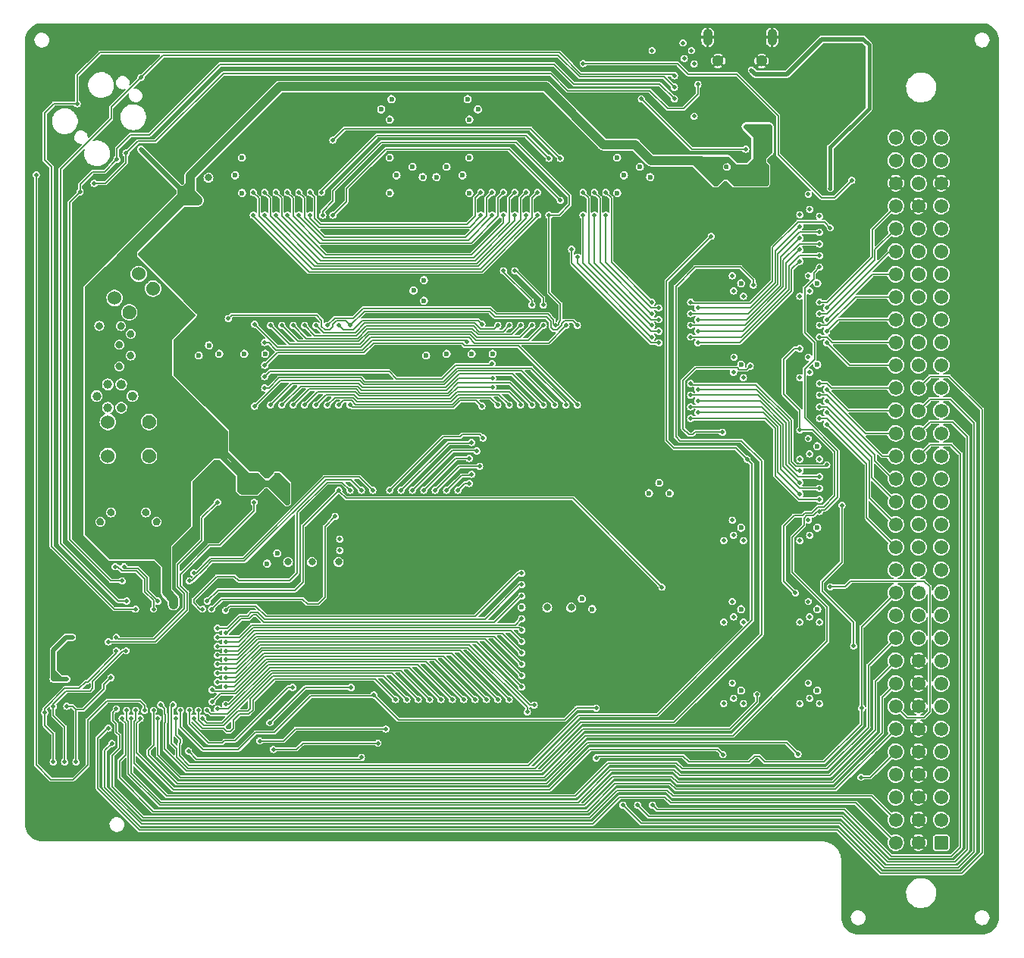
<source format=gbl>
G04 #@! TF.GenerationSoftware,KiCad,Pcbnew,(6.0.2-0)*
G04 #@! TF.CreationDate,2022-05-25T21:37:04-04:00*
G04 #@! TF.ProjectId,WarpSE,57617270-5345-42e6-9b69-6361645f7063,rev?*
G04 #@! TF.SameCoordinates,Original*
G04 #@! TF.FileFunction,Copper,L4,Bot*
G04 #@! TF.FilePolarity,Positive*
%FSLAX46Y46*%
G04 Gerber Fmt 4.6, Leading zero omitted, Abs format (unit mm)*
G04 Created by KiCad (PCBNEW (6.0.2-0)) date 2022-05-25 21:37:04*
%MOMM*%
%LPD*%
G01*
G04 APERTURE LIST*
G04 Aperture macros list*
%AMRoundRect*
0 Rectangle with rounded corners*
0 $1 Rounding radius*
0 $2 $3 $4 $5 $6 $7 $8 $9 X,Y pos of 4 corners*
0 Add a 4 corners polygon primitive as box body*
4,1,4,$2,$3,$4,$5,$6,$7,$8,$9,$2,$3,0*
0 Add four circle primitives for the rounded corners*
1,1,$1+$1,$2,$3*
1,1,$1+$1,$4,$5*
1,1,$1+$1,$6,$7*
1,1,$1+$1,$8,$9*
0 Add four rect primitives between the rounded corners*
20,1,$1+$1,$2,$3,$4,$5,0*
20,1,$1+$1,$4,$5,$6,$7,0*
20,1,$1+$1,$6,$7,$8,$9,0*
20,1,$1+$1,$8,$9,$2,$3,0*%
G04 Aperture macros list end*
G04 #@! TA.AperFunction,ComponentPad*
%ADD10RoundRect,0.249999X0.525001X0.525001X-0.525001X0.525001X-0.525001X-0.525001X0.525001X-0.525001X0*%
G04 #@! TD*
G04 #@! TA.AperFunction,ComponentPad*
%ADD11C,1.550000*%
G04 #@! TD*
G04 #@! TA.AperFunction,ComponentPad*
%ADD12O,1.070000X1.900000*%
G04 #@! TD*
G04 #@! TA.AperFunction,ComponentPad*
%ADD13C,1.300000*%
G04 #@! TD*
G04 #@! TA.AperFunction,ViaPad*
%ADD14C,0.800000*%
G04 #@! TD*
G04 #@! TA.AperFunction,ViaPad*
%ADD15C,0.500000*%
G04 #@! TD*
G04 #@! TA.AperFunction,ViaPad*
%ADD16C,1.524000*%
G04 #@! TD*
G04 #@! TA.AperFunction,ViaPad*
%ADD17C,0.600000*%
G04 #@! TD*
G04 #@! TA.AperFunction,ViaPad*
%ADD18C,1.000000*%
G04 #@! TD*
G04 #@! TA.AperFunction,ViaPad*
%ADD19C,1.270000*%
G04 #@! TD*
G04 #@! TA.AperFunction,Conductor*
%ADD20C,0.150000*%
G04 #@! TD*
G04 #@! TA.AperFunction,Conductor*
%ADD21C,0.600000*%
G04 #@! TD*
G04 #@! TA.AperFunction,Conductor*
%ADD22C,0.800000*%
G04 #@! TD*
G04 #@! TA.AperFunction,Conductor*
%ADD23C,1.000000*%
G04 #@! TD*
G04 #@! TA.AperFunction,Conductor*
%ADD24C,1.524000*%
G04 #@! TD*
G04 #@! TA.AperFunction,Conductor*
%ADD25C,1.270000*%
G04 #@! TD*
G04 #@! TA.AperFunction,Conductor*
%ADD26C,0.500000*%
G04 #@! TD*
G04 #@! TA.AperFunction,Conductor*
%ADD27C,0.450000*%
G04 #@! TD*
G04 APERTURE END LIST*
D10*
X205740000Y-129540000D03*
D11*
X205740000Y-127000000D03*
X205740000Y-124460000D03*
X205740000Y-121920000D03*
X205740000Y-119380000D03*
X205740000Y-116840000D03*
X205740000Y-114300000D03*
X205740000Y-111760000D03*
X205740000Y-109220000D03*
X205740000Y-106680000D03*
X205740000Y-104140000D03*
X205740000Y-101600000D03*
X205740000Y-99060000D03*
X205740000Y-96520000D03*
X205740000Y-93980000D03*
X205740000Y-91440000D03*
X205740000Y-88900000D03*
X205740000Y-86360000D03*
X205740000Y-83820000D03*
X205740000Y-81280000D03*
X205740000Y-78740000D03*
X205740000Y-76200000D03*
X205740000Y-73660000D03*
X205740000Y-71120000D03*
X205740000Y-68580000D03*
X205740000Y-66040000D03*
X205740000Y-63500000D03*
X205740000Y-60960000D03*
X205740000Y-58420000D03*
X205740000Y-55880000D03*
X205740000Y-53340000D03*
X205740000Y-50800000D03*
X203200000Y-129540000D03*
X203200000Y-127000000D03*
X203200000Y-124460000D03*
X203200000Y-121920000D03*
X203200000Y-119380000D03*
X203200000Y-116840000D03*
X203200000Y-114300000D03*
X203200000Y-111760000D03*
X203200000Y-109220000D03*
X203200000Y-106680000D03*
X203200000Y-104140000D03*
X203200000Y-101600000D03*
X203200000Y-99060000D03*
X203200000Y-96520000D03*
X203200000Y-93980000D03*
X203200000Y-91440000D03*
X203200000Y-88900000D03*
X203200000Y-86360000D03*
X203200000Y-83820000D03*
X203200000Y-81280000D03*
X203200000Y-78740000D03*
X203200000Y-76200000D03*
X203200000Y-73660000D03*
X203200000Y-71120000D03*
X203200000Y-68580000D03*
X203200000Y-66040000D03*
X203200000Y-63500000D03*
X203200000Y-60960000D03*
X203200000Y-58420000D03*
X203200000Y-55880000D03*
X203200000Y-53340000D03*
X203200000Y-50800000D03*
X200660000Y-129540000D03*
X200660000Y-127000000D03*
X200660000Y-124460000D03*
X200660000Y-121920000D03*
X200660000Y-119380000D03*
X200660000Y-116840000D03*
X200660000Y-114300000D03*
X200660000Y-111760000D03*
X200660000Y-109220000D03*
X200660000Y-106680000D03*
X200660000Y-104140000D03*
X200660000Y-101600000D03*
X200660000Y-99060000D03*
X200660000Y-96520000D03*
X200660000Y-93980000D03*
X200660000Y-91440000D03*
X200660000Y-88900000D03*
X200660000Y-86360000D03*
X200660000Y-83820000D03*
X200660000Y-81280000D03*
X200660000Y-78740000D03*
X200660000Y-76200000D03*
X200660000Y-73660000D03*
X200660000Y-71120000D03*
X200660000Y-68580000D03*
X200660000Y-66040000D03*
X200660000Y-63500000D03*
X200660000Y-60960000D03*
X200660000Y-58420000D03*
X200660000Y-55880000D03*
X200660000Y-53340000D03*
X200660000Y-50800000D03*
D12*
X179650000Y-39562500D03*
X186850000Y-39562500D03*
D13*
X185675000Y-42212500D03*
X180825000Y-42212500D03*
D14*
X194246500Y-44005500D03*
D15*
X167640000Y-71120000D03*
X137160000Y-63246000D03*
X137922000Y-58420000D03*
X165354000Y-108585000D03*
X138430000Y-63246000D03*
X163131500Y-105283000D03*
X164211000Y-108331000D03*
X163893500Y-106553000D03*
X161671000Y-108966000D03*
X166560500Y-110998000D03*
X159258000Y-76009500D03*
X167640000Y-81851500D03*
X141478000Y-66294000D03*
X161671000Y-94996000D03*
X161671000Y-100076000D03*
X161671000Y-93726000D03*
X168656000Y-81343500D03*
X161671000Y-106426000D03*
X161671000Y-107696000D03*
X161671000Y-105156000D03*
X161671000Y-101346000D03*
X161671000Y-111506000D03*
X163068000Y-101282500D03*
X161671000Y-110236000D03*
X161734500Y-112649000D03*
D14*
X195453000Y-42735500D03*
D16*
X117700000Y-67650000D03*
D14*
X196659500Y-44005500D03*
D15*
X196913500Y-104330500D03*
D14*
X113919000Y-73914000D03*
D15*
X196800000Y-68050000D03*
X198374000Y-82994500D03*
X199009000Y-86868000D03*
X198600000Y-65550000D03*
D17*
X125095000Y-76644500D03*
D14*
X113919000Y-76327000D03*
D15*
X196596000Y-102298500D03*
X198056500Y-80772000D03*
X197104000Y-74168000D03*
X197400000Y-75700000D03*
D17*
X122809000Y-76644500D03*
D15*
X198550000Y-62350000D03*
X198850000Y-63900000D03*
X198691500Y-85153500D03*
X197850000Y-78250000D03*
D14*
X115189000Y-72707500D03*
D15*
X196786500Y-71882000D03*
X194150000Y-74150000D03*
X195150000Y-70500000D03*
D14*
X114109500Y-71818500D03*
X111696500Y-71818500D03*
X115189000Y-75120500D03*
D15*
X189700000Y-75300000D03*
X181200000Y-66200000D03*
X189700000Y-66200000D03*
X189700000Y-84400000D03*
X189700000Y-93500000D03*
X189700000Y-102600000D03*
X181200000Y-102600000D03*
X189700000Y-111700000D03*
X181200000Y-111700000D03*
X177750000Y-119850000D03*
D17*
X164465000Y-104775000D03*
D15*
X175550000Y-77600000D03*
X176650000Y-77000000D03*
X176650000Y-67900000D03*
X175550000Y-68500000D03*
X189700000Y-57100000D03*
D17*
X197866000Y-96393000D03*
X188700000Y-94350000D03*
X188700000Y-76150000D03*
X166751000Y-104775000D03*
X196723000Y-97536000D03*
X199009000Y-97536000D03*
X169291000Y-77470000D03*
X166941500Y-77470000D03*
X143891000Y-77470000D03*
X141541500Y-77470000D03*
D15*
X117250000Y-117900000D03*
X181600000Y-75200000D03*
X125250000Y-117900000D03*
D17*
X145542000Y-56515000D03*
X151638000Y-56515000D03*
X169545000Y-59372500D03*
X147828000Y-56515000D03*
X170307000Y-61341000D03*
X169545000Y-63309500D03*
X153035000Y-59372500D03*
X152273000Y-61341000D03*
X153035000Y-63309500D03*
X144145000Y-63309500D03*
X144145000Y-59372500D03*
X144907000Y-61341000D03*
X126873000Y-61341000D03*
X127635000Y-63309500D03*
X127635000Y-59372500D03*
D15*
X181200000Y-77000000D03*
X117250000Y-115650000D03*
X181200000Y-67900000D03*
D17*
X165608000Y-105918000D03*
D15*
X181200000Y-93500000D03*
X177750000Y-101650000D03*
X176650000Y-102250000D03*
X175550000Y-101650000D03*
X110450000Y-112100000D03*
X112700000Y-112100000D03*
X111600000Y-115650000D03*
X112700000Y-108600000D03*
X110450000Y-108600000D03*
X114450000Y-120600000D03*
X116078000Y-120459500D03*
X117221000Y-122999500D03*
X114150000Y-119500000D03*
X118900000Y-119700000D03*
X119850000Y-119250000D03*
X120250000Y-118200000D03*
X124300000Y-99400000D03*
X112300000Y-117750000D03*
X112800000Y-119450000D03*
D16*
X115050000Y-70300000D03*
X122150000Y-63200000D03*
X119500000Y-65850000D03*
X122850000Y-66550000D03*
X118800000Y-62500000D03*
X120700000Y-61650000D03*
X123700000Y-64650000D03*
D15*
X147447000Y-102806500D03*
X144145000Y-89154000D03*
D17*
X125900000Y-94800000D03*
D15*
X126350000Y-118650000D03*
D17*
X124900000Y-93700000D03*
D15*
X156210000Y-98171000D03*
X151765000Y-83693000D03*
X152527000Y-103759000D03*
X150495000Y-83693000D03*
X149225000Y-84391500D03*
X147955000Y-85661500D03*
X146685000Y-86931500D03*
X145415000Y-88201500D03*
X145097500Y-77216000D03*
X145669000Y-74231500D03*
X139065000Y-75311000D03*
X163830000Y-68262500D03*
X162560000Y-69405500D03*
X163830000Y-69405500D03*
X165100000Y-69405500D03*
X165100000Y-67500500D03*
D17*
X135509000Y-100711000D03*
X161671000Y-96901000D03*
X161671000Y-98171000D03*
X158877000Y-98171000D03*
X158877000Y-96901000D03*
D15*
X184050000Y-65250000D03*
D17*
X138303000Y-101981000D03*
D15*
X186250000Y-65250000D03*
D17*
X135509000Y-101981000D03*
X138303000Y-100711000D03*
D15*
X185150000Y-65850000D03*
X185150000Y-74950000D03*
X186250000Y-74350000D03*
X184050000Y-83450000D03*
X184050000Y-74350000D03*
X186250000Y-83450000D03*
X185150000Y-84050000D03*
X185150000Y-93150000D03*
X184050000Y-92550000D03*
X186250000Y-92550000D03*
X184050000Y-101650000D03*
X186250000Y-101650000D03*
X185150000Y-102250000D03*
X186250000Y-110750000D03*
X185150000Y-111350000D03*
X184050000Y-110750000D03*
X186250000Y-119850000D03*
X175550000Y-83450000D03*
X177750000Y-83450000D03*
X176650000Y-84050000D03*
X176650000Y-74950000D03*
X175550000Y-74350000D03*
X177750000Y-74350000D03*
X185150000Y-120450000D03*
X184050000Y-119850000D03*
X177750000Y-110750000D03*
X176650000Y-111350000D03*
X175550000Y-110750000D03*
X176650000Y-120450000D03*
D14*
X199072500Y-52260500D03*
X196659500Y-52260500D03*
X194246500Y-52260500D03*
X195453000Y-53530500D03*
X197866000Y-53530500D03*
X123888500Y-56451500D03*
D15*
X116850000Y-99050000D03*
X121250000Y-98350000D03*
X120740000Y-97480000D03*
X108350000Y-109200000D03*
X107250000Y-109500000D03*
X105850000Y-109500000D03*
X107250000Y-104550000D03*
X109900000Y-105500000D03*
D14*
X113000000Y-92650000D03*
X116900000Y-92650000D03*
X111800000Y-93700000D03*
X118100000Y-93700000D03*
D16*
X117250000Y-86350000D03*
X117250000Y-82550000D03*
D18*
X115400000Y-79650000D03*
X114150000Y-80950000D03*
D15*
X152336500Y-80708500D03*
X153670000Y-103568500D03*
D18*
X114150000Y-78350000D03*
D15*
X120450000Y-96350000D03*
D17*
X173228000Y-56515000D03*
X170942000Y-56515000D03*
D15*
X142557500Y-81597500D03*
D17*
X172085000Y-57658000D03*
D15*
X145415000Y-81407000D03*
X146685000Y-81407000D03*
X152019000Y-74218800D03*
X147955000Y-81407000D03*
X150495000Y-81407000D03*
X151765000Y-82105500D03*
X149225000Y-81407000D03*
X147320000Y-93980000D03*
X146177000Y-102806500D03*
X142367000Y-102806500D03*
X142113000Y-111760000D03*
X162179000Y-72707500D03*
X140779500Y-75438000D03*
X143891000Y-75565000D03*
X139700000Y-88201500D03*
X140950000Y-88200000D03*
X142240000Y-89154000D03*
D17*
X126250000Y-90300000D03*
X130350000Y-90300000D03*
X130400000Y-88500000D03*
X126300000Y-88500000D03*
X125250000Y-89400000D03*
X129000000Y-93700000D03*
X130000000Y-94800000D03*
D15*
X145415000Y-116332000D03*
X165862000Y-72517000D03*
X164592000Y-72644000D03*
X163449000Y-72898000D03*
X170815000Y-82105500D03*
X171577000Y-82740500D03*
X172339000Y-83375500D03*
X158940500Y-89408000D03*
X173101000Y-84010500D03*
X162242500Y-92011500D03*
X148717000Y-102933500D03*
X149987000Y-103695500D03*
X151257000Y-103759000D03*
X154813000Y-102425500D03*
X198882000Y-94043500D03*
X108750000Y-107950000D03*
X109450000Y-108900000D03*
X108750000Y-101750000D03*
X109600000Y-100800000D03*
X110450000Y-101750000D03*
X117900000Y-98600000D03*
X118000000Y-100300000D03*
X127550000Y-99450000D03*
X126600000Y-100300000D03*
X126600000Y-98600000D03*
X128050000Y-114350000D03*
X117750000Y-119600000D03*
X116700000Y-118750000D03*
X125350000Y-119650000D03*
X128900000Y-115400000D03*
X116250000Y-100300000D03*
X116250000Y-102550000D03*
X122750000Y-100300000D03*
X122750000Y-102550000D03*
X128050000Y-105100000D03*
X133604000Y-49149000D03*
X125800000Y-105100000D03*
X144907000Y-102806500D03*
X143637000Y-102806500D03*
X154940000Y-93980000D03*
X144780000Y-93980000D03*
X157480000Y-93980000D03*
X148590000Y-93980000D03*
X146050000Y-93980000D03*
X149860000Y-93980000D03*
X151130000Y-93980000D03*
X143510000Y-93980000D03*
X153670000Y-93980000D03*
X142240000Y-93980000D03*
X152400000Y-93980000D03*
D17*
X130429000Y-99695000D03*
X132715000Y-99695000D03*
X131572000Y-100800000D03*
D15*
X143764000Y-113284000D03*
X147955000Y-116332000D03*
X146685000Y-116332000D03*
X149225000Y-116332000D03*
X150495000Y-116332000D03*
X151765000Y-116332000D03*
X153035000Y-116332000D03*
X154305000Y-116332000D03*
X155575000Y-116332000D03*
X156845000Y-116332000D03*
X158115000Y-116332000D03*
X112700000Y-115100000D03*
X129050000Y-104650000D03*
D17*
X148209000Y-76454000D03*
X150495000Y-76454000D03*
X123952000Y-77597000D03*
D15*
X132207000Y-64389000D03*
X143256000Y-70675500D03*
X129800000Y-114450000D03*
X126150000Y-116600000D03*
D17*
X149352000Y-56515000D03*
X150495000Y-57658000D03*
X146685000Y-57658000D03*
D15*
X125250000Y-115650000D03*
X189950000Y-91900000D03*
X178550000Y-82800000D03*
X197550000Y-63900000D03*
X192850000Y-119050000D03*
X194250000Y-116250000D03*
X195950000Y-116250000D03*
X197350000Y-109300000D03*
X199000000Y-110200000D03*
X198700000Y-107900000D03*
X199100000Y-95750000D03*
X194437000Y-123825000D03*
X198600000Y-119600000D03*
X193500000Y-110800000D03*
D17*
X174250000Y-92950000D03*
X175400000Y-91800000D03*
X173100000Y-91800000D03*
D15*
X132715000Y-83058000D03*
X133985000Y-83058000D03*
X135255000Y-83058000D03*
X136525000Y-83058000D03*
X131445000Y-83058000D03*
X132207000Y-75819000D03*
X181737000Y-54038500D03*
X186563000Y-53340000D03*
X183896000Y-53340000D03*
X181610000Y-55880000D03*
X182650000Y-59900000D03*
X175700000Y-41900000D03*
X197050000Y-41000000D03*
X195350000Y-41000000D03*
X143256000Y-120015000D03*
X147600000Y-120015000D03*
X162550000Y-123800000D03*
X171950000Y-114150000D03*
X169800000Y-105050000D03*
X166500000Y-96950000D03*
X167500000Y-98250000D03*
X173850000Y-98250000D03*
X128524000Y-117157500D03*
X108750000Y-98150000D03*
X108750000Y-96750000D03*
X105156000Y-110236000D03*
X188468000Y-51244500D03*
X211582000Y-41148000D03*
X117094000Y-49974500D03*
X211582000Y-66548000D03*
X193350000Y-59750000D03*
X164655500Y-123825000D03*
X139573000Y-96583500D03*
X174250000Y-47300000D03*
X180550000Y-109450000D03*
X172085000Y-128778000D03*
X156845000Y-128778000D03*
X134874000Y-114427000D03*
X152971500Y-83439000D03*
X110934500Y-120332500D03*
X195834000Y-48133000D03*
X137033000Y-38608000D03*
X203962000Y-38618900D03*
X148590000Y-52578000D03*
X186753500Y-45085000D03*
X127254000Y-67691000D03*
X194119500Y-78232000D03*
X209042000Y-48768000D03*
X168800000Y-95950000D03*
X174350000Y-74950000D03*
X140144500Y-44132500D03*
X189928500Y-49593500D03*
X153797000Y-66294000D03*
X104013000Y-56388000D03*
X180250000Y-116350000D03*
X137160000Y-69342000D03*
X159258000Y-49276000D03*
X135128000Y-49149000D03*
X187261500Y-46926500D03*
X120269000Y-43751500D03*
X195750000Y-86350000D03*
X121793000Y-38608000D03*
X178244500Y-58928000D03*
X104013000Y-117348000D03*
X175069499Y-125349000D03*
X195135500Y-60261500D03*
X174750000Y-41050000D03*
X168021000Y-49212500D03*
X189500000Y-53900000D03*
X158686500Y-77343000D03*
X170200000Y-95950000D03*
X174550000Y-68650000D03*
X104013000Y-126238000D03*
X175550000Y-104900000D03*
X104013000Y-121793000D03*
X127254000Y-66675000D03*
X126873000Y-38608000D03*
D17*
X151511000Y-46482000D03*
D15*
X156654500Y-78676500D03*
X180450000Y-101650000D03*
X180250000Y-94350000D03*
X158115000Y-58166000D03*
X172250000Y-48400000D03*
X132334000Y-78422500D03*
X159766000Y-77025500D03*
X183200000Y-85150000D03*
X136906000Y-86614000D03*
X154178000Y-49276000D03*
X177500000Y-52400000D03*
X188214000Y-44386500D03*
X165675000Y-92850000D03*
X116713000Y-38608000D03*
X164846000Y-44259500D03*
X197993000Y-121348500D03*
X104013000Y-76708000D03*
X211582000Y-102108000D03*
X187600000Y-41262500D03*
X188255551Y-118865010D03*
X181950000Y-43212500D03*
X143002000Y-49276000D03*
X178752500Y-94424500D03*
X209042000Y-58928000D03*
X132080000Y-49149000D03*
X194150000Y-72850000D03*
X167005000Y-128778000D03*
X206502000Y-41148000D03*
X104013000Y-66548000D03*
X125984000Y-73152000D03*
X162560000Y-58610500D03*
X192659000Y-128778000D03*
X170624500Y-92583000D03*
X116205000Y-128778000D03*
X194050000Y-84750000D03*
X104013000Y-86868000D03*
X169037000Y-70104000D03*
X189300000Y-41300000D03*
X175450500Y-88265000D03*
X122700000Y-59050000D03*
X121000000Y-59050000D03*
D17*
X149250000Y-66700000D03*
D15*
X115150000Y-53800000D03*
X161925000Y-128778000D03*
X112522000Y-50038000D03*
X182245000Y-128778000D03*
X198882000Y-38597100D03*
X211582000Y-76708000D03*
X109092999Y-41148000D03*
X187750000Y-117850000D03*
X195199000Y-131318000D03*
X188722000Y-38608000D03*
X178000000Y-64700000D03*
X135445500Y-84709000D03*
X104013000Y-102108000D03*
X174600000Y-114000000D03*
X156400500Y-64516000D03*
X186250000Y-85150000D03*
X194246500Y-50038000D03*
X176800000Y-63450000D03*
X163893500Y-64135000D03*
X107100000Y-52250000D03*
X211582000Y-51308000D03*
X159385000Y-58166000D03*
X174250000Y-45450000D03*
X141605000Y-128778000D03*
X154940000Y-103695500D03*
X211582000Y-127508000D03*
X193225600Y-93518959D03*
X177650000Y-112400000D03*
X211582000Y-71628000D03*
X139700000Y-69342000D03*
X104013000Y-46228000D03*
X206502000Y-136652000D03*
X134620000Y-69342000D03*
X146685000Y-128778000D03*
X188750000Y-117950000D03*
X211582000Y-91948000D03*
X159067500Y-67246500D03*
X211582000Y-97028000D03*
D17*
X150400000Y-67850000D03*
D15*
X197739000Y-57531000D03*
X140144500Y-43116500D03*
X131350000Y-112450000D03*
X129850000Y-102850000D03*
X188468000Y-48196500D03*
X157226000Y-79692500D03*
X123507500Y-46355000D03*
X134620000Y-118935500D03*
X135255000Y-58166000D03*
X148590000Y-59944000D03*
X209042000Y-43688000D03*
X128905000Y-58166000D03*
X186690000Y-48196500D03*
X140525500Y-117665500D03*
X111633000Y-38608000D03*
X196151500Y-123825000D03*
X130175000Y-58166000D03*
X112500000Y-55050000D03*
X195199000Y-66167000D03*
X211582000Y-122428000D03*
X139192000Y-47307500D03*
X118110000Y-50355500D03*
X162433000Y-38608000D03*
X132150000Y-111750000D03*
X159766000Y-64325500D03*
X154305000Y-58166000D03*
X167513000Y-38608000D03*
X179250000Y-85950000D03*
X106553000Y-121983500D03*
X177750000Y-95800000D03*
X211582000Y-136652000D03*
X195389500Y-125603000D03*
X169950000Y-46050000D03*
X178689000Y-50165000D03*
X177165000Y-128778000D03*
X145605500Y-120015000D03*
X131953000Y-38608000D03*
X187500000Y-113250000D03*
X178100000Y-51550000D03*
X172593000Y-38608000D03*
X162433000Y-65595500D03*
X170000000Y-43200000D03*
X175641000Y-49022000D03*
X141097000Y-93408500D03*
X177673000Y-38608000D03*
X137160000Y-67945000D03*
X128206500Y-82740500D03*
X110900000Y-116450000D03*
X160782000Y-72961500D03*
X209042000Y-53848000D03*
X131445000Y-58166000D03*
X104013000Y-91948000D03*
X175550000Y-95800000D03*
X135445500Y-89408000D03*
X189484000Y-48196500D03*
X194119500Y-79248000D03*
X196088000Y-62547500D03*
X180450000Y-110750000D03*
X195770500Y-91249500D03*
X172148500Y-64897000D03*
X188450000Y-40350000D03*
X121750000Y-118300000D03*
X155067000Y-66167000D03*
X130048000Y-85852000D03*
X109791500Y-122174000D03*
X180250000Y-108350000D03*
X211582000Y-117348000D03*
X177750000Y-104900000D03*
X164592000Y-121729500D03*
X137350500Y-89789000D03*
X156718000Y-104711500D03*
X138430000Y-69342000D03*
X132715000Y-58166000D03*
X171196000Y-111506000D03*
X138557000Y-88201500D03*
X166850000Y-67900000D03*
X177750000Y-76350000D03*
X175600000Y-52400000D03*
X193802000Y-38608000D03*
D17*
X145669000Y-48768000D03*
D15*
X124968000Y-73533000D03*
X108521500Y-121983500D03*
X192450000Y-120000000D03*
X164401500Y-49276000D03*
X211582000Y-132080000D03*
X189992000Y-43180000D03*
X121285000Y-128778000D03*
X124460000Y-70485000D03*
X133286500Y-97155000D03*
X174350000Y-84200000D03*
X127900000Y-101850000D03*
X130600000Y-113200000D03*
X156845000Y-58166000D03*
X181991000Y-63182500D03*
X133350000Y-69342000D03*
X123571000Y-72517000D03*
X187833000Y-56705500D03*
X211582000Y-86868000D03*
X209042000Y-38608000D03*
X106500000Y-116250000D03*
X137287000Y-57658000D03*
X122409500Y-46082500D03*
X132080000Y-69342000D03*
X164973000Y-90741500D03*
X139954000Y-95567500D03*
X180250000Y-85950000D03*
X144526000Y-67818000D03*
X197739000Y-139192000D03*
X188750000Y-112550000D03*
X180250000Y-100050000D03*
X136525000Y-128778000D03*
D17*
X151511000Y-48768000D03*
X149250000Y-69000000D03*
D15*
X106553000Y-128778000D03*
X180250000Y-112550000D03*
X105500000Y-117600000D03*
X181950000Y-41162500D03*
X142113000Y-38608000D03*
X195453000Y-76708000D03*
X128400000Y-119700000D03*
X107250000Y-106400000D03*
X107886500Y-61087000D03*
X131445000Y-128778000D03*
X170307000Y-88201500D03*
X133286500Y-93408500D03*
X190450000Y-53050000D03*
X163195000Y-45402500D03*
X114173000Y-40767000D03*
X110998000Y-122110500D03*
X211582000Y-46228000D03*
X160845500Y-66802000D03*
X165671500Y-91440000D03*
X130810000Y-69342000D03*
X140716000Y-94424500D03*
X133540500Y-116141500D03*
X194050000Y-99500000D03*
X123050000Y-118200000D03*
X133794500Y-117856000D03*
X188550000Y-110500000D03*
X189600000Y-99150000D03*
X112395000Y-128778000D03*
X182150000Y-89250000D03*
X192659000Y-53848000D03*
X108750000Y-99550000D03*
X108400000Y-115950000D03*
X175700000Y-40200000D03*
X178700000Y-114000000D03*
X194119500Y-67246500D03*
X170050000Y-48400000D03*
X104013000Y-107188000D03*
X187325000Y-128778000D03*
X141668500Y-42100500D03*
X155067000Y-70675500D03*
X110250000Y-113350000D03*
X201549000Y-139192000D03*
X104013000Y-112268000D03*
X155575000Y-58166000D03*
X106553000Y-43688000D03*
X158750000Y-69342000D03*
X156654500Y-47688500D03*
X108900000Y-60050000D03*
X138430000Y-67310000D03*
X109601000Y-48514000D03*
X200279000Y-136652000D03*
X133985000Y-58166000D03*
X172750000Y-103200000D03*
X136652000Y-49149000D03*
X104013000Y-51308000D03*
X170050000Y-47100000D03*
X171150000Y-49000000D03*
X116332000Y-63754000D03*
D17*
X150368000Y-47625000D03*
D15*
X209042000Y-134366000D03*
X141287500Y-112649000D03*
X205232000Y-139192000D03*
X136588500Y-117665500D03*
X152273000Y-38608000D03*
X193350000Y-90600000D03*
X206502000Y-46228000D03*
X174950000Y-66200000D03*
X143002000Y-46037500D03*
X183245483Y-38600000D03*
X170180000Y-101917500D03*
X135890000Y-69342000D03*
X167068500Y-47053500D03*
X130746500Y-103759000D03*
X141478000Y-69342000D03*
X132207000Y-46037500D03*
X162369500Y-90551000D03*
D17*
X146812000Y-47625000D03*
D15*
X159893000Y-40767000D03*
X201422000Y-41148000D03*
X188750000Y-103450000D03*
X211582000Y-81788000D03*
X198882000Y-43688000D03*
X155638500Y-104394000D03*
X104013000Y-71628000D03*
X115379500Y-122999500D03*
X122491500Y-69977000D03*
X166400000Y-92125000D03*
X169200000Y-125750000D03*
X135255000Y-103759000D03*
X104013000Y-61468000D03*
X181292500Y-57848500D03*
X190450000Y-54750000D03*
X106553000Y-38608000D03*
X127052784Y-86249999D03*
X195199000Y-136652000D03*
X157353000Y-38608000D03*
X196786500Y-124968000D03*
X109093000Y-113093500D03*
X188650000Y-79100000D03*
X179250000Y-116350000D03*
X165735000Y-122745500D03*
X109350000Y-54450000D03*
X211582000Y-107188000D03*
X211582000Y-112268000D03*
X154178000Y-46037500D03*
X134747000Y-47180500D03*
X135445500Y-92456000D03*
X164211000Y-45021500D03*
X139700000Y-66675000D03*
X166751000Y-121729500D03*
X144653000Y-40767000D03*
X110172500Y-111061500D03*
X112600000Y-56350000D03*
X187050000Y-104900000D03*
X194119500Y-75565000D03*
X133477000Y-85661500D03*
X161163000Y-46037500D03*
X136842500Y-116332000D03*
X211582000Y-61468000D03*
X124500000Y-95800000D03*
X188050000Y-91150000D03*
X177850000Y-54300000D03*
X117850000Y-41800000D03*
X105854500Y-63119000D03*
X211582000Y-56388000D03*
X154305000Y-68326000D03*
X151765000Y-128778000D03*
X138550000Y-85050000D03*
X171196000Y-52514500D03*
X126365000Y-128778000D03*
X121850000Y-60000000D03*
X124400000Y-97050000D03*
X156654500Y-77660500D03*
X180250000Y-103450000D03*
X104013000Y-41148000D03*
X164973000Y-41148000D03*
X188650000Y-100150000D03*
X189300000Y-109750000D03*
X197739000Y-133858000D03*
X176100000Y-84950000D03*
X104013000Y-81788000D03*
X147193000Y-38608000D03*
X163766500Y-90551000D03*
X184404000Y-57721500D03*
X104013000Y-97028000D03*
X106870500Y-62103000D03*
X179150000Y-65850000D03*
X125285500Y-52959000D03*
D17*
X145669000Y-46482000D03*
D15*
X209042000Y-139192000D03*
X193350000Y-86100000D03*
X138303000Y-52641500D03*
X191050000Y-104300000D03*
D17*
X127635000Y-56959500D03*
X144145000Y-56959500D03*
X144907000Y-54991000D03*
X144145000Y-53022500D03*
X169545000Y-53022500D03*
X127635000Y-53022500D03*
D15*
X138557000Y-95631000D03*
D17*
X153035000Y-56959500D03*
X173228000Y-55181500D03*
X170307000Y-54991000D03*
X169545000Y-56959500D03*
D15*
X138557000Y-96901000D03*
D17*
X172085000Y-54038500D03*
X153035000Y-53022500D03*
X126873000Y-54991000D03*
X152273000Y-54991000D03*
D16*
X113400000Y-68700000D03*
X116100000Y-66000000D03*
D18*
X112650000Y-80950000D03*
D17*
X125095000Y-74930000D03*
D16*
X112650000Y-86350000D03*
D17*
X130238500Y-74930000D03*
X127889000Y-74930000D03*
D14*
X123888500Y-55245000D03*
D16*
X112650000Y-82550000D03*
D17*
X150495000Y-74930000D03*
D18*
X112650000Y-78350000D03*
X111400000Y-79650000D03*
D17*
X122809000Y-75120500D03*
X123952000Y-73977500D03*
D14*
X132778500Y-98171000D03*
X164401500Y-103251000D03*
D17*
X146685000Y-54038500D03*
X158877000Y-103251000D03*
D14*
X161734500Y-103251000D03*
D17*
X150495000Y-54038500D03*
D14*
X138430000Y-98171000D03*
X135445500Y-98171000D03*
D17*
X130429000Y-98361500D03*
X131572000Y-97218500D03*
X148209000Y-75120500D03*
D15*
X182600000Y-75300000D03*
D17*
X147828000Y-55181500D03*
X149352000Y-55181500D03*
X153289000Y-74930000D03*
X155638500Y-74930000D03*
D15*
X190900000Y-84400000D03*
X182400000Y-66200000D03*
X190900000Y-75300000D03*
X190900000Y-66200000D03*
X190900000Y-57100000D03*
X189950000Y-68500000D03*
X183650000Y-68500000D03*
D17*
X166751000Y-103441500D03*
X165608000Y-102298500D03*
D15*
X182550000Y-95200000D03*
X183650000Y-95800000D03*
X182400000Y-93500000D03*
D17*
X183400000Y-94350000D03*
D15*
X181450000Y-95800000D03*
X190900000Y-93500000D03*
X182550000Y-113400000D03*
X191050000Y-77000000D03*
X183650000Y-77600000D03*
X189950000Y-104900000D03*
X192150000Y-104900000D03*
X189950000Y-114000000D03*
X189950000Y-59400000D03*
X191050000Y-58800000D03*
X191050000Y-67900000D03*
X189950000Y-77600000D03*
X191050000Y-86100000D03*
X189950000Y-86700000D03*
X191050000Y-95200000D03*
X189950000Y-95800000D03*
X192150000Y-86700000D03*
X192150000Y-59550000D03*
X182550000Y-67900000D03*
X181450000Y-114000000D03*
X192150000Y-114000000D03*
X181450000Y-104900000D03*
X183650000Y-104900000D03*
X182550000Y-77000000D03*
X183650000Y-114000000D03*
X182550000Y-104300000D03*
X191050000Y-113400000D03*
D17*
X191900000Y-67050000D03*
X183400000Y-67050000D03*
X191900000Y-76150000D03*
X183400000Y-76150000D03*
X191900000Y-94350000D03*
X191900000Y-85250000D03*
X191900000Y-112550000D03*
X183400000Y-112550000D03*
X191900000Y-103450000D03*
X183400000Y-103450000D03*
D15*
X182400000Y-111700000D03*
X190900000Y-111700000D03*
X182400000Y-102600000D03*
X190900000Y-102600000D03*
D17*
X174250000Y-89350000D03*
X173100000Y-90500000D03*
X175400000Y-90500000D03*
X144145000Y-48768000D03*
D15*
X177050000Y-41950000D03*
X176900000Y-40200000D03*
X173450000Y-41050000D03*
D17*
X143192500Y-47625000D03*
X144335500Y-46482000D03*
X153987500Y-47625000D03*
D15*
X178150000Y-48400000D03*
D17*
X153035000Y-48768000D03*
D15*
X177850000Y-41050000D03*
D17*
X146800000Y-67850000D03*
X152844500Y-46482000D03*
X147950000Y-66700000D03*
X147950000Y-69000000D03*
D15*
X178150000Y-42550000D03*
D18*
X123700000Y-85350000D03*
D17*
X132550000Y-89400000D03*
X127400000Y-88500000D03*
X131500000Y-88500000D03*
X127600000Y-90350000D03*
X132700000Y-91500000D03*
X131700000Y-90350000D03*
D15*
X106553000Y-111252000D03*
D17*
X128450000Y-89400000D03*
D14*
X117665500Y-73914000D03*
D16*
X116652691Y-71950000D03*
D15*
X178943000Y-53340000D03*
X181610000Y-53340000D03*
X183896000Y-49530000D03*
X186563000Y-49530000D03*
X180276500Y-54038500D03*
X180467000Y-55880000D03*
D19*
X119300000Y-69302691D03*
D18*
X120000000Y-102950000D03*
D15*
X121850000Y-56900000D03*
X122700000Y-57850000D03*
X186182000Y-55880000D03*
D18*
X119200000Y-96750000D03*
D15*
X108700000Y-106600000D03*
X116332000Y-52070000D03*
X121000000Y-57850000D03*
X108077000Y-111252000D03*
X167195500Y-114495500D03*
X120750000Y-114750000D03*
X142367000Y-113030000D03*
X167195500Y-120078500D03*
X196850000Y-114500000D03*
X115750000Y-114750000D03*
X115250000Y-115650000D03*
X114750000Y-114750000D03*
X193350000Y-100950000D03*
X114250000Y-115650000D03*
X113600000Y-114600000D03*
X113100000Y-118450000D03*
X112700000Y-116750000D03*
X170180000Y-125349000D03*
X121650000Y-119300000D03*
X140970000Y-120015000D03*
X171831000Y-125349000D03*
X173482000Y-125349000D03*
X131127500Y-119126000D03*
X142811500Y-118427500D03*
X192950000Y-82800000D03*
X192150000Y-82150000D03*
X192950000Y-81500000D03*
X192150000Y-80850000D03*
X192950000Y-80200000D03*
X192150000Y-79550000D03*
X192950000Y-78900000D03*
X192150000Y-78250000D03*
X192950000Y-73700000D03*
X192150000Y-73050000D03*
X192950000Y-72400000D03*
X192150000Y-71750000D03*
X192950000Y-71100000D03*
X192150000Y-70450000D03*
X192950000Y-69800000D03*
X192150000Y-69150000D03*
X114750000Y-102550000D03*
X175950000Y-45150000D03*
X116332000Y-44069000D03*
X114250000Y-100300000D03*
X109550000Y-56850000D03*
X175950000Y-46450000D03*
X113665000Y-53213000D03*
X116750000Y-114750000D03*
X114681000Y-52514500D03*
X178562000Y-44831000D03*
X111125000Y-55880000D03*
X104648000Y-54927500D03*
X115750000Y-103450000D03*
X109220000Y-46990000D03*
X175950000Y-43850000D03*
X184550000Y-43250000D03*
X193350000Y-56450000D03*
X197050000Y-39800000D03*
X195350000Y-39800000D03*
X107823000Y-120523000D03*
X106553000Y-114300000D03*
X114700000Y-108100000D03*
X129000000Y-91500000D03*
X112700000Y-107100000D03*
X121750000Y-114750000D03*
X133286500Y-112204500D03*
X139827000Y-112204500D03*
X130746500Y-116141500D03*
X184050000Y-86700000D03*
X120250000Y-115650000D03*
X180050000Y-61800000D03*
X184750000Y-67250000D03*
X119950000Y-114150000D03*
X185150000Y-113000000D03*
X118550000Y-114150000D03*
X192150000Y-65250000D03*
X192150000Y-92550000D03*
X118250000Y-115650000D03*
X189950000Y-74350000D03*
X189950000Y-83450000D03*
X189450000Y-101650000D03*
X189750000Y-119650000D03*
X117750000Y-114750000D03*
X184400000Y-76300000D03*
X181350000Y-119700000D03*
X116250000Y-115650000D03*
X181300000Y-83700000D03*
X137160000Y-80645000D03*
X124900000Y-114600000D03*
X149860000Y-113538000D03*
X157480000Y-80645000D03*
X125800000Y-114100000D03*
X138430000Y-80645000D03*
X151130000Y-113538000D03*
X156210000Y-80645000D03*
X154432000Y-80772000D03*
X152400000Y-113538000D03*
X124300000Y-113800000D03*
X139700000Y-80645000D03*
X124300000Y-112450000D03*
X163830000Y-71755000D03*
X153670000Y-113538000D03*
X129032000Y-71628000D03*
X130175000Y-77470000D03*
X154559000Y-84328000D03*
X155575000Y-76009500D03*
X154940000Y-113538000D03*
X144145000Y-90170000D03*
X125800000Y-112100000D03*
X163195000Y-53086000D03*
X137795000Y-51054000D03*
X136525000Y-56896000D03*
X161925000Y-53086000D03*
X135255000Y-56896000D03*
X154305000Y-56896000D03*
X161290000Y-71755000D03*
X130810000Y-71755000D03*
X158115000Y-65659000D03*
X161290000Y-69469000D03*
X124900000Y-91500000D03*
X113600000Y-106600000D03*
X130810000Y-80645000D03*
X153289000Y-84836000D03*
X161290000Y-80645000D03*
X145415000Y-90170000D03*
X156210000Y-113538000D03*
X124900000Y-111600000D03*
X154305000Y-59436000D03*
X135255000Y-59436000D03*
X155575000Y-56896000D03*
X133985000Y-56896000D03*
X155575000Y-59436000D03*
X133985000Y-59436000D03*
X160020000Y-71755000D03*
X132080000Y-71755000D03*
X160020000Y-69469000D03*
X156845000Y-65659000D03*
X132715000Y-56896000D03*
X156845000Y-56896000D03*
X156845000Y-59436000D03*
X132715000Y-59436000D03*
X158115000Y-56896000D03*
X131445000Y-56896000D03*
X129032000Y-80772000D03*
X153860500Y-85788500D03*
X162560000Y-80645000D03*
X125800000Y-111100000D03*
X146685000Y-90170000D03*
X157480000Y-113538000D03*
X131445000Y-59436000D03*
X158115000Y-59436000D03*
X159385000Y-56896000D03*
X130175000Y-56896000D03*
X130175000Y-59436000D03*
X159385000Y-59436000D03*
X160655000Y-56896000D03*
X128905000Y-56896000D03*
X117750000Y-103450000D03*
X113450000Y-98700000D03*
X128905000Y-59436000D03*
X118250000Y-102550000D03*
X114450000Y-98700000D03*
X160655000Y-59436000D03*
X124900000Y-110600000D03*
X147955000Y-90170000D03*
X159512000Y-114935000D03*
X138430000Y-71755000D03*
X153035000Y-86614000D03*
X154432000Y-71628000D03*
X161925000Y-59436000D03*
X136652000Y-59436000D03*
X137160000Y-71755000D03*
X162623500Y-71755000D03*
X137795000Y-59436000D03*
X163195000Y-57785000D03*
X165100000Y-71755000D03*
X139700000Y-71755000D03*
X126111000Y-70993000D03*
X152749250Y-73564750D03*
X130175000Y-73660000D03*
X140970000Y-90170000D03*
X121750000Y-100300000D03*
X122250000Y-99400000D03*
X142240000Y-90170000D03*
X123250000Y-103450000D03*
X139700000Y-90170000D03*
X135890000Y-71755000D03*
X125800000Y-110100000D03*
X149225000Y-90170000D03*
X160274000Y-114173000D03*
X154178000Y-87503000D03*
X156210000Y-71755000D03*
X124250000Y-103450000D03*
X138049000Y-93091000D03*
X124900000Y-109600000D03*
X158877000Y-112141000D03*
X153289000Y-88392000D03*
X150495000Y-90170000D03*
X163830000Y-80645000D03*
X130175000Y-78740000D03*
X125800000Y-109100000D03*
X158877000Y-110871000D03*
X153035000Y-89408000D03*
X151765000Y-90170000D03*
X165100000Y-80645000D03*
X130175000Y-76200000D03*
X134620000Y-71755000D03*
X124900000Y-108600000D03*
X158877000Y-109601000D03*
X157480000Y-71755000D03*
X125800000Y-108100000D03*
X158877000Y-108331000D03*
X158750000Y-71755000D03*
X133350000Y-71755000D03*
X158877000Y-107061000D03*
X124900000Y-107600000D03*
X158877000Y-105791000D03*
X125800000Y-107100000D03*
X158877000Y-104521000D03*
X124900000Y-106600000D03*
X158877000Y-101981000D03*
X125800000Y-106100000D03*
X124900000Y-105600000D03*
X158877000Y-100711000D03*
X158877000Y-99441000D03*
X125800000Y-103600000D03*
X123750000Y-102550000D03*
X138430000Y-90170000D03*
X174550000Y-101000000D03*
X109093000Y-120523000D03*
X108077000Y-114300000D03*
X113000000Y-111100000D03*
X195750000Y-55550000D03*
X165750000Y-42500000D03*
X129603500Y-118173500D03*
X196786500Y-122237500D03*
X143700500Y-116840000D03*
X189950000Y-88000000D03*
X178550000Y-78900000D03*
X192950000Y-87350000D03*
X177750000Y-78250000D03*
X192150000Y-88650000D03*
X177750000Y-79550000D03*
X192150000Y-89950000D03*
X177750000Y-80850000D03*
X192150000Y-91200000D03*
X177750000Y-82150000D03*
X189950000Y-90600000D03*
X178550000Y-81500000D03*
X189950000Y-89300000D03*
X178550000Y-80200000D03*
X189950000Y-60700000D03*
X178550000Y-69800000D03*
X168275000Y-59436000D03*
X174200000Y-69800000D03*
X193350000Y-60850000D03*
X177750000Y-69150000D03*
X168275000Y-56896000D03*
X173400000Y-69150000D03*
X192150000Y-61350000D03*
X177750000Y-70450000D03*
X167005000Y-56896000D03*
X173400000Y-70450000D03*
X192150000Y-62650000D03*
X177750000Y-71750000D03*
X165735000Y-56896000D03*
X173400000Y-71750000D03*
X192150000Y-63950000D03*
X177750000Y-73050000D03*
X173400000Y-73050000D03*
X165100000Y-64135000D03*
X164465000Y-63246000D03*
X189950000Y-64600000D03*
X178550000Y-73700000D03*
X174200000Y-73700000D03*
X189950000Y-63300000D03*
X178550000Y-72400000D03*
X165735000Y-59436000D03*
X174200000Y-72400000D03*
X189950000Y-62000000D03*
X178550000Y-71100000D03*
X167005000Y-59436000D03*
X174200000Y-71100000D03*
X144780000Y-113538000D03*
X122250000Y-115650000D03*
X132080000Y-80645000D03*
X155638500Y-77660500D03*
X146050000Y-113538000D03*
X122750000Y-114750000D03*
X133350000Y-80645000D03*
X160020000Y-80645000D03*
X155638500Y-78676500D03*
X134620000Y-80645000D03*
X147320000Y-113538000D03*
X123250000Y-115650000D03*
X148590000Y-113538000D03*
X123750000Y-114750000D03*
X135890000Y-80645000D03*
X158750000Y-80645000D03*
X183896000Y-52070000D03*
X172250000Y-46450000D03*
X195950000Y-107550000D03*
X194650000Y-91850000D03*
X105600500Y-114998500D03*
X106553000Y-120523000D03*
X113600000Y-108100000D03*
D20*
X186900000Y-83400000D02*
X186300000Y-82800000D01*
X186900000Y-88850000D02*
X186900000Y-83400000D01*
X186300000Y-82800000D02*
X178550000Y-82800000D01*
X189950000Y-91900000D02*
X186900000Y-88850000D01*
D21*
X132700000Y-91500000D02*
X132700000Y-89550000D01*
X126350000Y-87300000D02*
X128450000Y-89400000D01*
X127400000Y-88350000D02*
X126350000Y-87300000D01*
X127400000Y-90150000D02*
X127400000Y-88350000D01*
X124350000Y-85350000D02*
X125150000Y-85350000D01*
D22*
X128450000Y-89400000D02*
X132000000Y-89400000D01*
D21*
X132700000Y-89550000D02*
X131650000Y-88500000D01*
X125150000Y-85350000D02*
X129200000Y-89400000D01*
X129250000Y-89400000D02*
X132000000Y-89400000D01*
X132300000Y-91100000D02*
X132300000Y-89650000D01*
X123700000Y-85350000D02*
X124350000Y-85350000D01*
X132300000Y-89650000D02*
X132550000Y-89400000D01*
X132700000Y-91500000D02*
X132300000Y-91100000D01*
X127400000Y-90150000D02*
X127600000Y-90350000D01*
X127550000Y-88500000D02*
X128450000Y-89400000D01*
X131550000Y-90350000D02*
X131700000Y-90350000D01*
X127400000Y-88500000D02*
X127600000Y-88700000D01*
X128450000Y-89500000D02*
X128450000Y-89400000D01*
X127600000Y-90350000D02*
X128450000Y-89500000D01*
X130600000Y-89400000D02*
X131500000Y-88500000D01*
X127400000Y-88500000D02*
X127550000Y-88500000D01*
X132550000Y-89500000D02*
X131700000Y-90350000D01*
X132550000Y-89400000D02*
X132550000Y-89500000D01*
X131700000Y-90350000D02*
X131700000Y-88700000D01*
X127400000Y-88500000D02*
X127400000Y-90150000D01*
X132550000Y-89400000D02*
X132000000Y-89400000D01*
X131500000Y-88500000D02*
X131500000Y-90150000D01*
X131500000Y-90150000D02*
X131700000Y-90350000D01*
X131500000Y-88500000D02*
X131650000Y-88500000D01*
X128450000Y-89400000D02*
X127900000Y-89400000D01*
X131650000Y-88500000D02*
X132550000Y-89400000D01*
X131700000Y-88700000D02*
X131500000Y-88500000D01*
X130600000Y-89400000D02*
X131550000Y-90350000D01*
X130600000Y-89400000D02*
X131200000Y-89400000D01*
X127600000Y-88700000D02*
X127600000Y-90350000D01*
X123700000Y-85350000D02*
X123850000Y-85200000D01*
X125000000Y-85200000D02*
X125150000Y-85350000D01*
X123850000Y-85200000D02*
X125000000Y-85200000D01*
X123700000Y-85350000D02*
X123850000Y-85500000D01*
X124700000Y-85500000D02*
X125000000Y-85200000D01*
X123850000Y-85500000D02*
X124700000Y-85500000D01*
X127400000Y-88400000D02*
X127400000Y-88500000D01*
X124350000Y-85350000D02*
X127400000Y-88400000D01*
D23*
X123700000Y-85350000D02*
X124850000Y-85350000D01*
D24*
X117665500Y-72962809D02*
X116652691Y-71950000D01*
X117665500Y-73914000D02*
X117665500Y-72962809D01*
X116652691Y-72901191D02*
X116652691Y-71950000D01*
X117665500Y-73914000D02*
X116652691Y-72901191D01*
X116652691Y-71950000D02*
X116652691Y-71243809D01*
X116652691Y-71950000D02*
X116750000Y-71852691D01*
D23*
X116750000Y-69315500D02*
X114046000Y-66611500D01*
X116750000Y-71852691D02*
X116750000Y-69315500D01*
X117925000Y-73654500D02*
X117665500Y-73914000D01*
X117925000Y-70490500D02*
X117925000Y-73654500D01*
X116652691Y-71762809D02*
X117925000Y-70490500D01*
X116652691Y-71950000D02*
X116652691Y-71762809D01*
X117242250Y-73490750D02*
X117242250Y-69807750D01*
X117665500Y-73914000D02*
X117242250Y-73490750D01*
X117242250Y-69807750D02*
X117925000Y-70490500D01*
X114046000Y-66611500D02*
X117242250Y-69807750D01*
X121375000Y-56900000D02*
X121850000Y-56900000D01*
X168021000Y-51562000D02*
X161544000Y-45085000D01*
D21*
X182000000Y-53300000D02*
X182450000Y-53750000D01*
X186182000Y-55880000D02*
X182630000Y-55880000D01*
D23*
X114046000Y-64229000D02*
X115687500Y-62587500D01*
D25*
X119300000Y-69302691D02*
X117665500Y-70937191D01*
D23*
X114046000Y-66611500D02*
X114046000Y-64229000D01*
X121850000Y-56900000D02*
X122700000Y-57750000D01*
D21*
X181450000Y-54750000D02*
X182050000Y-54750000D01*
X183900000Y-55150000D02*
X184700000Y-55150000D01*
D26*
X121850000Y-56900000D02*
X121400000Y-56450000D01*
D21*
X130650000Y-89500000D02*
X132650000Y-91500000D01*
X185137000Y-49530000D02*
X185850000Y-50243000D01*
X182700000Y-54000000D02*
X182000000Y-53300000D01*
D26*
X106553000Y-108047000D02*
X108000000Y-106600000D01*
D21*
X181000000Y-55347000D02*
X181000000Y-53750000D01*
D23*
X120000000Y-102350000D02*
X119200000Y-101550000D01*
D26*
X107378500Y-111252000D02*
X106553000Y-110426500D01*
D23*
X121850000Y-56900000D02*
X121000000Y-57750000D01*
X115687500Y-62587500D02*
X121375000Y-56900000D01*
D21*
X182050000Y-54750000D02*
X182700000Y-54750000D01*
X185850000Y-54000000D02*
X185850000Y-55100000D01*
X186400000Y-49693000D02*
X186563000Y-49530000D01*
X184825000Y-54225000D02*
X185550000Y-53500000D01*
X186182000Y-55880000D02*
X186182000Y-53982000D01*
X186104000Y-49530000D02*
X185000000Y-50634000D01*
X180738500Y-54038500D02*
X181450000Y-54750000D01*
X182700000Y-54750000D02*
X183500000Y-54750000D01*
X182630000Y-55880000D02*
X182450000Y-55700000D01*
X186002000Y-55700000D02*
X186182000Y-55880000D01*
X180350000Y-53150000D02*
X176630000Y-53150000D01*
D26*
X121206000Y-56444000D02*
X121800000Y-55850000D01*
D21*
X183900000Y-55150000D02*
X184825000Y-54225000D01*
X182750000Y-54050000D02*
X184200000Y-54050000D01*
D23*
X120000000Y-102950000D02*
X120000000Y-102350000D01*
D21*
X184200000Y-54050000D02*
X185000000Y-53250000D01*
X177927000Y-53340000D02*
X176440000Y-53340000D01*
D23*
X131826000Y-45085000D02*
X121850000Y-55061000D01*
D21*
X181420000Y-53150000D02*
X180350000Y-53150000D01*
X177927000Y-53340000D02*
X178393000Y-53340000D01*
X181610000Y-53340000D02*
X180975000Y-53340000D01*
D23*
X171577000Y-51562000D02*
X168021000Y-51562000D01*
D21*
X183450000Y-54750000D02*
X183500000Y-54750000D01*
X182000000Y-53300000D02*
X183450000Y-54750000D01*
D26*
X116332000Y-52070000D02*
X120706000Y-56444000D01*
X121800000Y-55850000D02*
X121850000Y-55850000D01*
D21*
X186563000Y-49530000D02*
X183896000Y-49530000D01*
X130850000Y-89500000D02*
X130300000Y-89500000D01*
X182450000Y-54350000D02*
X182050000Y-54750000D01*
D23*
X173355000Y-53340000D02*
X171577000Y-51562000D01*
D21*
X185700000Y-55100000D02*
X184825000Y-54225000D01*
D26*
X121162000Y-56900000D02*
X121850000Y-56900000D01*
D21*
X185850000Y-50243000D02*
X186563000Y-49530000D01*
D26*
X121000000Y-57850000D02*
X121000000Y-56738000D01*
D23*
X122700000Y-57850000D02*
X121000000Y-57850000D01*
D26*
X108077000Y-111252000D02*
X106553000Y-111252000D01*
D21*
X185850000Y-53050000D02*
X186400000Y-52500000D01*
X186563000Y-49530000D02*
X186563000Y-52337000D01*
X185000000Y-50634000D02*
X183896000Y-49530000D01*
X180467000Y-55880000D02*
X180467000Y-54229000D01*
X181325000Y-55150000D02*
X181350000Y-55150000D01*
X185850000Y-55100000D02*
X185700000Y-55100000D01*
D26*
X121400000Y-56450000D02*
X120712000Y-56450000D01*
D21*
X132650000Y-91500000D02*
X130600000Y-89450000D01*
X128025000Y-89925000D02*
X127600000Y-90350000D01*
D26*
X120706000Y-56444000D02*
X121206000Y-56444000D01*
D21*
X180500000Y-53300000D02*
X182000000Y-53300000D01*
X178943000Y-53340000D02*
X179641500Y-54038500D01*
X185000000Y-53250000D02*
X185000000Y-50634000D01*
X180467000Y-54283000D02*
X181410000Y-53340000D01*
D26*
X108000000Y-106600000D02*
X108700000Y-106600000D01*
D21*
X180467000Y-55880000D02*
X177927000Y-53340000D01*
X180467000Y-55880000D02*
X180595000Y-55880000D01*
D26*
X108077000Y-111252000D02*
X107378500Y-111252000D01*
D21*
X180467000Y-55880000D02*
X180467000Y-54864000D01*
X129625000Y-89925000D02*
X130050000Y-89500000D01*
D25*
X117665500Y-70937191D02*
X117665500Y-73914000D01*
D21*
X180467000Y-54229000D02*
X180276500Y-54038500D01*
X179578000Y-53340000D02*
X180276500Y-54038500D01*
X180595000Y-55880000D02*
X181325000Y-55150000D01*
X176630000Y-53150000D02*
X176440000Y-53340000D01*
X185850000Y-55548000D02*
X186182000Y-55880000D01*
X186563000Y-49530000D02*
X186104000Y-49530000D01*
X181610000Y-53340000D02*
X181420000Y-53150000D01*
X178393000Y-53340000D02*
X180276500Y-55223500D01*
X185550000Y-53500000D02*
X185550000Y-50543000D01*
X129050000Y-88500000D02*
X130050000Y-89500000D01*
X180276500Y-54038500D02*
X180738500Y-54038500D01*
D26*
X121000000Y-56738000D02*
X120706000Y-56444000D01*
D23*
X122700000Y-57750000D02*
X122700000Y-57850000D01*
D26*
X106553000Y-110426500D02*
X106553000Y-108047000D01*
D21*
X180350000Y-53150000D02*
X181850000Y-53150000D01*
X180467000Y-55880000D02*
X180467000Y-54283000D01*
D23*
X114046000Y-64704000D02*
X121850000Y-56900000D01*
D21*
X185550000Y-50543000D02*
X186563000Y-49530000D01*
D26*
X120712000Y-56450000D02*
X120706000Y-56444000D01*
D21*
X181350000Y-55150000D02*
X181900000Y-55150000D01*
X185452000Y-55150000D02*
X186182000Y-55880000D01*
D23*
X115687500Y-62587500D02*
X115400000Y-62875000D01*
D26*
X106553000Y-111252000D02*
X106553000Y-110426500D01*
D21*
X130050000Y-89500000D02*
X130650000Y-89500000D01*
X180276500Y-55689500D02*
X180467000Y-55880000D01*
X180467000Y-55880000D02*
X181000000Y-55347000D01*
X180276500Y-55223500D02*
X180276500Y-55689500D01*
X180276500Y-54038500D02*
X180276500Y-55223500D01*
D26*
X120712000Y-57138000D02*
X120712000Y-56450000D01*
D21*
X129300000Y-88500000D02*
X127400000Y-88500000D01*
X181000000Y-53750000D02*
X181410000Y-53340000D01*
D23*
X114046000Y-66611500D02*
X114046000Y-64704000D01*
X119200000Y-101550000D02*
X119200000Y-96750000D01*
D21*
X184700000Y-55150000D02*
X185850000Y-54000000D01*
X186563000Y-52337000D02*
X186400000Y-52500000D01*
X183896000Y-49530000D02*
X185137000Y-49530000D01*
X182000000Y-53300000D02*
X182750000Y-54050000D01*
D26*
X120706000Y-56444000D02*
X121162000Y-56900000D01*
D21*
X182450000Y-55700000D02*
X186002000Y-55700000D01*
X181350000Y-55150000D02*
X185452000Y-55150000D01*
X183896000Y-49530000D02*
X184537000Y-49530000D01*
D23*
X121000000Y-57750000D02*
X121000000Y-57850000D01*
D21*
X132700000Y-91500000D02*
X132650000Y-91500000D01*
X181900000Y-55150000D02*
X182450000Y-55700000D01*
X129200000Y-90350000D02*
X129625000Y-89925000D01*
X184537000Y-49530000D02*
X185550000Y-50543000D01*
D23*
X161544000Y-45085000D02*
X131826000Y-45085000D01*
D21*
X129625000Y-89925000D02*
X128025000Y-89925000D01*
D23*
X121850000Y-55061000D02*
X121850000Y-55850000D01*
D21*
X183500000Y-54750000D02*
X185000000Y-53250000D01*
X178943000Y-53340000D02*
X179578000Y-53340000D01*
X181410000Y-53340000D02*
X181610000Y-53340000D01*
X179641500Y-54038500D02*
X180276500Y-54038500D01*
X181850000Y-53150000D02*
X182000000Y-53300000D01*
D23*
X176440000Y-53340000D02*
X178943000Y-53340000D01*
D21*
X130050000Y-89500000D02*
X130850000Y-89500000D01*
X130600000Y-89450000D02*
X130600000Y-89400000D01*
X185850000Y-54000000D02*
X185850000Y-50243000D01*
X178943000Y-53340000D02*
X181610000Y-53340000D01*
X181350000Y-55150000D02*
X183900000Y-55150000D01*
X130850000Y-89500000D02*
X131700000Y-90350000D01*
X186182000Y-53982000D02*
X185850000Y-53650000D01*
X182700000Y-54750000D02*
X182700000Y-54000000D01*
X182450000Y-53750000D02*
X182450000Y-54350000D01*
X130300000Y-89500000D02*
X129300000Y-88500000D01*
X185850000Y-55100000D02*
X185850000Y-55548000D01*
D23*
X119300000Y-69302691D02*
X116737191Y-69302691D01*
D21*
X127600000Y-90350000D02*
X129200000Y-90350000D01*
D23*
X176440000Y-53340000D02*
X173355000Y-53340000D01*
X121850000Y-56900000D02*
X121850000Y-55850000D01*
D21*
X186400000Y-52500000D02*
X186400000Y-49693000D01*
D23*
X115400000Y-62875000D02*
X115400000Y-64450000D01*
D21*
X127400000Y-88500000D02*
X129050000Y-88500000D01*
X180467000Y-54864000D02*
X178943000Y-53340000D01*
X180350000Y-53150000D02*
X180500000Y-53300000D01*
X185850000Y-53650000D02*
X185850000Y-53050000D01*
X180975000Y-53340000D02*
X180276500Y-54038500D01*
D23*
X116737191Y-69302691D02*
X114046000Y-66611500D01*
D20*
X167195500Y-114495500D02*
X164999750Y-114495500D01*
X164999750Y-114495500D02*
X163671250Y-115824000D01*
X163671250Y-115824000D02*
X145161000Y-115824000D01*
X145161000Y-115824000D02*
X142367000Y-113030000D01*
X176911000Y-119888000D02*
X177546000Y-120523000D01*
X127230000Y-119150000D02*
X123300000Y-119150000D01*
X192659000Y-120523000D02*
X196850000Y-116332000D01*
X129159000Y-117221000D02*
X127230000Y-119150000D01*
X185420000Y-119888000D02*
X186055000Y-120523000D01*
X120750000Y-116600000D02*
X120750000Y-114750000D01*
X131254500Y-117221000D02*
X129159000Y-117221000D01*
X196850000Y-114500000D02*
X196850000Y-105410000D01*
X184277000Y-120523000D02*
X184912000Y-119888000D01*
X196850000Y-116332000D02*
X196850000Y-114500000D01*
X167386000Y-119888000D02*
X176911000Y-119888000D01*
X196850000Y-105410000D02*
X200660000Y-101600000D01*
X142367000Y-113030000D02*
X142240000Y-113157000D01*
X167195500Y-120078500D02*
X167386000Y-119888000D01*
X186055000Y-120523000D02*
X192659000Y-120523000D01*
X135318500Y-113157000D02*
X131254500Y-117221000D01*
X177546000Y-120523000D02*
X184277000Y-120523000D01*
X142240000Y-113157000D02*
X135318500Y-113157000D01*
X184912000Y-119888000D02*
X185420000Y-119888000D01*
X123300000Y-119150000D02*
X120750000Y-116600000D01*
X164846000Y-124333000D02*
X168529000Y-120650000D01*
X197612000Y-109728000D02*
X200660000Y-106680000D01*
X119253000Y-124333000D02*
X164846000Y-124333000D01*
X115550000Y-116050000D02*
X115550000Y-120630000D01*
X168529000Y-120650000D02*
X176149000Y-120650000D01*
X176784000Y-121285000D02*
X192976500Y-121285000D01*
X192976500Y-121285000D02*
X197612000Y-116649500D01*
X115550000Y-120630000D02*
X119253000Y-124333000D01*
X197612000Y-116649500D02*
X197612000Y-109728000D01*
X115750000Y-114750000D02*
X115750000Y-115850000D01*
X176149000Y-120650000D02*
X176784000Y-121285000D01*
X115750000Y-115850000D02*
X115550000Y-116050000D01*
X175895000Y-121412000D02*
X168783000Y-121412000D01*
X198374000Y-116967000D02*
X193294000Y-122047000D01*
X165163500Y-125031500D02*
X118554500Y-125031500D01*
X115250000Y-121727000D02*
X115250000Y-115650000D01*
X168783000Y-121412000D02*
X165163500Y-125031500D01*
X193294000Y-122047000D02*
X176530000Y-122047000D01*
X198374000Y-111506000D02*
X198374000Y-116967000D01*
X200660000Y-109220000D02*
X198374000Y-111506000D01*
X176530000Y-122047000D02*
X175895000Y-121412000D01*
X118554500Y-125031500D02*
X115250000Y-121727000D01*
X114750000Y-114750000D02*
X114750000Y-115850000D01*
X176276000Y-122809000D02*
X193611500Y-122809000D01*
X199136000Y-113284000D02*
X200660000Y-111760000D01*
X199136000Y-117284500D02*
X199136000Y-113284000D01*
X114750000Y-115850000D02*
X114950000Y-116050000D01*
X169037000Y-122174000D02*
X175641000Y-122174000D01*
X114950000Y-121871500D02*
X118427500Y-125349000D01*
X118427500Y-125349000D02*
X165862000Y-125349000D01*
X114950000Y-116050000D02*
X114950000Y-121871500D01*
X193611500Y-122809000D02*
X199136000Y-117284500D01*
X175641000Y-122174000D02*
X176276000Y-122809000D01*
X165862000Y-125349000D02*
X169037000Y-122174000D01*
X195620000Y-100330000D02*
X203835000Y-100330000D01*
X204470000Y-114935000D02*
X203835000Y-115570000D01*
X203835000Y-100330000D02*
X204470000Y-100965000D01*
X204470000Y-100965000D02*
X204470000Y-114935000D01*
X203835000Y-115570000D02*
X201930000Y-115570000D01*
X193350000Y-100950000D02*
X195000000Y-100950000D01*
X195000000Y-100950000D02*
X195620000Y-100330000D01*
X201930000Y-115570000D02*
X200660000Y-114300000D01*
X114250000Y-115800000D02*
X114250000Y-115650000D01*
X176085500Y-123571000D02*
X175450500Y-122936000D01*
X113950000Y-120400000D02*
X114650000Y-119700000D01*
X114650000Y-119700000D02*
X114650000Y-116200000D01*
X114650000Y-116200000D02*
X114250000Y-115800000D01*
X166179500Y-126047500D02*
X117729000Y-126047500D01*
X113950000Y-122268500D02*
X113950000Y-120400000D01*
X200660000Y-116840000D02*
X193929000Y-123571000D01*
X117729000Y-126047500D02*
X113950000Y-122268500D01*
X193929000Y-123571000D02*
X176085500Y-123571000D01*
X175450500Y-122936000D02*
X169291000Y-122936000D01*
X169291000Y-122936000D02*
X166179500Y-126047500D01*
X113950000Y-119000000D02*
X113150000Y-119800000D01*
X116596000Y-126746000D02*
X166497000Y-126746000D01*
X197993000Y-124333000D02*
X200660000Y-127000000D01*
X113150000Y-119800000D02*
X113150000Y-123300000D01*
X166497000Y-126746000D02*
X169545000Y-123698000D01*
X113600000Y-114600000D02*
X113200000Y-115000000D01*
X113200000Y-115900000D02*
X113600000Y-116300000D01*
X113600000Y-117200000D02*
X113950000Y-117550000D01*
X169545000Y-123698000D02*
X175133000Y-123698000D01*
X113200000Y-115000000D02*
X113200000Y-115900000D01*
X175768000Y-124333000D02*
X197993000Y-124333000D01*
X113600000Y-116300000D02*
X113600000Y-117200000D01*
X113950000Y-117550000D02*
X113950000Y-119000000D01*
X113150000Y-123300000D02*
X116596000Y-126746000D01*
X175133000Y-123698000D02*
X175768000Y-124333000D01*
X116395500Y-127444500D02*
X166814500Y-127444500D01*
X169799000Y-124460000D02*
X174879000Y-124460000D01*
X112300000Y-123349000D02*
X116395500Y-127444500D01*
X175514000Y-125095000D02*
X196215000Y-125095000D01*
X113100000Y-118450000D02*
X112300000Y-119250000D01*
X166814500Y-127444500D02*
X169799000Y-124460000D01*
X196215000Y-125095000D02*
X200660000Y-129540000D01*
X174879000Y-124460000D02*
X175514000Y-125095000D01*
X112300000Y-119250000D02*
X112300000Y-123349000D01*
X112600000Y-116750000D02*
X111500000Y-117850000D01*
X116205000Y-128143000D02*
X194183000Y-128143000D01*
X206629000Y-77470000D02*
X204470000Y-77470000D01*
X204470000Y-77470000D02*
X203200000Y-78740000D01*
X111500000Y-123438000D02*
X116205000Y-128143000D01*
X112700000Y-116750000D02*
X112600000Y-116750000D01*
X208026000Y-132969000D02*
X210312000Y-130683000D01*
X194183000Y-128143000D02*
X199009000Y-132969000D01*
X199009000Y-132969000D02*
X208026000Y-132969000D01*
X111500000Y-117850000D02*
X111500000Y-123438000D01*
X210312000Y-81153000D02*
X206629000Y-77470000D01*
X210312000Y-130683000D02*
X210312000Y-81153000D01*
X170180000Y-125349000D02*
X172212000Y-127381000D01*
X206756000Y-80010000D02*
X204470000Y-80010000D01*
X172212000Y-127381000D02*
X194437000Y-127381000D01*
X140779500Y-120205500D02*
X122555500Y-120205500D01*
X209423000Y-130556000D02*
X209423000Y-82677000D01*
X140970000Y-120015000D02*
X140779500Y-120205500D01*
X122555500Y-120205500D02*
X121650000Y-119300000D01*
X209423000Y-82677000D02*
X206756000Y-80010000D01*
X199390000Y-132334000D02*
X207645000Y-132334000D01*
X194437000Y-127381000D02*
X199390000Y-132334000D01*
X207645000Y-132334000D02*
X209423000Y-130556000D01*
X204470000Y-80010000D02*
X203200000Y-81280000D01*
X207010000Y-82550000D02*
X204470000Y-82550000D01*
X208661000Y-130302000D02*
X208661000Y-84201000D01*
X204470000Y-82550000D02*
X203200000Y-83820000D01*
X208661000Y-84201000D02*
X207010000Y-82550000D01*
X194691000Y-126619000D02*
X199771000Y-131699000D01*
X173101000Y-126619000D02*
X194691000Y-126619000D01*
X171831000Y-125349000D02*
X173101000Y-126619000D01*
X207264000Y-131699000D02*
X208661000Y-130302000D01*
X199771000Y-131699000D02*
X207264000Y-131699000D01*
X206883000Y-85090000D02*
X204470000Y-85090000D01*
X207899000Y-86106000D02*
X206883000Y-85090000D01*
X173990000Y-125857000D02*
X194945000Y-125857000D01*
X194945000Y-125857000D02*
X200152000Y-131064000D01*
X200152000Y-131064000D02*
X206883000Y-131064000D01*
X207899000Y-130048000D02*
X207899000Y-86106000D01*
X204470000Y-85090000D02*
X203200000Y-86360000D01*
X173482000Y-125349000D02*
X173990000Y-125857000D01*
X206883000Y-131064000D02*
X207899000Y-130048000D01*
X133731000Y-119126000D02*
X134429500Y-118427500D01*
X134429500Y-118427500D02*
X142811500Y-118427500D01*
X131127500Y-119126000D02*
X133731000Y-119126000D01*
X193000000Y-82800000D02*
X192950000Y-82800000D01*
X197400000Y-87200000D02*
X193000000Y-82800000D01*
X197400000Y-93260000D02*
X197400000Y-87200000D01*
X200660000Y-96520000D02*
X197400000Y-93260000D01*
X197700000Y-86850000D02*
X197700000Y-91020000D01*
X192150000Y-82150000D02*
X193000000Y-82150000D01*
X193000000Y-82150000D02*
X197700000Y-86850000D01*
X197700000Y-91020000D02*
X200660000Y-93980000D01*
X192950000Y-81500000D02*
X193000000Y-81500000D01*
X193000000Y-81500000D02*
X198000000Y-86500000D01*
X198000000Y-86500000D02*
X198000000Y-88780000D01*
X198000000Y-88780000D02*
X200660000Y-91440000D01*
X200342500Y-88900000D02*
X200660000Y-88900000D01*
X198350000Y-86200000D02*
X198350000Y-86907500D01*
X198350000Y-86907500D02*
X200342500Y-88900000D01*
X193000000Y-80850000D02*
X198350000Y-86200000D01*
X192150000Y-80850000D02*
X193000000Y-80850000D01*
X193000000Y-80200000D02*
X199160000Y-86360000D01*
X199160000Y-86360000D02*
X200660000Y-86360000D01*
X192950000Y-80200000D02*
X193000000Y-80200000D01*
X192150000Y-79550000D02*
X193000000Y-79550000D01*
X197270000Y-83820000D02*
X200660000Y-83820000D01*
X193000000Y-79550000D02*
X197270000Y-83820000D01*
X193000000Y-78900000D02*
X195380000Y-81280000D01*
X195380000Y-81280000D02*
X200660000Y-81280000D01*
X192950000Y-78900000D02*
X193000000Y-78900000D01*
X193490000Y-78740000D02*
X200660000Y-78740000D01*
X193000000Y-78250000D02*
X193490000Y-78740000D01*
X192150000Y-78250000D02*
X193000000Y-78250000D01*
X193000000Y-73700000D02*
X195500000Y-76200000D01*
X192950000Y-73700000D02*
X193000000Y-73700000D01*
X195500000Y-76200000D02*
X200660000Y-76200000D01*
X193000000Y-73050000D02*
X192150000Y-73050000D01*
X193610000Y-73660000D02*
X193000000Y-73050000D01*
X200660000Y-73660000D02*
X193610000Y-73660000D01*
X194230000Y-71120000D02*
X192950000Y-72400000D01*
X200660000Y-71120000D02*
X194230000Y-71120000D01*
X196170000Y-68580000D02*
X200660000Y-68580000D01*
X193000000Y-71750000D02*
X196170000Y-68580000D01*
X192150000Y-71750000D02*
X193000000Y-71750000D01*
X193000000Y-71100000D02*
X192950000Y-71100000D01*
X198060000Y-66040000D02*
X193000000Y-71100000D01*
X200660000Y-66040000D02*
X198060000Y-66040000D01*
X193000000Y-70450000D02*
X199950000Y-63500000D01*
X199950000Y-63500000D02*
X200660000Y-63500000D01*
X192150000Y-70450000D02*
X193000000Y-70450000D01*
X193000000Y-69800000D02*
X192950000Y-69800000D01*
X198350000Y-64450000D02*
X193000000Y-69800000D01*
X198350000Y-63270000D02*
X198350000Y-64450000D01*
X200660000Y-60960000D02*
X198350000Y-63270000D01*
X193000000Y-69150000D02*
X192150000Y-69150000D01*
X198050000Y-64100000D02*
X193000000Y-69150000D01*
X198050000Y-61030000D02*
X198050000Y-64100000D01*
X200660000Y-58420000D02*
X198050000Y-61030000D01*
X116332000Y-44069000D02*
X118808500Y-41592500D01*
X113850000Y-102550000D02*
X114750000Y-102550000D01*
X174800000Y-44000000D02*
X175950000Y-45150000D01*
X118808500Y-41592500D02*
X162941000Y-41592500D01*
X113030000Y-48641000D02*
X107378500Y-54292500D01*
X165348500Y-44000000D02*
X174800000Y-44000000D01*
X107378500Y-96078500D02*
X113850000Y-102550000D01*
X113030000Y-47371000D02*
X113030000Y-48641000D01*
X116332000Y-44069000D02*
X113030000Y-47371000D01*
X107378500Y-54292500D02*
X107378500Y-96078500D01*
X162941000Y-41592500D02*
X165348500Y-44000000D01*
X109550000Y-56000000D02*
X110940000Y-54610000D01*
X113000000Y-100300000D02*
X114250000Y-100300000D01*
X162496500Y-42608500D02*
X164688000Y-44800000D01*
X117284500Y-50482500D02*
X125158500Y-42608500D01*
X164688000Y-44800000D02*
X174300000Y-44800000D01*
X125158500Y-42608500D02*
X162496500Y-42608500D01*
X109550000Y-56850000D02*
X109550000Y-56000000D01*
X174300000Y-44800000D02*
X175950000Y-46450000D01*
X112268000Y-54610000D02*
X110940000Y-54610000D01*
X113665000Y-53213000D02*
X113665000Y-52006500D01*
X108400000Y-95700000D02*
X113000000Y-100300000D01*
X108400000Y-58000000D02*
X108400000Y-95700000D01*
X113665000Y-52006500D02*
X115189000Y-50482500D01*
X109550000Y-56850000D02*
X108400000Y-58000000D01*
X115189000Y-50482500D02*
X117284500Y-50482500D01*
X113665000Y-53213000D02*
X112268000Y-54610000D01*
X104648000Y-120840500D02*
X106307500Y-122500000D01*
X114681000Y-53594000D02*
X112395000Y-55880000D01*
X117983000Y-51181000D02*
X125539500Y-43624500D01*
X173200000Y-45550000D02*
X175200000Y-47550000D01*
X112550000Y-113700000D02*
X116250000Y-113700000D01*
X108767000Y-122500000D02*
X110400000Y-120867000D01*
X164041000Y-45550000D02*
X173200000Y-45550000D01*
X104648000Y-54927500D02*
X104648000Y-120840500D01*
X116250000Y-113700000D02*
X116750000Y-114200000D01*
X175200000Y-47550000D02*
X176950000Y-47550000D01*
X114681000Y-52514500D02*
X116014500Y-51181000D01*
X110400000Y-120867000D02*
X110400000Y-115850000D01*
X178562000Y-45938000D02*
X178562000Y-44831000D01*
X106307500Y-122500000D02*
X108767000Y-122500000D01*
X162115500Y-43624500D02*
X164041000Y-45550000D01*
X110400000Y-115850000D02*
X112550000Y-113700000D01*
X176950000Y-47550000D02*
X178562000Y-45938000D01*
X116014500Y-51181000D02*
X117983000Y-51181000D01*
X116750000Y-114200000D02*
X116750000Y-114750000D01*
X112395000Y-55880000D02*
X111125000Y-55880000D01*
X125539500Y-43624500D02*
X162115500Y-43624500D01*
X114681000Y-52514500D02*
X114681000Y-53594000D01*
X105600500Y-53299500D02*
X105600500Y-47999500D01*
X115750000Y-103450000D02*
X113350000Y-103450000D01*
X163068000Y-41275000D02*
X165493000Y-43700000D01*
X105600500Y-47999500D02*
X106610000Y-46990000D01*
X113350000Y-103450000D02*
X106362500Y-96462500D01*
X109220000Y-43815000D02*
X111760000Y-41275000D01*
X106362500Y-54061500D02*
X105600500Y-53299500D01*
X111760000Y-41275000D02*
X163068000Y-41275000D01*
X106362500Y-96462500D02*
X106362500Y-54061500D01*
X109220000Y-46990000D02*
X109220000Y-43815000D01*
X106610000Y-46990000D02*
X109220000Y-46990000D01*
X175800000Y-43700000D02*
X175950000Y-43850000D01*
X165493000Y-43700000D02*
X175800000Y-43700000D01*
D26*
X192400000Y-39800000D02*
X195350000Y-39800000D01*
D27*
X197675500Y-47525250D02*
X197675500Y-40425500D01*
D26*
X197050000Y-39800000D02*
X195350000Y-39800000D01*
D27*
X193350000Y-51850750D02*
X197675500Y-47525250D01*
X193350000Y-56450000D02*
X193350000Y-51850750D01*
D26*
X185000000Y-43700000D02*
X188500000Y-43700000D01*
D27*
X197675500Y-40425500D02*
X197050000Y-39800000D01*
D26*
X184550000Y-43250000D02*
X185000000Y-43700000D01*
X188500000Y-43700000D02*
X192400000Y-39800000D01*
D20*
X108000000Y-112600000D02*
X106553000Y-114047000D01*
X110950000Y-111500000D02*
X110950000Y-112300000D01*
X114350000Y-108100000D02*
X110950000Y-111500000D01*
X107823000Y-120523000D02*
X107823000Y-116586000D01*
X114700000Y-108100000D02*
X114350000Y-108100000D01*
X110950000Y-112300000D02*
X110650000Y-112600000D01*
X106553000Y-114047000D02*
X106553000Y-114300000D01*
X110650000Y-112600000D02*
X108000000Y-112600000D01*
X106553000Y-115316000D02*
X106553000Y-114300000D01*
X107823000Y-116586000D02*
X106553000Y-115316000D01*
X121500000Y-101575000D02*
X120750000Y-100825000D01*
X120750000Y-100825000D02*
X120750000Y-99550000D01*
X120750000Y-99550000D02*
X124000000Y-96300000D01*
X112700000Y-107100000D02*
X117950000Y-107100000D01*
X129000000Y-92450000D02*
X129000000Y-91500000D01*
X121500000Y-103550000D02*
X121500000Y-101575000D01*
X125150000Y-96300000D02*
X129000000Y-92450000D01*
X117950000Y-107100000D02*
X121500000Y-103550000D01*
X124000000Y-96300000D02*
X125150000Y-96300000D01*
X126833000Y-118150000D02*
X125700000Y-118150000D01*
X121750000Y-116225500D02*
X121750000Y-114750000D01*
X123924500Y-118400000D02*
X121750000Y-116225500D01*
X132778500Y-112204500D02*
X126833000Y-118150000D01*
X125450000Y-118400000D02*
X123924500Y-118400000D01*
X125700000Y-118150000D02*
X125450000Y-118400000D01*
X133286500Y-112204500D02*
X132778500Y-112204500D01*
X139827000Y-112204500D02*
X134683500Y-112204500D01*
X134683500Y-112204500D02*
X130746500Y-116141500D01*
X120250000Y-117500000D02*
X120250000Y-115650000D01*
X165227000Y-115316000D02*
X159639000Y-120904000D01*
X175050000Y-84600000D02*
X175900000Y-85450000D01*
X180050000Y-61800000D02*
X175050000Y-66800000D01*
X121704000Y-120904000D02*
X120650000Y-119850000D01*
X184050000Y-86700000D02*
X184600000Y-87250000D01*
X182800000Y-85450000D02*
X184050000Y-86700000D01*
X173990000Y-115316000D02*
X165227000Y-115316000D01*
X120750000Y-118000000D02*
X120250000Y-117500000D01*
X120750000Y-118400000D02*
X120750000Y-118000000D01*
X120650000Y-118500000D02*
X120750000Y-118400000D01*
X175900000Y-85450000D02*
X182800000Y-85450000D01*
X184600000Y-87250000D02*
X184600000Y-104706000D01*
X184600000Y-104706000D02*
X173990000Y-115316000D01*
X175050000Y-66800000D02*
X175050000Y-84600000D01*
X159639000Y-120904000D02*
X121704000Y-120904000D01*
X120650000Y-119850000D02*
X120650000Y-118500000D01*
X183350000Y-65250000D02*
X184750000Y-66650000D01*
X160337500Y-121221500D02*
X165481000Y-116078000D01*
X184750000Y-66650000D02*
X184750000Y-67250000D01*
X185700000Y-106273000D02*
X185700000Y-86900000D01*
X119950000Y-114150000D02*
X119750000Y-114350000D01*
X119750000Y-118450000D02*
X120350000Y-119050000D01*
X176100000Y-67400000D02*
X178250000Y-65250000D01*
X183450000Y-84650000D02*
X176550000Y-84650000D01*
X121571500Y-121221500D02*
X160337500Y-121221500D01*
X185700000Y-86900000D02*
X183450000Y-84650000D01*
X120350000Y-119050000D02*
X120350000Y-120000000D01*
X176100000Y-84200000D02*
X176100000Y-67400000D01*
X178250000Y-65250000D02*
X183350000Y-65250000D01*
X176550000Y-84650000D02*
X176100000Y-84200000D01*
X175895000Y-116078000D02*
X185700000Y-106273000D01*
X165481000Y-116078000D02*
X175895000Y-116078000D01*
X119750000Y-114350000D02*
X119750000Y-118450000D01*
X120350000Y-120000000D02*
X121571500Y-121221500D01*
X119000000Y-119100000D02*
X119000000Y-116150000D01*
X119075000Y-116075000D02*
X119075000Y-115225000D01*
X119000000Y-114600000D02*
X118550000Y-114150000D01*
X119000000Y-115150000D02*
X119000000Y-114600000D01*
X185150000Y-113800000D02*
X182110000Y-116840000D01*
X119075000Y-115225000D02*
X119000000Y-115150000D01*
X119000000Y-116150000D02*
X119075000Y-116075000D01*
X182110000Y-116840000D02*
X165735000Y-116840000D01*
X121439000Y-121539000D02*
X119000000Y-119100000D01*
X185150000Y-113000000D02*
X185150000Y-113800000D01*
X165735000Y-116840000D02*
X161036000Y-121539000D01*
X161036000Y-121539000D02*
X121439000Y-121539000D01*
X118250000Y-119774000D02*
X118250000Y-115650000D01*
X194150000Y-90950000D02*
X192750000Y-92350000D01*
X191500000Y-65900000D02*
X191500000Y-66550000D01*
X161353500Y-122237500D02*
X120713500Y-122237500D01*
X190400000Y-94100000D02*
X189100000Y-95400000D01*
X191600000Y-73650000D02*
X191600000Y-75500000D01*
X192150000Y-65250000D02*
X191500000Y-65900000D01*
X190500000Y-67550000D02*
X190500000Y-72550000D01*
X192750000Y-92350000D02*
X192350000Y-92350000D01*
X193000000Y-107050000D02*
X182448000Y-117602000D01*
X190500000Y-72550000D02*
X191600000Y-73650000D01*
X190500000Y-82100000D02*
X194150000Y-85750000D01*
X120713500Y-122237500D02*
X118250000Y-119774000D01*
X190500000Y-76600000D02*
X190500000Y-82100000D01*
X191425000Y-93000000D02*
X190700000Y-93000000D01*
X193000000Y-103250000D02*
X193000000Y-107050000D01*
X189100000Y-99350000D02*
X193000000Y-103250000D01*
X165989000Y-117602000D02*
X161353500Y-122237500D01*
X194150000Y-85750000D02*
X194150000Y-90950000D01*
X190400000Y-93300000D02*
X190400000Y-94100000D01*
X189100000Y-95400000D02*
X189100000Y-99350000D01*
X182448000Y-117602000D02*
X165989000Y-117602000D01*
X192150000Y-92550000D02*
X191875000Y-92550000D01*
X191500000Y-66550000D02*
X190500000Y-67550000D01*
X191875000Y-92550000D02*
X191425000Y-93000000D01*
X191600000Y-75500000D02*
X190500000Y-76600000D01*
X192350000Y-92350000D02*
X192150000Y-92550000D01*
X190700000Y-93000000D02*
X190400000Y-93300000D01*
X188150000Y-75525000D02*
X189325000Y-74350000D01*
X188150000Y-79450000D02*
X188150000Y-75525000D01*
X189950000Y-81250000D02*
X188150000Y-79450000D01*
X189325000Y-74350000D02*
X189950000Y-74350000D01*
X189950000Y-83450000D02*
X189950000Y-81250000D01*
X193850000Y-90800000D02*
X193850000Y-85900000D01*
X188464000Y-118364000D02*
X189750000Y-119650000D01*
X117200000Y-119200000D02*
X117200000Y-119750000D01*
X117200000Y-119750000D02*
X120386000Y-122936000D01*
X120386000Y-122936000D02*
X161671000Y-122936000D01*
X117750000Y-118650000D02*
X117200000Y-119200000D01*
X188150000Y-100350000D02*
X188150000Y-94150000D01*
X191300000Y-92700000D02*
X191950000Y-92050000D01*
X191400000Y-83450000D02*
X189950000Y-83450000D01*
X190550000Y-92700000D02*
X191300000Y-92700000D01*
X190250000Y-93000000D02*
X190550000Y-92700000D01*
X117750000Y-114750000D02*
X117750000Y-118650000D01*
X193850000Y-85900000D02*
X191400000Y-83450000D01*
X192600000Y-92050000D02*
X193850000Y-90800000D01*
X166243000Y-118364000D02*
X188464000Y-118364000D01*
X161671000Y-122936000D02*
X166243000Y-118364000D01*
X191950000Y-92050000D02*
X192600000Y-92050000D01*
X188150000Y-94150000D02*
X189300000Y-93000000D01*
X189450000Y-101650000D02*
X188150000Y-100350000D01*
X189300000Y-93000000D02*
X190250000Y-93000000D01*
X166497000Y-119126000D02*
X180776000Y-119126000D01*
X178300000Y-76500000D02*
X182950000Y-76500000D01*
X181250000Y-83650000D02*
X178250000Y-83650000D01*
X115850000Y-119501250D02*
X119983250Y-123634500D01*
X184000000Y-76700000D02*
X184400000Y-76300000D01*
X183150000Y-76700000D02*
X184000000Y-76700000D01*
X116250000Y-115650000D02*
X116250000Y-115800000D01*
X177950000Y-83950000D02*
X177550000Y-83950000D01*
X180776000Y-119126000D02*
X181350000Y-119700000D01*
X115850000Y-116200000D02*
X115850000Y-119501250D01*
X177550000Y-83950000D02*
X176900000Y-83300000D01*
X182950000Y-76500000D02*
X183150000Y-76700000D01*
X178250000Y-83650000D02*
X177950000Y-83950000D01*
X119983250Y-123634500D02*
X161988500Y-123634500D01*
X116250000Y-115800000D02*
X115850000Y-116200000D01*
X176900000Y-83300000D02*
X176900000Y-77900000D01*
X161988500Y-123634500D02*
X166497000Y-119126000D01*
X176900000Y-77900000D02*
X178300000Y-76500000D01*
X181300000Y-83700000D02*
X181250000Y-83650000D01*
X140017500Y-79819500D02*
X137985500Y-79819500D01*
X140462000Y-80264000D02*
X140017500Y-79819500D01*
X151003000Y-80264000D02*
X140462000Y-80264000D01*
X137985500Y-79819500D02*
X137160000Y-80645000D01*
X151765000Y-79502000D02*
X151003000Y-80264000D01*
X156337000Y-79502000D02*
X151765000Y-79502000D01*
X157480000Y-80645000D02*
X156337000Y-79502000D01*
X130718000Y-109982000D02*
X126100000Y-114600000D01*
X149860000Y-113538000D02*
X146304000Y-109982000D01*
X146304000Y-109982000D02*
X130718000Y-109982000D01*
X126100000Y-114600000D02*
X124900000Y-114600000D01*
X155384500Y-79819500D02*
X156210000Y-80645000D01*
X151892000Y-79819500D02*
X155384500Y-79819500D01*
X140335000Y-80581500D02*
X151130000Y-80581500D01*
X139890500Y-80137000D02*
X140335000Y-80581500D01*
X138938000Y-80137000D02*
X139890500Y-80137000D01*
X151130000Y-80581500D02*
X151892000Y-79819500D01*
X138430000Y-80645000D02*
X138938000Y-80137000D01*
X147256500Y-109664500D02*
X151130000Y-113538000D01*
X130585500Y-109664500D02*
X147256500Y-109664500D01*
X126150000Y-114100000D02*
X130585500Y-109664500D01*
X125800000Y-114100000D02*
X126150000Y-114100000D01*
X139954000Y-80899000D02*
X139700000Y-80645000D01*
X152019000Y-80137000D02*
X151257000Y-80899000D01*
X153797000Y-80137000D02*
X152019000Y-80137000D01*
X151257000Y-80899000D02*
X139954000Y-80899000D01*
X154432000Y-80772000D02*
X153797000Y-80137000D01*
X126900000Y-112900000D02*
X125200000Y-112900000D01*
X125200000Y-112900000D02*
X124300000Y-113800000D01*
X130453000Y-109347000D02*
X126900000Y-112900000D01*
X148209000Y-109347000D02*
X130453000Y-109347000D01*
X152400000Y-113538000D02*
X148209000Y-109347000D01*
X124300000Y-112450000D02*
X124450000Y-112600000D01*
X124450000Y-112600000D02*
X126750000Y-112600000D01*
X126750000Y-112600000D02*
X130320500Y-109029500D01*
X130320500Y-109029500D02*
X149161500Y-109029500D01*
X149161500Y-109029500D02*
X153670000Y-113538000D01*
X129032000Y-71628000D02*
X131572000Y-74168000D01*
X131572000Y-74168000D02*
X140938250Y-74168000D01*
X140938250Y-74168000D02*
X142017750Y-73088500D01*
X142017750Y-73088500D02*
X152971500Y-73088500D01*
X152971500Y-73088500D02*
X153606500Y-73723500D01*
X153606500Y-73723500D02*
X161861500Y-73723500D01*
X161861500Y-73723500D02*
X163830000Y-71755000D01*
X154940000Y-113538000D02*
X150114000Y-108712000D01*
X150114000Y-108712000D02*
X130188000Y-108712000D01*
X130188000Y-108712000D02*
X126800000Y-112100000D01*
X126800000Y-112100000D02*
X125800000Y-112100000D01*
X155575000Y-76009500D02*
X155384500Y-76200000D01*
X155384500Y-76200000D02*
X151511000Y-76200000D01*
X151511000Y-76200000D02*
X149987000Y-77724000D01*
X149987000Y-77724000D02*
X144907000Y-77724000D01*
X144907000Y-77724000D02*
X144081500Y-76898500D01*
X144081500Y-76898500D02*
X130746500Y-76898500D01*
X130746500Y-76898500D02*
X130175000Y-77470000D01*
X154178000Y-83947000D02*
X154559000Y-84328000D01*
X152273000Y-83947000D02*
X154178000Y-83947000D01*
X150114000Y-84201000D02*
X152019000Y-84201000D01*
X144145000Y-90170000D02*
X150114000Y-84201000D01*
X152019000Y-84201000D02*
X152273000Y-83947000D01*
X159893000Y-49784000D02*
X163195000Y-53086000D01*
X139065000Y-49784000D02*
X159893000Y-49784000D01*
X137795000Y-51054000D02*
X139065000Y-49784000D01*
X161925000Y-53086000D02*
X159385000Y-50546000D01*
X142684500Y-50546000D02*
X136525000Y-56705500D01*
X136525000Y-56705500D02*
X136525000Y-56896000D01*
X159385000Y-50546000D02*
X142684500Y-50546000D01*
X153670000Y-59563000D02*
X153670000Y-57531000D01*
X135255000Y-56896000D02*
X135763000Y-57404000D01*
X135763000Y-59817000D02*
X136398000Y-60452000D01*
X152781000Y-60452000D02*
X153670000Y-59563000D01*
X153670000Y-57531000D02*
X154305000Y-56896000D01*
X135763000Y-57404000D02*
X135763000Y-59817000D01*
X136398000Y-60452000D02*
X152781000Y-60452000D01*
X132905500Y-73850500D02*
X130810000Y-71755000D01*
X141859000Y-72771000D02*
X140779500Y-73850500D01*
X159639000Y-73406000D02*
X153733500Y-73406000D01*
X153098500Y-72771000D02*
X141859000Y-72771000D01*
X140779500Y-73850500D02*
X132905500Y-73850500D01*
X153733500Y-73406000D02*
X153098500Y-72771000D01*
X161290000Y-71755000D02*
X159639000Y-73406000D01*
X161290000Y-68707000D02*
X158242000Y-65659000D01*
X158242000Y-65659000D02*
X158115000Y-65659000D01*
X161290000Y-69469000D02*
X161290000Y-68707000D01*
X120450000Y-100950000D02*
X121200000Y-101700000D01*
X124900000Y-91500000D02*
X123150000Y-93250000D01*
X123150000Y-93250000D02*
X123150000Y-95750000D01*
X117800000Y-106800000D02*
X113800000Y-106800000D01*
X121200000Y-103400000D02*
X117800000Y-106800000D01*
X121200000Y-101700000D02*
X121200000Y-103400000D01*
X120450000Y-98450000D02*
X120450000Y-100950000D01*
X123150000Y-95750000D02*
X120450000Y-98450000D01*
X113800000Y-106800000D02*
X113600000Y-106600000D01*
X124900000Y-111600000D02*
X126850000Y-111600000D01*
X126850000Y-111600000D02*
X130055500Y-108394500D01*
X130055500Y-108394500D02*
X151066500Y-108394500D01*
X151066500Y-108394500D02*
X156210000Y-113538000D01*
X150368000Y-78676500D02*
X141097000Y-78676500D01*
X140652500Y-78232000D02*
X133223000Y-78232000D01*
X153289000Y-84836000D02*
X153225500Y-84899500D01*
X150685500Y-84899500D02*
X145415000Y-90170000D01*
X153225500Y-84899500D02*
X150685500Y-84899500D01*
X161290000Y-80645000D02*
X157797500Y-77152500D01*
X141097000Y-78676500D02*
X140652500Y-78232000D01*
X157797500Y-77152500D02*
X151892000Y-77152500D01*
X151892000Y-77152500D02*
X150368000Y-78676500D01*
X133223000Y-78232000D02*
X130810000Y-80645000D01*
X136207500Y-60769500D02*
X153098500Y-60769500D01*
X153098500Y-60769500D02*
X154305000Y-59563000D01*
X154305000Y-59563000D02*
X154305000Y-59436000D01*
X135255000Y-59436000D02*
X135255000Y-59817000D01*
X135255000Y-59817000D02*
X136207500Y-60769500D01*
X154940000Y-57531000D02*
X155575000Y-56896000D01*
X154940000Y-59563000D02*
X154940000Y-57531000D01*
X152590500Y-61912500D02*
X154940000Y-59563000D01*
X136842500Y-61912500D02*
X152590500Y-61912500D01*
X134620000Y-59690000D02*
X136842500Y-61912500D01*
X134620000Y-57531000D02*
X134620000Y-59690000D01*
X133985000Y-56896000D02*
X134620000Y-57531000D01*
X158686500Y-73088500D02*
X160020000Y-71755000D01*
X153860500Y-73088500D02*
X158686500Y-73088500D01*
X153225500Y-72453500D02*
X153860500Y-73088500D01*
X141732000Y-72453500D02*
X153225500Y-72453500D01*
X140652500Y-73533000D02*
X141732000Y-72453500D01*
X133858000Y-73533000D02*
X140652500Y-73533000D01*
X132080000Y-71755000D02*
X133858000Y-73533000D01*
X160020000Y-68961000D02*
X156845000Y-65786000D01*
X136652000Y-62230000D02*
X152908000Y-62230000D01*
X156845000Y-65786000D02*
X156845000Y-65659000D01*
X152908000Y-62230000D02*
X155575000Y-59563000D01*
X133985000Y-59563000D02*
X136652000Y-62230000D01*
X155575000Y-59563000D02*
X155575000Y-59436000D01*
X133985000Y-59436000D02*
X133985000Y-59563000D01*
X160020000Y-69469000D02*
X160020000Y-68961000D01*
X153225500Y-62547500D02*
X156210000Y-59563000D01*
X156210000Y-57531000D02*
X156845000Y-56896000D01*
X136334500Y-62547500D02*
X153225500Y-62547500D01*
X132715000Y-56896000D02*
X133350000Y-57531000D01*
X133350000Y-59563000D02*
X136334500Y-62547500D01*
X156210000Y-59563000D02*
X156210000Y-57531000D01*
X133350000Y-57531000D02*
X133350000Y-59563000D01*
X137033000Y-63881000D02*
X153289000Y-63881000D01*
X156845000Y-60325000D02*
X156845000Y-59436000D01*
X153289000Y-63881000D02*
X156845000Y-60325000D01*
X132715000Y-59436000D02*
X132715000Y-59563000D01*
X132715000Y-59563000D02*
X137033000Y-63881000D01*
X158115000Y-56896000D02*
X157480000Y-57531000D01*
X157480000Y-57531000D02*
X157480000Y-60198000D01*
X157480000Y-60198000D02*
X153479500Y-64198500D01*
X136715500Y-64198500D02*
X153479500Y-64198500D01*
X132080000Y-59563000D02*
X136715500Y-64198500D01*
X132080000Y-57531000D02*
X132080000Y-59563000D01*
X131445000Y-56896000D02*
X132080000Y-57531000D01*
X157480000Y-113538000D02*
X152019000Y-108077000D01*
X152019000Y-108077000D02*
X129923000Y-108077000D01*
X129923000Y-108077000D02*
X126900000Y-111100000D01*
X126900000Y-111100000D02*
X125800000Y-111100000D01*
X153797000Y-85725000D02*
X151130000Y-85725000D01*
X153860500Y-85788500D02*
X153797000Y-85725000D01*
X151130000Y-85725000D02*
X146685000Y-90170000D01*
X140779500Y-77914500D02*
X131889500Y-77914500D01*
X131889500Y-77914500D02*
X129032000Y-80772000D01*
X150241000Y-78359000D02*
X141224000Y-78359000D01*
X141224000Y-78359000D02*
X140779500Y-77914500D01*
X162560000Y-80518000D02*
X158877000Y-76835000D01*
X158877000Y-76835000D02*
X151765000Y-76835000D01*
X162560000Y-80645000D02*
X162560000Y-80518000D01*
X151765000Y-76835000D02*
X150241000Y-78359000D01*
X136398000Y-64516000D02*
X153670000Y-64516000D01*
X131445000Y-59436000D02*
X131445000Y-59563000D01*
X153670000Y-64516000D02*
X158115000Y-60071000D01*
X158115000Y-60071000D02*
X158115000Y-59436000D01*
X131445000Y-59563000D02*
X136398000Y-64516000D01*
X159385000Y-56896000D02*
X158750000Y-57531000D01*
X158750000Y-57531000D02*
X158750000Y-59944000D01*
X158750000Y-59944000D02*
X153860500Y-64833500D01*
X136080500Y-64833500D02*
X153860500Y-64833500D01*
X130810000Y-57531000D02*
X130810000Y-59563000D01*
X130810000Y-59563000D02*
X136080500Y-64833500D01*
X130175000Y-56896000D02*
X130810000Y-57531000D01*
X130175000Y-59436000D02*
X130175000Y-59563000D01*
X159385000Y-59817000D02*
X159385000Y-59436000D01*
X130175000Y-59563000D02*
X135763000Y-65151000D01*
X154051000Y-65151000D02*
X159385000Y-59817000D01*
X135763000Y-65151000D02*
X154051000Y-65151000D01*
X160655000Y-56896000D02*
X160020000Y-57531000D01*
X160020000Y-57531000D02*
X160020000Y-59690000D01*
X160020000Y-59690000D02*
X154241500Y-65468500D01*
X129540000Y-59563000D02*
X135445500Y-65468500D01*
X129540000Y-57531000D02*
X129540000Y-59563000D01*
X135445500Y-65468500D02*
X154241500Y-65468500D01*
X128905000Y-56896000D02*
X129540000Y-57531000D01*
X114250000Y-99200000D02*
X115850000Y-99200000D01*
X116750000Y-101500000D02*
X117750000Y-102500000D01*
X115850000Y-99200000D02*
X116750000Y-100100000D01*
X117750000Y-102500000D02*
X117750000Y-103450000D01*
X113450000Y-98700000D02*
X113750000Y-98700000D01*
X113750000Y-98700000D02*
X114250000Y-99200000D01*
X116750000Y-100100000D02*
X116750000Y-101500000D01*
X117050000Y-99950000D02*
X117050000Y-101350000D01*
X114450000Y-98700000D02*
X114650000Y-98900000D01*
X117050000Y-101350000D02*
X118250000Y-102550000D01*
X135128000Y-65786000D02*
X154432000Y-65786000D01*
X154432000Y-65786000D02*
X160655000Y-59563000D01*
X128905000Y-59563000D02*
X135128000Y-65786000D01*
X128905000Y-59436000D02*
X128905000Y-59563000D01*
X116000000Y-98900000D02*
X117050000Y-99950000D01*
X160655000Y-59563000D02*
X160655000Y-59436000D01*
X114650000Y-98900000D02*
X116000000Y-98900000D01*
X124900000Y-110600000D02*
X126950000Y-110600000D01*
X126950000Y-110600000D02*
X129790500Y-107759500D01*
X129790500Y-107759500D02*
X152844500Y-107759500D01*
X152844500Y-107759500D02*
X159512000Y-114427000D01*
X159512000Y-114427000D02*
X159512000Y-114935000D01*
X138430000Y-71755000D02*
X138938000Y-72263000D01*
X138938000Y-72263000D02*
X140017500Y-72263000D01*
X140017500Y-72263000D02*
X141097000Y-71183500D01*
X141097000Y-71183500D02*
X153987500Y-71183500D01*
X153987500Y-71183500D02*
X154432000Y-71628000D01*
X153035000Y-86614000D02*
X151511000Y-86614000D01*
X151511000Y-86614000D02*
X147955000Y-90170000D01*
X137985500Y-70929500D02*
X140081000Y-70929500D01*
X141160500Y-69850000D02*
X155384500Y-69850000D01*
X162433000Y-71564500D02*
X162623500Y-71755000D01*
X137795000Y-57848500D02*
X137795000Y-56705500D01*
X163004500Y-71437500D02*
X163004500Y-71628000D01*
X137160000Y-71755000D02*
X137985500Y-70929500D01*
X137795000Y-56705500D02*
X143192500Y-51308000D01*
X162877500Y-71755000D02*
X162623500Y-71755000D01*
X158242000Y-51308000D02*
X164211000Y-57277000D01*
X136652000Y-59436000D02*
X136652000Y-58991500D01*
X164211000Y-58293000D02*
X163068000Y-59436000D01*
X161925000Y-59436000D02*
X161925000Y-68072000D01*
X164211000Y-57277000D02*
X164211000Y-58293000D01*
X156019500Y-70485000D02*
X161791625Y-70485000D01*
X163068000Y-59436000D02*
X161925000Y-59436000D01*
X143192500Y-51308000D02*
X158242000Y-51308000D01*
X161791625Y-70485000D02*
X162433000Y-71126375D01*
X161925000Y-68072000D02*
X163195000Y-69342000D01*
X140081000Y-70929500D02*
X141160500Y-69850000D01*
X155384500Y-69850000D02*
X156019500Y-70485000D01*
X163195000Y-71247000D02*
X163004500Y-71437500D01*
X163195000Y-69342000D02*
X163195000Y-71247000D01*
X136652000Y-58991500D02*
X137795000Y-57848500D01*
X162433000Y-71126375D02*
X162433000Y-71564500D01*
X163004500Y-71628000D02*
X162877500Y-71755000D01*
X139319000Y-57912000D02*
X137795000Y-59436000D01*
X157480000Y-52070000D02*
X143700500Y-52070000D01*
X143700500Y-52070000D02*
X139319000Y-56451500D01*
X163195000Y-57785000D02*
X157480000Y-52070000D01*
X139319000Y-56451500D02*
X139319000Y-57912000D01*
X162433000Y-72263000D02*
X162814000Y-72263000D01*
X137414000Y-72263000D02*
X137795000Y-71882000D01*
X161623375Y-70802500D02*
X162115500Y-71294625D01*
X162115500Y-71945500D02*
X162433000Y-72263000D01*
X141287500Y-70167500D02*
X155257500Y-70167500D01*
X136525000Y-71183500D02*
X136525000Y-71882000D01*
X126111000Y-70993000D02*
X126492000Y-70612000D01*
X137795000Y-71882000D02*
X137795000Y-71628000D01*
X155892500Y-70802500D02*
X161623375Y-70802500D01*
X163639500Y-71247000D02*
X164592000Y-71247000D01*
X126492000Y-70612000D02*
X135953500Y-70612000D01*
X163322000Y-71755000D02*
X163322000Y-71564500D01*
X139192000Y-71247000D02*
X139700000Y-71755000D01*
X163322000Y-71564500D02*
X163639500Y-71247000D01*
X137795000Y-71628000D02*
X138176000Y-71247000D01*
X136525000Y-71882000D02*
X136906000Y-72263000D01*
X136906000Y-72263000D02*
X137414000Y-72263000D01*
X155257500Y-70167500D02*
X155892500Y-70802500D01*
X135953500Y-70612000D02*
X136525000Y-71183500D01*
X138176000Y-71247000D02*
X139192000Y-71247000D01*
X164592000Y-71247000D02*
X165100000Y-71755000D01*
X162814000Y-72263000D02*
X163322000Y-71755000D01*
X139700000Y-71755000D02*
X141287500Y-70167500D01*
X162115500Y-71294625D02*
X162115500Y-71945500D01*
X130619500Y-73660000D02*
X130175000Y-73660000D01*
X141097000Y-74485500D02*
X131445000Y-74485500D01*
X142176500Y-73406000D02*
X141097000Y-74485500D01*
X152590500Y-73406000D02*
X142176500Y-73406000D01*
X131445000Y-74485500D02*
X130619500Y-73660000D01*
X152749250Y-73564750D02*
X152590500Y-73406000D01*
X123553002Y-98800000D02*
X123553002Y-98796998D01*
X124250000Y-98100000D02*
X127900000Y-98100000D01*
X139800000Y-89000000D02*
X140970000Y-90170000D01*
X121750000Y-100300000D02*
X122053002Y-100300000D01*
X123553002Y-98796998D02*
X124250000Y-98100000D01*
X122053002Y-100300000D02*
X123553002Y-98800000D01*
X137000000Y-89000000D02*
X139800000Y-89000000D01*
X127900000Y-98100000D02*
X137000000Y-89000000D01*
X136850000Y-88700000D02*
X127750000Y-97800000D01*
X127750000Y-97800000D02*
X124100000Y-97800000D01*
X140770000Y-88700000D02*
X136850000Y-88700000D01*
X122500000Y-99400000D02*
X122250000Y-99400000D01*
X124100000Y-97800000D02*
X122500000Y-99400000D01*
X142240000Y-90170000D02*
X140770000Y-88700000D01*
X122250000Y-102750000D02*
X122250000Y-102349500D01*
X133800000Y-99400000D02*
X133800000Y-92650000D01*
X127254000Y-100266500D02*
X132933500Y-100266500D01*
X122950000Y-103450000D02*
X122250000Y-102750000D01*
X133800000Y-92650000D02*
X137150000Y-89300000D01*
X138830000Y-89300000D02*
X139700000Y-90170000D01*
X126787500Y-99800000D02*
X127254000Y-100266500D01*
X122250000Y-102349500D02*
X124799500Y-99800000D01*
X137150000Y-89300000D02*
X138830000Y-89300000D01*
X132933500Y-100266500D02*
X133800000Y-99400000D01*
X124799500Y-99800000D02*
X126787500Y-99800000D01*
X123250000Y-103450000D02*
X122950000Y-103450000D01*
X153606500Y-71501000D02*
X154241500Y-72136000D01*
X140271500Y-72580500D02*
X141351000Y-71501000D01*
X136715500Y-72580500D02*
X140271500Y-72580500D01*
X135890000Y-71755000D02*
X136715500Y-72580500D01*
X154178000Y-87503000D02*
X151892000Y-87503000D01*
X151892000Y-87503000D02*
X149225000Y-90170000D01*
X129658000Y-107442000D02*
X127000000Y-110100000D01*
X127000000Y-110100000D02*
X125800000Y-110100000D01*
X155829000Y-72136000D02*
X156210000Y-71755000D01*
X154241500Y-72136000D02*
X155829000Y-72136000D01*
X141351000Y-71501000D02*
X153606500Y-71501000D01*
X160274000Y-114173000D02*
X159766000Y-114173000D01*
X153035000Y-107442000D02*
X129667000Y-107442000D01*
X159766000Y-114173000D02*
X153035000Y-107442000D01*
X134937500Y-102870000D02*
X136144000Y-102870000D01*
X124250000Y-103450000D02*
X125350000Y-102350000D01*
X136144000Y-102870000D02*
X136906000Y-102108000D01*
X136906000Y-102108000D02*
X136906000Y-94234000D01*
X125350000Y-102350000D02*
X134417500Y-102350000D01*
X134417500Y-102350000D02*
X134937500Y-102870000D01*
X136906000Y-94234000D02*
X138049000Y-93091000D01*
X151003000Y-89662000D02*
X150495000Y-90170000D01*
X152146000Y-88519000D02*
X151003000Y-89662000D01*
X153162000Y-88519000D02*
X152146000Y-88519000D01*
X153289000Y-88392000D02*
X153162000Y-88519000D01*
X153860500Y-107124500D02*
X158877000Y-112141000D01*
X129525500Y-107124500D02*
X153860500Y-107124500D01*
X127050000Y-109600000D02*
X129525500Y-107124500D01*
X124900000Y-109600000D02*
X127050000Y-109600000D01*
X151638000Y-76517500D02*
X150114000Y-78041500D01*
X130619500Y-78740000D02*
X130175000Y-78740000D01*
X159956500Y-76517500D02*
X151638000Y-76517500D01*
X163830000Y-80645000D02*
X163830000Y-80391000D01*
X163830000Y-80391000D02*
X159956500Y-76517500D01*
X141351000Y-78041500D02*
X140906500Y-77597000D01*
X140906500Y-77597000D02*
X131762500Y-77597000D01*
X150114000Y-78041500D02*
X141351000Y-78041500D01*
X131762500Y-77597000D02*
X130619500Y-78740000D01*
X127100000Y-109100000D02*
X125800000Y-109100000D01*
X129393000Y-106807000D02*
X127100000Y-109100000D01*
X154813000Y-106807000D02*
X129393000Y-106807000D01*
X158877000Y-110871000D02*
X154813000Y-106807000D01*
X158496000Y-74041000D02*
X152527000Y-74041000D01*
X153035000Y-89408000D02*
X152527000Y-89408000D01*
X142335250Y-73723500D02*
X141255750Y-74803000D01*
X152527000Y-89408000D02*
X151765000Y-90170000D01*
X152527000Y-74041000D02*
X152209500Y-73723500D01*
X131572000Y-74803000D02*
X130175000Y-76200000D01*
X165100000Y-80645000D02*
X158496000Y-74041000D01*
X141255750Y-74803000D02*
X131572000Y-74803000D01*
X152209500Y-73723500D02*
X142335250Y-73723500D01*
X154114500Y-72453500D02*
X156781500Y-72453500D01*
X156781500Y-72453500D02*
X157480000Y-71755000D01*
X153479500Y-71818500D02*
X154114500Y-72453500D01*
X134620000Y-71755000D02*
X135763000Y-72898000D01*
X135763000Y-72898000D02*
X140398500Y-72898000D01*
X141478000Y-71818500D02*
X153479500Y-71818500D01*
X140398500Y-72898000D02*
X141478000Y-71818500D01*
X129260500Y-106489500D02*
X127150000Y-108600000D01*
X155765500Y-106489500D02*
X129260500Y-106489500D01*
X127150000Y-108600000D02*
X124900000Y-108600000D01*
X158877000Y-109601000D02*
X155765500Y-106489500D01*
X134810500Y-73215500D02*
X133350000Y-71755000D01*
X140525500Y-73215500D02*
X134810500Y-73215500D01*
X153352500Y-72136000D02*
X141605000Y-72136000D01*
X141605000Y-72136000D02*
X140525500Y-73215500D01*
X153987500Y-72771000D02*
X153352500Y-72136000D01*
X157734000Y-72771000D02*
X153987500Y-72771000D01*
X158750000Y-71755000D02*
X157734000Y-72771000D01*
X127200000Y-108100000D02*
X125800000Y-108100000D01*
X129128000Y-106172000D02*
X127200000Y-108100000D01*
X156718000Y-106172000D02*
X129128000Y-106172000D01*
X158877000Y-108331000D02*
X156718000Y-106172000D01*
X157670500Y-105854500D02*
X158877000Y-107061000D01*
X128995500Y-105854500D02*
X157670500Y-105854500D01*
X127250000Y-107600000D02*
X128995500Y-105854500D01*
X124900000Y-107600000D02*
X127250000Y-107600000D01*
X127300000Y-107100000D02*
X125800000Y-107100000D01*
X128863000Y-105537000D02*
X127300000Y-107100000D01*
X158623000Y-105537000D02*
X128863000Y-105537000D01*
X158877000Y-105791000D02*
X158623000Y-105537000D01*
X158178500Y-105219500D02*
X158877000Y-104521000D01*
X128730500Y-105219500D02*
X158178500Y-105219500D01*
X127350000Y-106600000D02*
X128730500Y-105219500D01*
X124900000Y-106600000D02*
X127350000Y-106600000D01*
X125950000Y-106100000D02*
X125800000Y-106100000D01*
X127550000Y-104500000D02*
X125950000Y-106100000D01*
X128450000Y-104500000D02*
X127550000Y-104500000D01*
X128850000Y-104100000D02*
X128450000Y-104500000D01*
X129250000Y-104100000D02*
X128850000Y-104100000D01*
X130052000Y-104902000D02*
X129250000Y-104100000D01*
X155829000Y-104902000D02*
X130052000Y-104902000D01*
X158750000Y-101981000D02*
X155829000Y-104902000D01*
X158877000Y-101981000D02*
X158750000Y-101981000D01*
X128250000Y-104200000D02*
X127400000Y-104200000D01*
X154749500Y-104584500D02*
X130184500Y-104584500D01*
X128650000Y-103800000D02*
X128250000Y-104200000D01*
X127400000Y-104200000D02*
X126000000Y-105600000D01*
X130184500Y-104584500D02*
X129400000Y-103800000D01*
X158877000Y-100711000D02*
X158623000Y-100711000D01*
X158623000Y-100711000D02*
X154749500Y-104584500D01*
X129400000Y-103800000D02*
X128650000Y-103800000D01*
X126000000Y-105600000D02*
X124900000Y-105600000D01*
X129150000Y-103100000D02*
X126300000Y-103100000D01*
X153670000Y-104267000D02*
X130317000Y-104267000D01*
X130317000Y-104267000D02*
X129150000Y-103100000D01*
X126300000Y-103100000D02*
X125800000Y-103600000D01*
X158877000Y-99441000D02*
X158496000Y-99441000D01*
X158496000Y-99441000D02*
X153670000Y-104267000D01*
X164609000Y-91059000D02*
X174550000Y-101000000D01*
X139255500Y-91059000D02*
X164609000Y-91059000D01*
X138430000Y-90233500D02*
X139255500Y-91059000D01*
X138430000Y-90170000D02*
X138430000Y-90233500D01*
X134450000Y-94150000D02*
X138430000Y-90170000D01*
X134450000Y-100468250D02*
X134450000Y-94150000D01*
X124950000Y-101350000D02*
X133568250Y-101350000D01*
X133568250Y-101350000D02*
X134450000Y-100468250D01*
X123750000Y-102550000D02*
X124950000Y-101350000D01*
X108077000Y-114300000D02*
X108712000Y-114300000D01*
X109919000Y-114681000D02*
X112200000Y-112400000D01*
X109093000Y-114681000D02*
X109919000Y-114681000D01*
X112200000Y-111900000D02*
X113000000Y-111100000D01*
X112200000Y-112400000D02*
X112200000Y-111900000D01*
X109093000Y-120523000D02*
X109093000Y-114681000D01*
X108712000Y-114300000D02*
X109093000Y-114681000D01*
X187515500Y-52641500D02*
X187515500Y-48323500D01*
X187515500Y-48323500D02*
X182892000Y-43700000D01*
X177500000Y-43700000D02*
X176300000Y-42500000D01*
X193800000Y-57500000D02*
X192374000Y-57500000D01*
X195750000Y-55550000D02*
X193800000Y-57500000D01*
X176300000Y-42500000D02*
X165750000Y-42500000D01*
X192374000Y-57500000D02*
X187515500Y-52641500D01*
X182892000Y-43700000D02*
X177500000Y-43700000D01*
X196786500Y-122237500D02*
X197802500Y-122237500D01*
X132270500Y-118173500D02*
X133604000Y-116840000D01*
X133604000Y-116840000D02*
X143700500Y-116840000D01*
X197802500Y-122237500D02*
X200660000Y-119380000D01*
X129603500Y-118173500D02*
X132270500Y-118173500D01*
X188700000Y-87150000D02*
X189550000Y-88000000D01*
X188700000Y-82500000D02*
X188700000Y-87150000D01*
X178550000Y-78900000D02*
X185100000Y-78900000D01*
X189550000Y-88000000D02*
X189950000Y-88000000D01*
X185100000Y-78900000D02*
X188700000Y-82500000D01*
X185050000Y-78400000D02*
X177900000Y-78400000D01*
X192950000Y-87350000D02*
X192800000Y-87500000D01*
X189000000Y-82350000D02*
X185050000Y-78400000D01*
X177900000Y-78400000D02*
X177750000Y-78250000D01*
X189000000Y-87000000D02*
X189000000Y-82350000D01*
X189500000Y-87500000D02*
X189000000Y-87000000D01*
X192800000Y-87500000D02*
X189500000Y-87500000D01*
X189750000Y-88650000D02*
X192150000Y-88650000D01*
X188400000Y-87300000D02*
X189750000Y-88650000D01*
X188400000Y-82650000D02*
X188400000Y-87300000D01*
X185300000Y-79550000D02*
X188400000Y-82650000D01*
X177750000Y-79550000D02*
X185300000Y-79550000D01*
X189900000Y-89950000D02*
X192150000Y-89950000D01*
X187800000Y-87850000D02*
X189900000Y-89950000D01*
X187800000Y-82950000D02*
X187800000Y-87850000D01*
X185700000Y-80850000D02*
X187800000Y-82950000D01*
X177750000Y-80850000D02*
X185700000Y-80850000D01*
X189850000Y-91200000D02*
X192150000Y-91200000D01*
X187200000Y-88550000D02*
X189850000Y-91200000D01*
X187200000Y-83250000D02*
X187200000Y-88550000D01*
X186100000Y-82150000D02*
X187200000Y-83250000D01*
X177750000Y-82150000D02*
X186100000Y-82150000D01*
X185900000Y-81500000D02*
X178550000Y-81500000D01*
X187500000Y-83100000D02*
X185900000Y-81500000D01*
X187500000Y-88150000D02*
X187500000Y-83100000D01*
X189950000Y-90600000D02*
X187500000Y-88150000D01*
X188100000Y-82800000D02*
X185500000Y-80200000D01*
X185500000Y-80200000D02*
X178550000Y-80200000D01*
X188100000Y-87450000D02*
X188100000Y-82800000D01*
X189950000Y-89300000D02*
X188100000Y-87450000D01*
X189900000Y-60700000D02*
X189950000Y-60700000D01*
X184400000Y-69800000D02*
X187200000Y-67000000D01*
X187200000Y-63400000D02*
X189900000Y-60700000D01*
X187200000Y-67000000D02*
X187200000Y-63400000D01*
X178550000Y-69800000D02*
X184400000Y-69800000D01*
X168275000Y-64725000D02*
X168275000Y-59436000D01*
X173350000Y-69800000D02*
X168275000Y-64725000D01*
X174200000Y-69800000D02*
X173350000Y-69800000D01*
X168910000Y-57531000D02*
X168275000Y-56896000D01*
X168910000Y-64710000D02*
X168910000Y-57531000D01*
X173350000Y-69150000D02*
X168910000Y-64710000D01*
X173400000Y-69150000D02*
X173350000Y-69150000D01*
X186900000Y-63050000D02*
X186900000Y-66850000D01*
X189750000Y-60200000D02*
X186900000Y-63050000D01*
X192700000Y-60200000D02*
X189750000Y-60200000D01*
X184450000Y-69300000D02*
X177900000Y-69300000D01*
X186900000Y-66850000D02*
X184450000Y-69300000D01*
X193350000Y-60850000D02*
X192700000Y-60200000D01*
X177900000Y-69300000D02*
X177750000Y-69150000D01*
X184200000Y-70450000D02*
X177750000Y-70450000D01*
X187500000Y-67150000D02*
X184200000Y-70450000D01*
X187500000Y-63750000D02*
X187500000Y-67150000D01*
X189900000Y-61350000D02*
X187500000Y-63750000D01*
X192150000Y-61350000D02*
X189900000Y-61350000D01*
X167640000Y-57531000D02*
X167005000Y-56896000D01*
X167640000Y-64740000D02*
X167640000Y-57531000D01*
X173350000Y-70450000D02*
X167640000Y-64740000D01*
X173400000Y-70450000D02*
X173350000Y-70450000D01*
X183800000Y-71750000D02*
X177750000Y-71750000D01*
X188100000Y-67450000D02*
X183800000Y-71750000D01*
X188100000Y-64450000D02*
X188100000Y-67450000D01*
X189900000Y-62650000D02*
X188100000Y-64450000D01*
X192150000Y-62650000D02*
X189900000Y-62650000D01*
X166370000Y-64770000D02*
X166370000Y-57531000D01*
X166370000Y-57531000D02*
X165735000Y-56896000D01*
X173350000Y-71750000D02*
X166370000Y-64770000D01*
X173400000Y-71750000D02*
X173350000Y-71750000D01*
X189900000Y-63950000D02*
X188700000Y-65150000D01*
X183400000Y-73050000D02*
X177750000Y-73050000D01*
X188700000Y-67750000D02*
X183400000Y-73050000D01*
X192150000Y-63950000D02*
X189900000Y-63950000D01*
X188700000Y-65150000D02*
X188700000Y-67750000D01*
X173350000Y-73050000D02*
X173400000Y-73050000D01*
X165100000Y-64800000D02*
X173350000Y-73050000D01*
X165100000Y-64135000D02*
X165100000Y-64800000D01*
X189000000Y-65500000D02*
X189000000Y-67900000D01*
X189000000Y-67900000D02*
X183200000Y-73700000D01*
X189900000Y-64600000D02*
X189000000Y-65500000D01*
X189950000Y-64600000D02*
X189900000Y-64600000D01*
X183200000Y-73700000D02*
X178550000Y-73700000D01*
X173350000Y-73700000D02*
X174200000Y-73700000D01*
X164465000Y-64815000D02*
X173350000Y-73700000D01*
X164465000Y-63246000D02*
X164465000Y-64815000D01*
X189900000Y-63300000D02*
X189950000Y-63300000D01*
X188400000Y-67600000D02*
X188400000Y-64800000D01*
X188400000Y-64800000D02*
X189900000Y-63300000D01*
X183600000Y-72400000D02*
X188400000Y-67600000D01*
X178550000Y-72400000D02*
X183600000Y-72400000D01*
X173350000Y-72400000D02*
X174200000Y-72400000D01*
X165735000Y-64785000D02*
X173350000Y-72400000D01*
X165735000Y-59436000D02*
X165735000Y-64785000D01*
X189900000Y-62000000D02*
X189950000Y-62000000D01*
X187800000Y-64100000D02*
X189900000Y-62000000D01*
X187800000Y-67300000D02*
X187800000Y-64100000D01*
X184000000Y-71100000D02*
X187800000Y-67300000D01*
X178550000Y-71100000D02*
X184000000Y-71100000D01*
X173350000Y-71100000D02*
X174200000Y-71100000D01*
X167005000Y-64755000D02*
X173350000Y-71100000D01*
X167005000Y-59436000D02*
X167005000Y-64755000D01*
X140525500Y-78549500D02*
X134175500Y-78549500D01*
X151828500Y-77660500D02*
X150495000Y-78994000D01*
X134175500Y-78549500D02*
X132080000Y-80645000D01*
X140970000Y-78994000D02*
X140525500Y-78549500D01*
X150495000Y-78994000D02*
X140970000Y-78994000D01*
X155638500Y-77660500D02*
X151828500Y-77660500D01*
X126650000Y-115850000D02*
X126650000Y-116800000D01*
X128850000Y-114700000D02*
X128400000Y-115150000D01*
X128400000Y-115150000D02*
X127350000Y-115150000D01*
X126350000Y-117100000D02*
X125950000Y-117100000D01*
X122250000Y-115800000D02*
X122250000Y-115650000D01*
X131248000Y-111252000D02*
X128850000Y-113650000D01*
X128850000Y-113650000D02*
X128850000Y-114700000D01*
X127350000Y-115150000D02*
X126650000Y-115850000D01*
X123200000Y-116750000D02*
X122250000Y-115800000D01*
X126650000Y-116800000D02*
X126350000Y-117100000D01*
X144780000Y-113538000D02*
X142494000Y-111252000D01*
X125950000Y-117100000D02*
X125600000Y-116750000D01*
X142494000Y-111252000D02*
X131248000Y-111252000D01*
X125600000Y-116750000D02*
X123200000Y-116750000D01*
X131115500Y-110934500D02*
X143446500Y-110934500D01*
X143446500Y-110934500D02*
X146050000Y-113538000D01*
X128550000Y-114550000D02*
X128550000Y-113500000D01*
X128550000Y-113500000D02*
X131115500Y-110934500D01*
X127200000Y-114850000D02*
X128250000Y-114850000D01*
X128250000Y-114850000D02*
X128550000Y-114550000D01*
X123350000Y-116450000D02*
X125600000Y-116450000D01*
X125600000Y-116450000D02*
X127200000Y-114850000D01*
X122750000Y-114750000D02*
X122750000Y-115850000D01*
X122750000Y-115850000D02*
X123350000Y-116450000D01*
X160020000Y-80645000D02*
X157543500Y-78168500D01*
X151765000Y-78168500D02*
X150622000Y-79311500D01*
X150622000Y-79311500D02*
X140843000Y-79311500D01*
X135128000Y-78867000D02*
X133350000Y-80645000D01*
X157543500Y-78168500D02*
X151765000Y-78168500D01*
X140843000Y-79311500D02*
X140398500Y-78867000D01*
X140398500Y-78867000D02*
X135128000Y-78867000D01*
X125450000Y-116150000D02*
X123750000Y-116150000D01*
X144399000Y-110617000D02*
X130983000Y-110617000D01*
X123750000Y-116150000D02*
X123250000Y-115650000D01*
X130983000Y-110617000D02*
X125450000Y-116150000D01*
X147320000Y-113538000D02*
X144399000Y-110617000D01*
X136080500Y-79184500D02*
X134620000Y-80645000D01*
X140271500Y-79184500D02*
X136080500Y-79184500D01*
X150749000Y-79629000D02*
X140716000Y-79629000D01*
X155638500Y-78676500D02*
X151701500Y-78676500D01*
X151701500Y-78676500D02*
X150749000Y-79629000D01*
X140716000Y-79629000D02*
X140271500Y-79184500D01*
X130850500Y-110299500D02*
X145351500Y-110299500D01*
X126000000Y-115150000D02*
X130850500Y-110299500D01*
X145351500Y-110299500D02*
X148590000Y-113538000D01*
X124150000Y-115150000D02*
X126000000Y-115150000D01*
X123750000Y-114750000D02*
X124150000Y-115150000D01*
X137033000Y-79502000D02*
X135890000Y-80645000D01*
X158750000Y-80645000D02*
X158750000Y-80454500D01*
X150876000Y-79946500D02*
X140589000Y-79946500D01*
X151638000Y-79184500D02*
X150876000Y-79946500D01*
X140589000Y-79946500D02*
X140144500Y-79502000D01*
X157480000Y-79184500D02*
X151638000Y-79184500D01*
X158750000Y-80454500D02*
X157480000Y-79184500D01*
X140144500Y-79502000D02*
X137033000Y-79502000D01*
X183896000Y-52070000D02*
X177870000Y-52070000D01*
X177870000Y-52070000D02*
X172250000Y-46450000D01*
X195950000Y-104950000D02*
X195950000Y-107550000D01*
X194650000Y-91850000D02*
X194650000Y-98200000D01*
X192450000Y-101450000D02*
X195950000Y-104950000D01*
X194650000Y-98200000D02*
X192450000Y-100400000D01*
X192450000Y-100400000D02*
X192450000Y-101450000D01*
X105600500Y-114998500D02*
X105600500Y-114533500D01*
X105600500Y-114998500D02*
X105600500Y-116395500D01*
X105600500Y-116395500D02*
X106553000Y-117348000D01*
X105600500Y-114533500D02*
X107834000Y-112300000D01*
X110400000Y-111600000D02*
X113600000Y-108400000D01*
X107834000Y-112300000D02*
X109450000Y-112300000D01*
X109450000Y-112300000D02*
X110150000Y-111600000D01*
X106553000Y-117348000D02*
X106553000Y-120523000D01*
X110150000Y-111600000D02*
X110400000Y-111600000D01*
X113600000Y-108400000D02*
X113600000Y-108100000D01*
G04 #@! TA.AperFunction,Conductor*
G36*
X210301495Y-38000961D02*
G01*
X210312000Y-38003776D01*
X210321563Y-38001214D01*
X210330913Y-38001214D01*
X210340508Y-38000269D01*
X210552418Y-38014158D01*
X210562171Y-38015442D01*
X210793644Y-38061485D01*
X210803145Y-38064031D01*
X211026622Y-38139891D01*
X211035710Y-38143655D01*
X211247377Y-38248038D01*
X211255896Y-38252956D01*
X211452139Y-38384081D01*
X211459933Y-38390062D01*
X211637380Y-38545679D01*
X211644321Y-38552620D01*
X211799938Y-38730067D01*
X211805923Y-38737866D01*
X211937044Y-38934104D01*
X211941962Y-38942623D01*
X212046345Y-39154290D01*
X212050109Y-39163378D01*
X212125969Y-39386855D01*
X212128515Y-39396356D01*
X212174558Y-39627829D01*
X212175842Y-39637582D01*
X212189731Y-39849492D01*
X212188786Y-39859087D01*
X212188786Y-39868437D01*
X212186224Y-39878000D01*
X212189039Y-39888505D01*
X212191600Y-39907962D01*
X212191600Y-137892038D01*
X212189039Y-137911495D01*
X212186224Y-137922000D01*
X212188786Y-137931563D01*
X212188786Y-137940913D01*
X212189731Y-137950508D01*
X212175842Y-138162418D01*
X212174558Y-138172171D01*
X212128515Y-138403644D01*
X212125969Y-138413145D01*
X212050109Y-138636622D01*
X212046345Y-138645710D01*
X211941962Y-138857377D01*
X211937044Y-138865896D01*
X211805923Y-139062134D01*
X211799938Y-139069933D01*
X211644321Y-139247380D01*
X211637380Y-139254321D01*
X211459933Y-139409938D01*
X211452139Y-139415919D01*
X211301951Y-139516271D01*
X211255896Y-139547044D01*
X211247377Y-139551962D01*
X211035710Y-139656345D01*
X211026622Y-139660109D01*
X210803145Y-139735969D01*
X210793644Y-139738515D01*
X210562171Y-139784558D01*
X210552418Y-139785842D01*
X210340508Y-139799731D01*
X210330913Y-139798786D01*
X210321563Y-139798786D01*
X210312000Y-139796224D01*
X210301495Y-139799039D01*
X210282038Y-139801600D01*
X196498962Y-139801600D01*
X196479505Y-139799039D01*
X196469000Y-139796224D01*
X196459437Y-139798786D01*
X196450087Y-139798786D01*
X196440492Y-139799731D01*
X196228582Y-139785842D01*
X196218829Y-139784558D01*
X195987356Y-139738515D01*
X195977855Y-139735969D01*
X195754378Y-139660109D01*
X195745290Y-139656345D01*
X195533623Y-139551962D01*
X195525104Y-139547044D01*
X195479049Y-139516271D01*
X195328861Y-139415919D01*
X195321067Y-139409938D01*
X195143620Y-139254321D01*
X195136679Y-139247380D01*
X194981062Y-139069933D01*
X194975077Y-139062134D01*
X194843956Y-138865896D01*
X194839038Y-138857377D01*
X194734655Y-138645710D01*
X194730891Y-138636622D01*
X194655031Y-138413145D01*
X194652485Y-138403644D01*
X194606442Y-138172171D01*
X194605158Y-138162418D01*
X194591269Y-137950508D01*
X194592214Y-137940913D01*
X194592214Y-137931563D01*
X194594776Y-137922000D01*
X194591961Y-137911495D01*
X194589400Y-137892038D01*
X194589400Y-137875591D01*
X195638922Y-137875591D01*
X195639135Y-137879658D01*
X195639135Y-137879661D01*
X195643573Y-137964339D01*
X195648321Y-138054921D01*
X195649403Y-138058848D01*
X195649403Y-138058850D01*
X195680617Y-138172171D01*
X195696008Y-138228049D01*
X195697908Y-138231653D01*
X195697909Y-138231655D01*
X195777858Y-138383291D01*
X195779760Y-138386898D01*
X195782386Y-138390005D01*
X195782389Y-138390010D01*
X195842237Y-138460830D01*
X195895668Y-138524058D01*
X196038326Y-138633128D01*
X196201077Y-138709020D01*
X196376328Y-138748193D01*
X196381819Y-138748500D01*
X196513866Y-138748500D01*
X196515889Y-138748280D01*
X196515893Y-138748280D01*
X196582105Y-138741087D01*
X196647525Y-138733980D01*
X196817722Y-138676703D01*
X196821208Y-138674608D01*
X196821211Y-138674607D01*
X196968158Y-138586311D01*
X196971648Y-138584214D01*
X197102123Y-138460830D01*
X197203060Y-138312306D01*
X197269748Y-138145573D01*
X197299078Y-137968409D01*
X197296096Y-137911502D01*
X197294214Y-137875591D01*
X209481922Y-137875591D01*
X209482135Y-137879658D01*
X209482135Y-137879661D01*
X209486573Y-137964339D01*
X209491321Y-138054921D01*
X209492403Y-138058848D01*
X209492403Y-138058850D01*
X209523617Y-138172171D01*
X209539008Y-138228049D01*
X209540908Y-138231653D01*
X209540909Y-138231655D01*
X209620858Y-138383291D01*
X209622760Y-138386898D01*
X209625386Y-138390005D01*
X209625389Y-138390010D01*
X209685237Y-138460830D01*
X209738668Y-138524058D01*
X209881326Y-138633128D01*
X210044077Y-138709020D01*
X210219328Y-138748193D01*
X210224819Y-138748500D01*
X210356866Y-138748500D01*
X210358889Y-138748280D01*
X210358893Y-138748280D01*
X210425105Y-138741087D01*
X210490525Y-138733980D01*
X210660722Y-138676703D01*
X210664208Y-138674608D01*
X210664211Y-138674607D01*
X210811158Y-138586311D01*
X210814648Y-138584214D01*
X210945123Y-138460830D01*
X211046060Y-138312306D01*
X211112748Y-138145573D01*
X211142078Y-137968409D01*
X211139096Y-137911502D01*
X211132892Y-137793148D01*
X211132679Y-137789079D01*
X211108817Y-137702447D01*
X211086074Y-137619878D01*
X211086073Y-137619875D01*
X211084992Y-137615951D01*
X211038793Y-137528326D01*
X211003142Y-137460709D01*
X211003141Y-137460707D01*
X211001240Y-137457102D01*
X210998614Y-137453995D01*
X210998611Y-137453990D01*
X210887959Y-137323051D01*
X210885332Y-137319942D01*
X210742674Y-137210872D01*
X210579923Y-137134980D01*
X210404672Y-137095807D01*
X210399181Y-137095500D01*
X210267134Y-137095500D01*
X210265111Y-137095720D01*
X210265107Y-137095720D01*
X210198895Y-137102913D01*
X210133475Y-137110020D01*
X209963278Y-137167297D01*
X209959792Y-137169392D01*
X209959789Y-137169393D01*
X209886645Y-137213343D01*
X209809352Y-137259786D01*
X209678877Y-137383170D01*
X209577940Y-137531694D01*
X209511252Y-137698427D01*
X209481922Y-137875591D01*
X197294214Y-137875591D01*
X197289892Y-137793148D01*
X197289679Y-137789079D01*
X197265817Y-137702447D01*
X197243074Y-137619878D01*
X197243073Y-137619875D01*
X197241992Y-137615951D01*
X197195793Y-137528326D01*
X197160142Y-137460709D01*
X197160141Y-137460707D01*
X197158240Y-137457102D01*
X197155614Y-137453995D01*
X197155611Y-137453990D01*
X197044959Y-137323051D01*
X197042332Y-137319942D01*
X196899674Y-137210872D01*
X196736923Y-137134980D01*
X196561672Y-137095807D01*
X196556181Y-137095500D01*
X196424134Y-137095500D01*
X196422111Y-137095720D01*
X196422107Y-137095720D01*
X196355895Y-137102913D01*
X196290475Y-137110020D01*
X196120278Y-137167297D01*
X196116792Y-137169392D01*
X196116789Y-137169393D01*
X196043645Y-137213343D01*
X195966352Y-137259786D01*
X195835877Y-137383170D01*
X195734940Y-137531694D01*
X195668252Y-137698427D01*
X195638922Y-137875591D01*
X194589400Y-137875591D01*
X194589400Y-135082053D01*
X201821872Y-135082053D01*
X201827878Y-135336900D01*
X201828376Y-135339707D01*
X201828376Y-135339712D01*
X201858692Y-135510770D01*
X201872363Y-135587906D01*
X201954303Y-135829295D01*
X202071814Y-136055513D01*
X202073494Y-136057813D01*
X202073498Y-136057819D01*
X202220501Y-136259042D01*
X202220506Y-136259048D01*
X202222190Y-136261353D01*
X202401972Y-136442078D01*
X202607021Y-136593530D01*
X202832620Y-136712223D01*
X202959937Y-136756186D01*
X203070880Y-136794496D01*
X203070884Y-136794497D01*
X203073577Y-136795427D01*
X203076387Y-136795940D01*
X203076390Y-136795941D01*
X203229428Y-136823890D01*
X203324347Y-136841225D01*
X203405915Y-136845500D01*
X203564824Y-136845500D01*
X203680896Y-136836671D01*
X203751334Y-136831313D01*
X203751338Y-136831312D01*
X203754183Y-136831096D01*
X203756958Y-136830453D01*
X203756963Y-136830452D01*
X203912085Y-136794496D01*
X204002517Y-136773535D01*
X204005170Y-136772477D01*
X204005175Y-136772475D01*
X204156196Y-136712223D01*
X204239287Y-136679073D01*
X204459045Y-136549885D01*
X204461255Y-136548086D01*
X204461259Y-136548083D01*
X204531107Y-136491217D01*
X204656732Y-136388942D01*
X204827801Y-136199948D01*
X204921696Y-136057819D01*
X204966737Y-135989641D01*
X204966740Y-135989635D01*
X204968314Y-135987253D01*
X205041134Y-135829295D01*
X205073841Y-135758348D01*
X205073842Y-135758345D01*
X205075038Y-135755751D01*
X205145516Y-135510770D01*
X205178128Y-135257947D01*
X205172122Y-135003100D01*
X205141810Y-134832062D01*
X205128135Y-134754904D01*
X205127637Y-134752094D01*
X205045697Y-134510705D01*
X204928186Y-134284487D01*
X204926506Y-134282187D01*
X204926502Y-134282181D01*
X204779499Y-134080958D01*
X204779494Y-134080952D01*
X204777810Y-134078647D01*
X204598028Y-133897922D01*
X204392979Y-133746470D01*
X204167380Y-133627777D01*
X204040063Y-133583814D01*
X203929120Y-133545504D01*
X203929116Y-133545503D01*
X203926423Y-133544573D01*
X203923613Y-133544060D01*
X203923610Y-133544059D01*
X203731115Y-133508904D01*
X203675653Y-133498775D01*
X203594085Y-133494500D01*
X203435176Y-133494500D01*
X203319104Y-133503329D01*
X203248666Y-133508687D01*
X203248662Y-133508688D01*
X203245817Y-133508904D01*
X203243042Y-133509547D01*
X203243037Y-133509548D01*
X203108494Y-133540734D01*
X202997483Y-133566465D01*
X202994830Y-133567523D01*
X202994825Y-133567525D01*
X202879098Y-133613696D01*
X202760713Y-133660927D01*
X202540955Y-133790115D01*
X202538745Y-133791914D01*
X202538741Y-133791917D01*
X202468893Y-133848783D01*
X202343268Y-133951058D01*
X202172199Y-134140052D01*
X202170621Y-134142441D01*
X202033263Y-134350359D01*
X202033260Y-134350365D01*
X202031686Y-134352747D01*
X202030488Y-134355346D01*
X201957616Y-134513418D01*
X201924962Y-134584249D01*
X201854484Y-134829230D01*
X201821872Y-135082053D01*
X194589400Y-135082053D01*
X194589400Y-131601962D01*
X194591961Y-131582505D01*
X194594776Y-131572000D01*
X194592990Y-131565334D01*
X194587273Y-131470814D01*
X194577574Y-131310480D01*
X194577574Y-131310477D01*
X194577437Y-131308218D01*
X194575321Y-131296671D01*
X194530212Y-131050518D01*
X194530210Y-131050511D01*
X194529802Y-131048283D01*
X194467506Y-130848367D01*
X194451861Y-130798159D01*
X194451858Y-130798151D01*
X194451183Y-130795985D01*
X194342726Y-130555003D01*
X194206012Y-130328851D01*
X194056588Y-130138125D01*
X194044441Y-130122620D01*
X194044439Y-130122617D01*
X194043036Y-130120827D01*
X193856173Y-129933964D01*
X193842059Y-129922906D01*
X193649937Y-129772389D01*
X193648149Y-129770988D01*
X193421997Y-129634274D01*
X193181015Y-129525817D01*
X193178849Y-129525142D01*
X193178841Y-129525139D01*
X193038411Y-129481380D01*
X192928717Y-129447198D01*
X192926489Y-129446790D01*
X192926482Y-129446788D01*
X192671015Y-129399972D01*
X192671012Y-129399972D01*
X192668782Y-129399563D01*
X192666523Y-129399426D01*
X192666520Y-129399426D01*
X192420463Y-129384542D01*
X192420462Y-129384542D01*
X192411666Y-129384010D01*
X192405000Y-129382224D01*
X192394495Y-129385039D01*
X192375038Y-129387600D01*
X105312962Y-129387600D01*
X105293505Y-129385039D01*
X105283000Y-129382224D01*
X105273437Y-129384786D01*
X105264087Y-129384786D01*
X105254492Y-129385731D01*
X105042582Y-129371842D01*
X105032829Y-129370558D01*
X104801356Y-129324515D01*
X104791855Y-129321969D01*
X104568378Y-129246109D01*
X104559290Y-129242345D01*
X104347623Y-129137962D01*
X104339104Y-129133044D01*
X104246064Y-129070877D01*
X104142861Y-129001919D01*
X104135067Y-128995938D01*
X103957620Y-128840321D01*
X103950679Y-128833380D01*
X103795062Y-128655933D01*
X103789077Y-128648134D01*
X103776780Y-128629729D01*
X103657956Y-128451896D01*
X103653038Y-128443377D01*
X103548655Y-128231710D01*
X103544891Y-128222622D01*
X103469031Y-127999145D01*
X103466485Y-127989644D01*
X103420442Y-127758171D01*
X103419158Y-127748418D01*
X103405269Y-127536508D01*
X103406214Y-127526913D01*
X103406214Y-127517563D01*
X103408776Y-127508000D01*
X103405961Y-127497495D01*
X103403400Y-127478038D01*
X103403400Y-127461591D01*
X112834922Y-127461591D01*
X112835135Y-127465658D01*
X112835135Y-127465661D01*
X112838850Y-127536542D01*
X112844321Y-127640921D01*
X112845403Y-127644848D01*
X112845403Y-127644850D01*
X112890787Y-127809615D01*
X112892008Y-127814049D01*
X112893908Y-127817653D01*
X112893909Y-127817655D01*
X112964369Y-127951294D01*
X112975760Y-127972898D01*
X112978386Y-127976005D01*
X112978389Y-127976010D01*
X113038237Y-128046830D01*
X113091668Y-128110058D01*
X113234326Y-128219128D01*
X113397077Y-128295020D01*
X113572328Y-128334193D01*
X113577819Y-128334500D01*
X113709866Y-128334500D01*
X113711889Y-128334280D01*
X113711893Y-128334280D01*
X113791589Y-128325622D01*
X113843525Y-128319980D01*
X114013722Y-128262703D01*
X114017208Y-128260608D01*
X114017211Y-128260607D01*
X114164158Y-128172311D01*
X114167648Y-128170214D01*
X114298123Y-128046830D01*
X114399060Y-127898306D01*
X114404085Y-127885744D01*
X114436275Y-127805261D01*
X114465748Y-127731573D01*
X114495078Y-127554409D01*
X114494303Y-127539609D01*
X114485892Y-127379148D01*
X114485679Y-127375079D01*
X114461817Y-127288447D01*
X114439074Y-127205878D01*
X114439073Y-127205875D01*
X114437992Y-127201951D01*
X114435766Y-127197728D01*
X114356142Y-127046709D01*
X114356141Y-127046707D01*
X114354240Y-127043102D01*
X114351614Y-127039995D01*
X114351611Y-127039990D01*
X114265174Y-126937706D01*
X114238332Y-126905942D01*
X114151299Y-126839400D01*
X114098906Y-126799343D01*
X114095674Y-126796872D01*
X113932923Y-126720980D01*
X113757672Y-126681807D01*
X113752181Y-126681500D01*
X113620134Y-126681500D01*
X113618111Y-126681720D01*
X113618107Y-126681720D01*
X113551895Y-126688913D01*
X113486475Y-126696020D01*
X113316278Y-126753297D01*
X113312792Y-126755392D01*
X113312789Y-126755393D01*
X113226080Y-126807494D01*
X113162352Y-126845786D01*
X113031877Y-126969170D01*
X113029589Y-126972537D01*
X113029588Y-126972538D01*
X113015283Y-126993587D01*
X112930940Y-127117694D01*
X112864252Y-127284427D01*
X112834922Y-127461591D01*
X103403400Y-127461591D01*
X103403400Y-54927500D01*
X104240078Y-54927500D01*
X104260043Y-55053555D01*
X104268842Y-55070824D01*
X104305148Y-55142078D01*
X104317984Y-55167271D01*
X104398074Y-55247361D01*
X104419814Y-55293981D01*
X104420100Y-55300535D01*
X104420100Y-120832564D01*
X104419997Y-120836500D01*
X104417877Y-120876948D01*
X104426690Y-120899908D01*
X104430040Y-120911215D01*
X104435152Y-120935266D01*
X104439798Y-120941660D01*
X104439798Y-120941661D01*
X104440171Y-120942174D01*
X104449535Y-120959420D01*
X104452597Y-120967396D01*
X104469981Y-120984780D01*
X104477645Y-120993752D01*
X104492099Y-121013646D01*
X104498944Y-121017598D01*
X104499493Y-121017915D01*
X104515067Y-121029866D01*
X106140733Y-122655532D01*
X106143443Y-122658387D01*
X106170551Y-122688494D01*
X106177768Y-122691707D01*
X106177769Y-122691708D01*
X106193015Y-122698496D01*
X106203384Y-122704126D01*
X106224003Y-122717516D01*
X106232439Y-122718852D01*
X106251255Y-122724426D01*
X106259058Y-122727900D01*
X106283653Y-122727900D01*
X106295416Y-122728826D01*
X106311887Y-122731435D01*
X106311889Y-122731435D01*
X106319694Y-122732671D01*
X106327326Y-122730626D01*
X106327327Y-122730626D01*
X106327938Y-122730462D01*
X106347401Y-122727900D01*
X108759064Y-122727900D01*
X108763000Y-122728003D01*
X108803448Y-122730123D01*
X108826408Y-122721310D01*
X108837715Y-122717960D01*
X108861766Y-122712848D01*
X108868675Y-122707829D01*
X108885920Y-122698465D01*
X108886517Y-122698236D01*
X108886518Y-122698235D01*
X108893896Y-122695403D01*
X108911280Y-122678019D01*
X108920252Y-122670355D01*
X108933753Y-122660546D01*
X108933753Y-122660545D01*
X108940146Y-122655901D01*
X108944415Y-122648507D01*
X108956366Y-122632933D01*
X110555542Y-121033758D01*
X110558398Y-121031047D01*
X110582622Y-121009236D01*
X110588494Y-121003949D01*
X110591757Y-120996622D01*
X110598497Y-120981483D01*
X110604126Y-120971116D01*
X110613211Y-120957126D01*
X110613212Y-120957125D01*
X110617516Y-120950496D01*
X110618852Y-120942062D01*
X110624429Y-120923237D01*
X110624686Y-120922660D01*
X110627900Y-120915442D01*
X110627900Y-120890853D01*
X110628826Y-120879089D01*
X110631436Y-120862613D01*
X110631436Y-120862611D01*
X110632672Y-120854806D01*
X110630462Y-120846558D01*
X110627900Y-120827095D01*
X110627900Y-117862194D01*
X111267329Y-117862194D01*
X111269374Y-117869826D01*
X111269374Y-117869827D01*
X111269538Y-117870438D01*
X111272100Y-117889901D01*
X111272100Y-123430064D01*
X111271997Y-123434000D01*
X111269877Y-123474448D01*
X111278690Y-123497408D01*
X111282040Y-123508715D01*
X111287152Y-123532766D01*
X111291798Y-123539160D01*
X111291798Y-123539161D01*
X111292171Y-123539674D01*
X111301535Y-123556920D01*
X111304597Y-123564896D01*
X111321981Y-123582280D01*
X111329645Y-123591252D01*
X111344099Y-123611146D01*
X111350944Y-123615098D01*
X111351493Y-123615415D01*
X111367067Y-123627366D01*
X116038242Y-128298542D01*
X116040952Y-128301397D01*
X116068051Y-128331494D01*
X116075268Y-128334707D01*
X116075269Y-128334708D01*
X116090517Y-128341497D01*
X116100884Y-128347126D01*
X116114874Y-128356211D01*
X116114875Y-128356212D01*
X116121504Y-128360516D01*
X116129939Y-128361852D01*
X116148752Y-128367425D01*
X116156558Y-128370900D01*
X116181153Y-128370900D01*
X116192916Y-128371826D01*
X116209387Y-128374435D01*
X116209389Y-128374435D01*
X116217194Y-128375671D01*
X116224826Y-128373626D01*
X116224827Y-128373626D01*
X116225438Y-128373462D01*
X116244901Y-128370900D01*
X194057453Y-128370900D01*
X194105791Y-128388493D01*
X194110627Y-128392926D01*
X198842233Y-133124532D01*
X198844943Y-133127387D01*
X198872051Y-133157494D01*
X198894523Y-133167499D01*
X198904888Y-133173127D01*
X198910588Y-133176829D01*
X198918873Y-133182210D01*
X198918874Y-133182211D01*
X198925504Y-133186516D01*
X198933938Y-133187852D01*
X198952760Y-133193428D01*
X198960558Y-133196900D01*
X198985147Y-133196900D01*
X198996911Y-133197826D01*
X199013387Y-133200436D01*
X199013389Y-133200436D01*
X199021194Y-133201672D01*
X199028826Y-133199627D01*
X199028828Y-133199627D01*
X199029442Y-133199462D01*
X199048905Y-133196900D01*
X208018064Y-133196900D01*
X208022000Y-133197003D01*
X208062448Y-133199123D01*
X208085408Y-133190310D01*
X208096715Y-133186960D01*
X208120766Y-133181848D01*
X208127675Y-133176829D01*
X208144920Y-133167465D01*
X208145517Y-133167236D01*
X208145518Y-133167235D01*
X208152896Y-133164403D01*
X208170280Y-133147019D01*
X208179252Y-133139355D01*
X208192753Y-133129546D01*
X208192753Y-133129545D01*
X208199146Y-133124901D01*
X208203415Y-133117507D01*
X208215366Y-133101933D01*
X210467532Y-130849767D01*
X210470388Y-130847056D01*
X210494622Y-130825236D01*
X210500494Y-130819949D01*
X210510496Y-130797485D01*
X210516126Y-130787116D01*
X210525210Y-130773127D01*
X210529516Y-130766497D01*
X210530852Y-130758061D01*
X210536426Y-130739245D01*
X210539900Y-130731442D01*
X210539900Y-130706847D01*
X210540826Y-130695084D01*
X210543435Y-130678613D01*
X210543435Y-130678611D01*
X210544671Y-130670806D01*
X210542462Y-130662561D01*
X210539900Y-130643099D01*
X210539900Y-81160936D01*
X210540003Y-81157000D01*
X210541241Y-81133378D01*
X210542123Y-81116552D01*
X210533311Y-81093596D01*
X210529959Y-81082281D01*
X210528841Y-81077019D01*
X210524848Y-81058234D01*
X210519832Y-81051330D01*
X210510466Y-81034080D01*
X210507404Y-81026104D01*
X210490017Y-81008717D01*
X210482353Y-80999745D01*
X210472546Y-80986247D01*
X210467901Y-80979854D01*
X210461059Y-80975903D01*
X210461057Y-80975902D01*
X210460508Y-80975585D01*
X210444934Y-80963634D01*
X206795758Y-77314458D01*
X206793047Y-77311602D01*
X206771237Y-77287379D01*
X206765949Y-77281506D01*
X206743478Y-77271501D01*
X206733121Y-77265877D01*
X206719125Y-77256788D01*
X206719124Y-77256788D01*
X206712497Y-77252484D01*
X206704061Y-77251148D01*
X206685245Y-77245574D01*
X206677442Y-77242100D01*
X206652847Y-77242100D01*
X206641084Y-77241174D01*
X206624613Y-77238565D01*
X206624611Y-77238565D01*
X206616806Y-77237329D01*
X206609174Y-77239374D01*
X206609173Y-77239374D01*
X206608562Y-77239538D01*
X206589099Y-77242100D01*
X206015738Y-77242100D01*
X205967400Y-77224507D01*
X205941680Y-77179958D01*
X205950613Y-77129300D01*
X205990018Y-77096235D01*
X206000103Y-77093343D01*
X206024465Y-77088165D01*
X206024469Y-77088164D01*
X206028316Y-77087346D01*
X206141254Y-77037063D01*
X206202904Y-77009615D01*
X206202906Y-77009614D01*
X206206506Y-77008011D01*
X206364306Y-76893362D01*
X206366939Y-76890437D01*
X206366942Y-76890435D01*
X206492182Y-76751342D01*
X206494822Y-76748410D01*
X206568707Y-76620438D01*
X206590376Y-76582906D01*
X206590377Y-76582904D01*
X206592348Y-76579490D01*
X206616601Y-76504847D01*
X206651406Y-76397728D01*
X206651407Y-76397724D01*
X206652622Y-76393984D01*
X206653817Y-76382621D01*
X206672599Y-76203920D01*
X206673011Y-76200000D01*
X206669232Y-76164049D01*
X206653034Y-76009933D01*
X206653033Y-76009930D01*
X206652622Y-76006016D01*
X206651241Y-76001764D01*
X206593566Y-75824259D01*
X206592348Y-75820510D01*
X206576468Y-75793004D01*
X206513346Y-75683674D01*
X206494822Y-75651590D01*
X206470187Y-75624230D01*
X206366942Y-75509565D01*
X206366939Y-75509563D01*
X206364306Y-75506638D01*
X206206506Y-75391989D01*
X206202906Y-75390386D01*
X206202904Y-75390385D01*
X206100030Y-75344583D01*
X206028316Y-75312654D01*
X206024469Y-75311836D01*
X206024465Y-75311835D01*
X205897495Y-75284847D01*
X205837526Y-75272100D01*
X205642474Y-75272100D01*
X205451684Y-75312654D01*
X205273495Y-75391989D01*
X205270311Y-75394302D01*
X205270308Y-75394304D01*
X205123243Y-75501153D01*
X205115694Y-75506638D01*
X205113060Y-75509564D01*
X205113056Y-75509567D01*
X205009813Y-75624230D01*
X204985178Y-75651590D01*
X204966654Y-75683674D01*
X204903533Y-75793004D01*
X204887652Y-75820510D01*
X204886434Y-75824259D01*
X204828760Y-76001764D01*
X204827378Y-76006016D01*
X204826967Y-76009930D01*
X204826966Y-76009933D01*
X204810768Y-76164049D01*
X204806989Y-76200000D01*
X204807401Y-76203920D01*
X204826184Y-76382621D01*
X204827378Y-76393984D01*
X204828593Y-76397724D01*
X204828594Y-76397728D01*
X204863399Y-76504847D01*
X204887652Y-76579490D01*
X204889623Y-76582904D01*
X204889624Y-76582906D01*
X204911293Y-76620438D01*
X204985178Y-76748410D01*
X204987818Y-76751342D01*
X205113058Y-76890435D01*
X205113061Y-76890437D01*
X205115694Y-76893362D01*
X205273494Y-77008011D01*
X205277094Y-77009614D01*
X205277096Y-77009615D01*
X205338746Y-77037063D01*
X205451684Y-77087346D01*
X205455531Y-77088164D01*
X205455535Y-77088165D01*
X205479897Y-77093343D01*
X205523521Y-77120603D01*
X205539416Y-77169525D01*
X205520146Y-77217219D01*
X205474727Y-77241368D01*
X205464262Y-77242100D01*
X204477929Y-77242100D01*
X204473992Y-77241997D01*
X204433552Y-77239877D01*
X204410592Y-77248690D01*
X204399285Y-77252040D01*
X204375234Y-77257152D01*
X204368840Y-77261798D01*
X204368839Y-77261798D01*
X204368326Y-77262171D01*
X204351080Y-77271535D01*
X204350483Y-77271764D01*
X204350482Y-77271765D01*
X204343104Y-77274597D01*
X204325720Y-77291981D01*
X204316747Y-77299645D01*
X204296854Y-77314099D01*
X204292902Y-77320944D01*
X204292585Y-77321493D01*
X204280634Y-77337067D01*
X203716341Y-77901360D01*
X203669721Y-77923100D01*
X203632583Y-77916885D01*
X203488316Y-77852654D01*
X203484469Y-77851836D01*
X203484465Y-77851835D01*
X203357895Y-77824932D01*
X203297526Y-77812100D01*
X203102474Y-77812100D01*
X202911684Y-77852654D01*
X202733495Y-77931989D01*
X202730311Y-77934302D01*
X202730308Y-77934304D01*
X202597011Y-78031150D01*
X202575694Y-78046638D01*
X202573060Y-78049564D01*
X202573056Y-78049567D01*
X202478568Y-78154507D01*
X202445178Y-78191590D01*
X202431007Y-78216135D01*
X202363533Y-78333004D01*
X202347652Y-78360510D01*
X202346434Y-78364259D01*
X202295168Y-78522042D01*
X202287378Y-78546016D01*
X202286967Y-78549930D01*
X202286966Y-78549933D01*
X202278270Y-78632671D01*
X202266989Y-78740000D01*
X202267401Y-78743920D01*
X202286817Y-78928643D01*
X202287378Y-78933984D01*
X202288593Y-78937724D01*
X202288594Y-78937728D01*
X202319007Y-79031328D01*
X202347652Y-79119490D01*
X202349623Y-79122904D01*
X202349624Y-79122906D01*
X202373771Y-79164730D01*
X202445178Y-79288410D01*
X202447818Y-79291342D01*
X202573058Y-79430435D01*
X202573061Y-79430437D01*
X202575694Y-79433362D01*
X202733494Y-79548011D01*
X202737094Y-79549614D01*
X202737096Y-79549615D01*
X202781797Y-79569517D01*
X202911684Y-79627346D01*
X202915531Y-79628164D01*
X202915535Y-79628165D01*
X202993440Y-79644724D01*
X203102474Y-79667900D01*
X203297526Y-79667900D01*
X203406560Y-79644724D01*
X203484465Y-79628165D01*
X203484469Y-79628164D01*
X203488316Y-79627346D01*
X203618203Y-79569517D01*
X203662904Y-79549615D01*
X203662906Y-79549614D01*
X203666506Y-79548011D01*
X203824306Y-79433362D01*
X203826939Y-79430437D01*
X203826942Y-79430435D01*
X203952182Y-79291342D01*
X203954822Y-79288410D01*
X204026229Y-79164730D01*
X204050376Y-79122906D01*
X204050377Y-79122904D01*
X204052348Y-79119490D01*
X204080993Y-79031328D01*
X204111406Y-78937728D01*
X204111407Y-78937724D01*
X204112622Y-78933984D01*
X204113184Y-78928643D01*
X204132599Y-78743920D01*
X204133011Y-78740000D01*
X204121730Y-78632671D01*
X204113034Y-78549933D01*
X204113033Y-78549930D01*
X204112622Y-78546016D01*
X204104833Y-78522042D01*
X204053566Y-78364259D01*
X204052348Y-78360510D01*
X204026091Y-78315031D01*
X204017159Y-78264372D01*
X204038042Y-78224257D01*
X204542373Y-77719926D01*
X204588993Y-77698186D01*
X204595547Y-77697900D01*
X205464262Y-77697900D01*
X205512600Y-77715493D01*
X205538320Y-77760042D01*
X205529387Y-77810700D01*
X205489982Y-77843765D01*
X205479896Y-77846657D01*
X205451684Y-77852654D01*
X205273495Y-77931989D01*
X205270311Y-77934302D01*
X205270308Y-77934304D01*
X205137011Y-78031150D01*
X205115694Y-78046638D01*
X205113060Y-78049564D01*
X205113056Y-78049567D01*
X205018568Y-78154507D01*
X204985178Y-78191590D01*
X204971007Y-78216135D01*
X204903533Y-78333004D01*
X204887652Y-78360510D01*
X204886434Y-78364259D01*
X204835168Y-78522042D01*
X204827378Y-78546016D01*
X204826967Y-78549930D01*
X204826966Y-78549933D01*
X204818270Y-78632671D01*
X204806989Y-78740000D01*
X204807401Y-78743920D01*
X204826817Y-78928643D01*
X204827378Y-78933984D01*
X204828593Y-78937724D01*
X204828594Y-78937728D01*
X204859007Y-79031328D01*
X204887652Y-79119490D01*
X204889623Y-79122904D01*
X204889624Y-79122906D01*
X204913771Y-79164730D01*
X204985178Y-79288410D01*
X204987818Y-79291342D01*
X205113058Y-79430435D01*
X205113061Y-79430437D01*
X205115694Y-79433362D01*
X205273494Y-79548011D01*
X205277094Y-79549614D01*
X205277096Y-79549615D01*
X205321797Y-79569517D01*
X205451684Y-79627346D01*
X205455531Y-79628164D01*
X205455535Y-79628165D01*
X205479897Y-79633343D01*
X205523521Y-79660603D01*
X205539416Y-79709525D01*
X205520146Y-79757219D01*
X205474727Y-79781368D01*
X205464262Y-79782100D01*
X204477929Y-79782100D01*
X204473992Y-79781997D01*
X204433552Y-79779877D01*
X204410592Y-79788690D01*
X204399285Y-79792040D01*
X204375234Y-79797152D01*
X204368840Y-79801798D01*
X204368839Y-79801798D01*
X204368326Y-79802171D01*
X204351080Y-79811535D01*
X204350483Y-79811764D01*
X204350482Y-79811765D01*
X204343104Y-79814597D01*
X204325720Y-79831981D01*
X204316747Y-79839645D01*
X204296854Y-79854099D01*
X204292902Y-79860944D01*
X204292585Y-79861493D01*
X204280634Y-79877067D01*
X203716341Y-80441360D01*
X203669721Y-80463100D01*
X203632583Y-80456885D01*
X203488316Y-80392654D01*
X203484469Y-80391836D01*
X203484465Y-80391835D01*
X203359090Y-80365186D01*
X203297526Y-80352100D01*
X203102474Y-80352100D01*
X202911684Y-80392654D01*
X202733495Y-80471989D01*
X202730311Y-80474302D01*
X202730308Y-80474304D01*
X202578884Y-80584320D01*
X202575694Y-80586638D01*
X202573060Y-80589564D01*
X202573056Y-80589567D01*
X202475347Y-80698084D01*
X202445178Y-80731590D01*
X202443206Y-80735006D01*
X202359786Y-80879494D01*
X202347652Y-80900510D01*
X202346434Y-80904259D01*
X202289183Y-81080462D01*
X202287378Y-81086016D01*
X202286967Y-81089930D01*
X202286966Y-81089933D01*
X202269067Y-81260229D01*
X202266989Y-81280000D01*
X202267401Y-81283920D01*
X202284822Y-81449662D01*
X202287378Y-81473984D01*
X202288593Y-81477724D01*
X202288594Y-81477728D01*
X202305823Y-81530752D01*
X202347652Y-81659490D01*
X202349623Y-81662904D01*
X202349624Y-81662906D01*
X202387314Y-81728186D01*
X202445178Y-81828410D01*
X202447818Y-81831342D01*
X202573058Y-81970435D01*
X202573061Y-81970437D01*
X202575694Y-81973362D01*
X202733494Y-82088011D01*
X202737094Y-82089614D01*
X202737096Y-82089615D01*
X202798746Y-82117063D01*
X202911684Y-82167346D01*
X202915531Y-82168164D01*
X202915535Y-82168165D01*
X203007079Y-82187623D01*
X203102474Y-82207900D01*
X203297526Y-82207900D01*
X203392921Y-82187623D01*
X203484465Y-82168165D01*
X203484469Y-82168164D01*
X203488316Y-82167346D01*
X203601254Y-82117063D01*
X203662904Y-82089615D01*
X203662906Y-82089614D01*
X203666506Y-82088011D01*
X203824306Y-81973362D01*
X203826939Y-81970437D01*
X203826942Y-81970435D01*
X203952182Y-81831342D01*
X203954822Y-81828410D01*
X204012686Y-81728186D01*
X204050376Y-81662906D01*
X204050377Y-81662904D01*
X204052348Y-81659490D01*
X204094177Y-81530752D01*
X204111406Y-81477728D01*
X204111407Y-81477724D01*
X204112622Y-81473984D01*
X204115179Y-81449662D01*
X204132599Y-81283920D01*
X204133011Y-81280000D01*
X204130933Y-81260229D01*
X204113034Y-81089933D01*
X204113033Y-81089930D01*
X204112622Y-81086016D01*
X204110818Y-81080462D01*
X204053566Y-80904259D01*
X204052348Y-80900510D01*
X204026091Y-80855031D01*
X204017159Y-80804372D01*
X204038042Y-80764257D01*
X204542373Y-80259926D01*
X204588993Y-80238186D01*
X204595547Y-80237900D01*
X205464262Y-80237900D01*
X205512600Y-80255493D01*
X205538320Y-80300042D01*
X205529387Y-80350700D01*
X205489982Y-80383765D01*
X205479896Y-80386657D01*
X205451684Y-80392654D01*
X205273495Y-80471989D01*
X205270311Y-80474302D01*
X205270308Y-80474304D01*
X205118884Y-80584320D01*
X205115694Y-80586638D01*
X205113060Y-80589564D01*
X205113056Y-80589567D01*
X205015347Y-80698084D01*
X204985178Y-80731590D01*
X204983206Y-80735006D01*
X204899786Y-80879494D01*
X204887652Y-80900510D01*
X204886434Y-80904259D01*
X204829183Y-81080462D01*
X204827378Y-81086016D01*
X204826967Y-81089930D01*
X204826966Y-81089933D01*
X204809067Y-81260229D01*
X204806989Y-81280000D01*
X204807401Y-81283920D01*
X204824822Y-81449662D01*
X204827378Y-81473984D01*
X204828593Y-81477724D01*
X204828594Y-81477728D01*
X204845823Y-81530752D01*
X204887652Y-81659490D01*
X204889623Y-81662904D01*
X204889624Y-81662906D01*
X204927314Y-81728186D01*
X204985178Y-81828410D01*
X204987818Y-81831342D01*
X205113058Y-81970435D01*
X205113061Y-81970437D01*
X205115694Y-81973362D01*
X205273494Y-82088011D01*
X205277094Y-82089614D01*
X205277096Y-82089615D01*
X205338746Y-82117063D01*
X205451684Y-82167346D01*
X205455531Y-82168164D01*
X205455535Y-82168165D01*
X205479897Y-82173343D01*
X205523521Y-82200603D01*
X205539416Y-82249525D01*
X205520146Y-82297219D01*
X205474727Y-82321368D01*
X205464262Y-82322100D01*
X204477929Y-82322100D01*
X204473992Y-82321997D01*
X204433552Y-82319877D01*
X204410592Y-82328690D01*
X204399285Y-82332040D01*
X204375234Y-82337152D01*
X204368840Y-82341798D01*
X204368839Y-82341798D01*
X204368326Y-82342171D01*
X204351080Y-82351535D01*
X204350483Y-82351764D01*
X204350482Y-82351765D01*
X204343104Y-82354597D01*
X204325720Y-82371981D01*
X204316747Y-82379645D01*
X204296854Y-82394099D01*
X204292902Y-82400944D01*
X204292585Y-82401493D01*
X204280634Y-82417067D01*
X203716341Y-82981360D01*
X203669721Y-83003100D01*
X203632583Y-82996885D01*
X203488316Y-82932654D01*
X203484469Y-82931836D01*
X203484465Y-82931835D01*
X203392921Y-82912377D01*
X203297526Y-82892100D01*
X203102474Y-82892100D01*
X202911684Y-82932654D01*
X202733495Y-83011989D01*
X202730311Y-83014302D01*
X202730308Y-83014304D01*
X202584852Y-83119984D01*
X202575694Y-83126638D01*
X202573060Y-83129564D01*
X202573056Y-83129567D01*
X202448268Y-83268158D01*
X202445178Y-83271590D01*
X202421559Y-83312500D01*
X202360977Y-83417431D01*
X202347652Y-83440510D01*
X202346434Y-83444259D01*
X202298398Y-83592100D01*
X202287378Y-83626016D01*
X202286967Y-83629930D01*
X202286966Y-83629933D01*
X202273790Y-83755294D01*
X202266989Y-83820000D01*
X202267401Y-83823920D01*
X202286199Y-84002764D01*
X202287378Y-84013984D01*
X202288593Y-84017724D01*
X202288594Y-84017728D01*
X202331865Y-84150903D01*
X202347652Y-84199490D01*
X202349623Y-84202904D01*
X202349624Y-84202906D01*
X202363529Y-84226990D01*
X202445178Y-84368410D01*
X202447818Y-84371342D01*
X202573058Y-84510435D01*
X202573061Y-84510437D01*
X202575694Y-84513362D01*
X202733494Y-84628011D01*
X202737094Y-84629614D01*
X202737096Y-84629615D01*
X202759907Y-84639771D01*
X202911684Y-84707346D01*
X202915531Y-84708164D01*
X202915535Y-84708165D01*
X202997900Y-84725672D01*
X203102474Y-84747900D01*
X203297526Y-84747900D01*
X203402100Y-84725672D01*
X203484465Y-84708165D01*
X203484469Y-84708164D01*
X203488316Y-84707346D01*
X203640093Y-84639771D01*
X203662904Y-84629615D01*
X203662906Y-84629614D01*
X203666506Y-84628011D01*
X203824306Y-84513362D01*
X203826939Y-84510437D01*
X203826942Y-84510435D01*
X203952182Y-84371342D01*
X203954822Y-84368410D01*
X204036471Y-84226990D01*
X204050376Y-84202906D01*
X204050377Y-84202904D01*
X204052348Y-84199490D01*
X204068135Y-84150903D01*
X204111406Y-84017728D01*
X204111407Y-84017724D01*
X204112622Y-84013984D01*
X204113802Y-84002764D01*
X204132599Y-83823920D01*
X204133011Y-83820000D01*
X204126210Y-83755294D01*
X204113034Y-83629933D01*
X204113033Y-83629930D01*
X204112622Y-83626016D01*
X204101603Y-83592100D01*
X204053566Y-83444259D01*
X204052348Y-83440510D01*
X204039024Y-83417431D01*
X204026091Y-83395031D01*
X204017159Y-83344372D01*
X204038042Y-83304257D01*
X204542373Y-82799926D01*
X204588993Y-82778186D01*
X204595547Y-82777900D01*
X205464262Y-82777900D01*
X205512600Y-82795493D01*
X205538320Y-82840042D01*
X205529387Y-82890700D01*
X205489982Y-82923765D01*
X205479896Y-82926657D01*
X205451684Y-82932654D01*
X205273495Y-83011989D01*
X205270311Y-83014302D01*
X205270308Y-83014304D01*
X205124852Y-83119984D01*
X205115694Y-83126638D01*
X205113060Y-83129564D01*
X205113056Y-83129567D01*
X204988268Y-83268158D01*
X204985178Y-83271590D01*
X204961559Y-83312500D01*
X204900977Y-83417431D01*
X204887652Y-83440510D01*
X204886434Y-83444259D01*
X204838398Y-83592100D01*
X204827378Y-83626016D01*
X204826967Y-83629930D01*
X204826966Y-83629933D01*
X204813790Y-83755294D01*
X204806989Y-83820000D01*
X204807401Y-83823920D01*
X204826199Y-84002764D01*
X204827378Y-84013984D01*
X204828593Y-84017724D01*
X204828594Y-84017728D01*
X204871865Y-84150903D01*
X204887652Y-84199490D01*
X204889623Y-84202904D01*
X204889624Y-84202906D01*
X204903529Y-84226990D01*
X204985178Y-84368410D01*
X204987818Y-84371342D01*
X205113058Y-84510435D01*
X205113061Y-84510437D01*
X205115694Y-84513362D01*
X205273494Y-84628011D01*
X205277094Y-84629614D01*
X205277096Y-84629615D01*
X205299907Y-84639771D01*
X205451684Y-84707346D01*
X205455531Y-84708164D01*
X205455535Y-84708165D01*
X205479897Y-84713343D01*
X205523521Y-84740603D01*
X205539416Y-84789525D01*
X205520146Y-84837219D01*
X205474727Y-84861368D01*
X205464262Y-84862100D01*
X204477929Y-84862100D01*
X204473992Y-84861997D01*
X204433552Y-84859877D01*
X204410592Y-84868690D01*
X204399285Y-84872040D01*
X204375234Y-84877152D01*
X204368840Y-84881798D01*
X204368839Y-84881798D01*
X204368326Y-84882171D01*
X204351080Y-84891535D01*
X204350483Y-84891764D01*
X204350482Y-84891765D01*
X204343104Y-84894597D01*
X204325720Y-84911981D01*
X204316747Y-84919645D01*
X204296854Y-84934099D01*
X204292902Y-84940944D01*
X204292585Y-84941493D01*
X204280634Y-84957067D01*
X203716341Y-85521360D01*
X203669721Y-85543100D01*
X203632583Y-85536885D01*
X203514279Y-85484213D01*
X203491910Y-85474254D01*
X203491909Y-85474254D01*
X203488316Y-85472654D01*
X203484469Y-85471836D01*
X203484465Y-85471835D01*
X203392921Y-85452377D01*
X203297526Y-85432100D01*
X203102474Y-85432100D01*
X202911684Y-85472654D01*
X202733495Y-85551989D01*
X202730311Y-85554302D01*
X202730308Y-85554304D01*
X202580723Y-85662984D01*
X202575694Y-85666638D01*
X202573060Y-85669564D01*
X202573056Y-85669567D01*
X202482640Y-85769984D01*
X202445178Y-85811590D01*
X202443206Y-85815006D01*
X202351691Y-85973515D01*
X202347652Y-85980510D01*
X202346434Y-85984259D01*
X202297434Y-86135068D01*
X202287378Y-86166016D01*
X202286967Y-86169930D01*
X202286966Y-86169933D01*
X202272127Y-86311117D01*
X202266989Y-86360000D01*
X202267401Y-86363920D01*
X202283637Y-86518388D01*
X202287378Y-86553984D01*
X202288593Y-86557724D01*
X202288594Y-86557728D01*
X202304114Y-86605493D01*
X202347652Y-86739490D01*
X202349623Y-86742904D01*
X202349624Y-86742906D01*
X202363832Y-86767514D01*
X202445178Y-86908410D01*
X202447818Y-86911342D01*
X202573058Y-87050435D01*
X202573061Y-87050437D01*
X202575694Y-87053362D01*
X202733494Y-87168011D01*
X202737094Y-87169614D01*
X202737096Y-87169615D01*
X202771809Y-87185070D01*
X202911684Y-87247346D01*
X202915531Y-87248164D01*
X202915535Y-87248165D01*
X202974377Y-87260672D01*
X203102474Y-87287900D01*
X203297526Y-87287900D01*
X203425623Y-87260672D01*
X203484465Y-87248165D01*
X203484469Y-87248164D01*
X203488316Y-87247346D01*
X203628191Y-87185070D01*
X203662904Y-87169615D01*
X203662906Y-87169614D01*
X203666506Y-87168011D01*
X203824306Y-87053362D01*
X203826939Y-87050437D01*
X203826942Y-87050435D01*
X203952182Y-86911342D01*
X203954822Y-86908410D01*
X204036168Y-86767514D01*
X204050376Y-86742906D01*
X204050377Y-86742904D01*
X204052348Y-86739490D01*
X204095886Y-86605493D01*
X204111406Y-86557728D01*
X204111407Y-86557724D01*
X204112622Y-86553984D01*
X204116364Y-86518388D01*
X204132599Y-86363920D01*
X204133011Y-86360000D01*
X204127873Y-86311117D01*
X204113034Y-86169933D01*
X204113033Y-86169930D01*
X204112622Y-86166016D01*
X204102567Y-86135068D01*
X204053566Y-85984259D01*
X204052348Y-85980510D01*
X204048310Y-85973515D01*
X204026091Y-85935031D01*
X204017159Y-85884372D01*
X204038042Y-85844257D01*
X204542373Y-85339926D01*
X204588993Y-85318186D01*
X204595547Y-85317900D01*
X205464262Y-85317900D01*
X205512600Y-85335493D01*
X205538320Y-85380042D01*
X205529387Y-85430700D01*
X205489982Y-85463765D01*
X205479896Y-85466657D01*
X205451684Y-85472654D01*
X205273495Y-85551989D01*
X205270311Y-85554302D01*
X205270308Y-85554304D01*
X205120723Y-85662984D01*
X205115694Y-85666638D01*
X205113060Y-85669564D01*
X205113056Y-85669567D01*
X205022640Y-85769984D01*
X204985178Y-85811590D01*
X204983206Y-85815006D01*
X204891691Y-85973515D01*
X204887652Y-85980510D01*
X204886434Y-85984259D01*
X204837434Y-86135068D01*
X204827378Y-86166016D01*
X204826967Y-86169930D01*
X204826966Y-86169933D01*
X204812127Y-86311117D01*
X204806989Y-86360000D01*
X204807401Y-86363920D01*
X204823637Y-86518388D01*
X204827378Y-86553984D01*
X204828593Y-86557724D01*
X204828594Y-86557728D01*
X204844114Y-86605493D01*
X204887652Y-86739490D01*
X204889623Y-86742904D01*
X204889624Y-86742906D01*
X204903832Y-86767514D01*
X204985178Y-86908410D01*
X204987818Y-86911342D01*
X205113058Y-87050435D01*
X205113061Y-87050437D01*
X205115694Y-87053362D01*
X205273494Y-87168011D01*
X205277094Y-87169614D01*
X205277096Y-87169615D01*
X205311809Y-87185070D01*
X205451684Y-87247346D01*
X205455531Y-87248164D01*
X205455535Y-87248165D01*
X205514377Y-87260672D01*
X205642474Y-87287900D01*
X205837526Y-87287900D01*
X205965623Y-87260672D01*
X206024465Y-87248165D01*
X206024469Y-87248164D01*
X206028316Y-87247346D01*
X206168191Y-87185070D01*
X206202904Y-87169615D01*
X206202906Y-87169614D01*
X206206506Y-87168011D01*
X206364306Y-87053362D01*
X206366939Y-87050437D01*
X206366942Y-87050435D01*
X206492182Y-86911342D01*
X206494822Y-86908410D01*
X206576168Y-86767514D01*
X206590376Y-86742906D01*
X206590377Y-86742904D01*
X206592348Y-86739490D01*
X206635886Y-86605493D01*
X206651406Y-86557728D01*
X206651407Y-86557724D01*
X206652622Y-86553984D01*
X206656364Y-86518388D01*
X206672599Y-86363920D01*
X206673011Y-86360000D01*
X206667873Y-86311117D01*
X206653034Y-86169933D01*
X206653033Y-86169930D01*
X206652622Y-86166016D01*
X206642567Y-86135068D01*
X206593566Y-85984259D01*
X206592348Y-85980510D01*
X206588310Y-85973515D01*
X206496794Y-85815006D01*
X206494822Y-85811590D01*
X206457360Y-85769984D01*
X206366942Y-85669565D01*
X206366939Y-85669563D01*
X206364306Y-85666638D01*
X206206506Y-85551989D01*
X206202906Y-85550386D01*
X206202904Y-85550385D01*
X206111824Y-85509834D01*
X206028316Y-85472654D01*
X206024469Y-85471836D01*
X206024465Y-85471835D01*
X206000103Y-85466657D01*
X205956479Y-85439397D01*
X205940584Y-85390475D01*
X205959854Y-85342781D01*
X206005273Y-85318632D01*
X206015738Y-85317900D01*
X206757453Y-85317900D01*
X206805791Y-85335493D01*
X206810627Y-85339926D01*
X207649074Y-86178374D01*
X207670814Y-86224994D01*
X207671100Y-86231548D01*
X207671100Y-129922453D01*
X207653507Y-129970791D01*
X207649074Y-129975627D01*
X206810626Y-130814074D01*
X206764006Y-130835814D01*
X206757452Y-130836100D01*
X200277547Y-130836100D01*
X200229209Y-130818507D01*
X200224373Y-130814074D01*
X197674301Y-128264001D01*
X195111758Y-125701458D01*
X195109047Y-125698602D01*
X195087237Y-125674379D01*
X195081949Y-125668506D01*
X195059478Y-125658501D01*
X195049121Y-125652877D01*
X195035125Y-125643788D01*
X195035124Y-125643788D01*
X195028497Y-125639484D01*
X195020061Y-125638148D01*
X195001245Y-125632574D01*
X194993442Y-125629100D01*
X194968847Y-125629100D01*
X194957084Y-125628174D01*
X194940613Y-125625565D01*
X194940611Y-125625565D01*
X194932806Y-125624329D01*
X194925174Y-125626374D01*
X194925173Y-125626374D01*
X194924562Y-125626538D01*
X194905099Y-125629100D01*
X174115548Y-125629100D01*
X174067210Y-125611507D01*
X174062373Y-125607074D01*
X173905308Y-125450008D01*
X173883569Y-125403388D01*
X173884209Y-125385070D01*
X173888996Y-125354846D01*
X173889922Y-125349000D01*
X173869957Y-125222945D01*
X173812016Y-125109229D01*
X173721771Y-125018984D01*
X173701019Y-125008410D01*
X173668656Y-124991921D01*
X173608055Y-124961043D01*
X173482000Y-124941078D01*
X173355945Y-124961043D01*
X173295344Y-124991921D01*
X173262982Y-125008410D01*
X173242229Y-125018984D01*
X173151984Y-125109229D01*
X173094043Y-125222945D01*
X173074078Y-125349000D01*
X173094043Y-125475055D01*
X173120520Y-125527019D01*
X173145625Y-125576290D01*
X173151984Y-125588771D01*
X173242229Y-125679016D01*
X173355945Y-125736957D01*
X173482000Y-125756922D01*
X173487847Y-125755996D01*
X173487848Y-125755996D01*
X173518073Y-125751209D01*
X173568567Y-125761024D01*
X173583010Y-125772309D01*
X173823233Y-126012532D01*
X173825943Y-126015387D01*
X173853051Y-126045494D01*
X173860268Y-126048707D01*
X173860269Y-126048708D01*
X173875515Y-126055496D01*
X173885884Y-126061126D01*
X173906503Y-126074516D01*
X173914939Y-126075852D01*
X173933755Y-126081426D01*
X173941558Y-126084900D01*
X173966153Y-126084900D01*
X173977916Y-126085826D01*
X173994387Y-126088435D01*
X173994389Y-126088435D01*
X174002194Y-126089671D01*
X174009826Y-126087626D01*
X174009827Y-126087626D01*
X174010438Y-126087462D01*
X174029901Y-126084900D01*
X194819453Y-126084900D01*
X194867791Y-126102493D01*
X194872627Y-126106926D01*
X197447995Y-128682295D01*
X199985242Y-131219542D01*
X199987952Y-131222397D01*
X200015051Y-131252494D01*
X200037522Y-131262499D01*
X200047879Y-131268123D01*
X200061315Y-131276848D01*
X200068503Y-131281516D01*
X200076939Y-131282852D01*
X200095755Y-131288426D01*
X200103558Y-131291900D01*
X200128153Y-131291900D01*
X200139916Y-131292826D01*
X200156387Y-131295435D01*
X200156389Y-131295435D01*
X200164194Y-131296671D01*
X200171826Y-131294626D01*
X200171827Y-131294626D01*
X200172438Y-131294462D01*
X200191901Y-131291900D01*
X206875064Y-131291900D01*
X206879000Y-131292003D01*
X206919448Y-131294123D01*
X206942408Y-131285310D01*
X206953715Y-131281960D01*
X206977766Y-131276848D01*
X206984675Y-131271829D01*
X207001920Y-131262465D01*
X207002517Y-131262236D01*
X207002518Y-131262235D01*
X207009896Y-131259403D01*
X207027280Y-131242019D01*
X207036252Y-131234355D01*
X207049753Y-131224546D01*
X207049753Y-131224545D01*
X207056146Y-131219901D01*
X207060415Y-131212507D01*
X207072366Y-131196933D01*
X207562453Y-130706847D01*
X208054542Y-130214758D01*
X208057398Y-130212047D01*
X208081621Y-130190237D01*
X208087494Y-130184949D01*
X208097499Y-130162478D01*
X208103123Y-130152121D01*
X208112212Y-130138125D01*
X208112212Y-130138124D01*
X208116516Y-130131497D01*
X208117852Y-130123061D01*
X208123426Y-130104245D01*
X208126900Y-130096442D01*
X208126900Y-130071847D01*
X208127826Y-130060084D01*
X208130435Y-130043613D01*
X208130435Y-130043611D01*
X208131671Y-130035806D01*
X208129462Y-130027561D01*
X208126900Y-130008099D01*
X208126900Y-86113936D01*
X208127003Y-86110000D01*
X208127527Y-86100000D01*
X208129123Y-86069552D01*
X208120310Y-86046592D01*
X208116960Y-86035284D01*
X208116115Y-86031310D01*
X208111848Y-86011234D01*
X208106829Y-86004325D01*
X208097465Y-85987080D01*
X208097236Y-85986483D01*
X208097235Y-85986482D01*
X208094403Y-85979104D01*
X208077019Y-85961720D01*
X208069355Y-85952748D01*
X208059546Y-85939247D01*
X208059545Y-85939247D01*
X208054901Y-85932854D01*
X208047507Y-85928585D01*
X208031933Y-85916634D01*
X207049758Y-84934458D01*
X207047047Y-84931602D01*
X207025237Y-84907379D01*
X207019949Y-84901506D01*
X206997478Y-84891501D01*
X206987121Y-84885877D01*
X206973125Y-84876788D01*
X206973124Y-84876788D01*
X206966497Y-84872484D01*
X206958061Y-84871148D01*
X206939245Y-84865574D01*
X206931442Y-84862100D01*
X206906847Y-84862100D01*
X206895084Y-84861174D01*
X206878613Y-84858565D01*
X206878611Y-84858565D01*
X206870806Y-84857329D01*
X206863174Y-84859374D01*
X206863173Y-84859374D01*
X206862562Y-84859538D01*
X206843099Y-84862100D01*
X206015738Y-84862100D01*
X205967400Y-84844507D01*
X205941680Y-84799958D01*
X205950613Y-84749300D01*
X205990018Y-84716235D01*
X206000103Y-84713343D01*
X206024465Y-84708165D01*
X206024469Y-84708164D01*
X206028316Y-84707346D01*
X206180093Y-84639771D01*
X206202904Y-84629615D01*
X206202906Y-84629614D01*
X206206506Y-84628011D01*
X206364306Y-84513362D01*
X206366939Y-84510437D01*
X206366942Y-84510435D01*
X206492182Y-84371342D01*
X206494822Y-84368410D01*
X206576471Y-84226990D01*
X206590376Y-84202906D01*
X206590377Y-84202904D01*
X206592348Y-84199490D01*
X206608135Y-84150903D01*
X206651406Y-84017728D01*
X206651407Y-84017724D01*
X206652622Y-84013984D01*
X206653802Y-84002764D01*
X206672599Y-83823920D01*
X206673011Y-83820000D01*
X206666210Y-83755294D01*
X206653034Y-83629933D01*
X206653033Y-83629930D01*
X206652622Y-83626016D01*
X206641603Y-83592100D01*
X206593566Y-83444259D01*
X206592348Y-83440510D01*
X206579024Y-83417431D01*
X206518441Y-83312500D01*
X206494822Y-83271590D01*
X206491555Y-83267962D01*
X206366942Y-83129565D01*
X206366939Y-83129563D01*
X206364306Y-83126638D01*
X206206506Y-83011989D01*
X206202906Y-83010386D01*
X206202904Y-83010385D01*
X206137712Y-82981360D01*
X206028316Y-82932654D01*
X206024469Y-82931836D01*
X206024465Y-82931835D01*
X206000103Y-82926657D01*
X205956479Y-82899397D01*
X205940584Y-82850475D01*
X205959854Y-82802781D01*
X206005273Y-82778632D01*
X206015738Y-82777900D01*
X206884453Y-82777900D01*
X206932791Y-82795493D01*
X206937627Y-82799926D01*
X208411074Y-84273373D01*
X208432814Y-84319993D01*
X208433100Y-84326547D01*
X208433100Y-130176453D01*
X208415507Y-130224791D01*
X208411074Y-130229627D01*
X207191626Y-131449074D01*
X207145006Y-131470814D01*
X207138452Y-131471100D01*
X199896547Y-131471100D01*
X199848209Y-131453507D01*
X199843373Y-131449074D01*
X197353473Y-128959173D01*
X194857758Y-126463458D01*
X194855047Y-126460602D01*
X194833237Y-126436379D01*
X194827949Y-126430506D01*
X194805478Y-126420501D01*
X194795121Y-126414877D01*
X194781125Y-126405788D01*
X194781124Y-126405788D01*
X194774497Y-126401484D01*
X194766061Y-126400148D01*
X194747245Y-126394574D01*
X194739442Y-126391100D01*
X194714847Y-126391100D01*
X194703084Y-126390174D01*
X194686613Y-126387565D01*
X194686611Y-126387565D01*
X194678806Y-126386329D01*
X194671174Y-126388374D01*
X194671173Y-126388374D01*
X194670562Y-126388538D01*
X194651099Y-126391100D01*
X173226547Y-126391100D01*
X173178209Y-126373507D01*
X173173373Y-126369074D01*
X172254309Y-125450009D01*
X172232569Y-125403389D01*
X172233209Y-125385071D01*
X172237996Y-125354847D01*
X172237996Y-125354846D01*
X172238922Y-125349000D01*
X172218957Y-125222945D01*
X172161016Y-125109229D01*
X172070771Y-125018984D01*
X172050019Y-125008410D01*
X172017656Y-124991921D01*
X171957055Y-124961043D01*
X171831000Y-124941078D01*
X171704945Y-124961043D01*
X171644344Y-124991921D01*
X171611982Y-125008410D01*
X171591229Y-125018984D01*
X171500984Y-125109229D01*
X171443043Y-125222945D01*
X171423078Y-125349000D01*
X171443043Y-125475055D01*
X171469520Y-125527019D01*
X171494625Y-125576290D01*
X171500984Y-125588771D01*
X171591229Y-125679016D01*
X171704945Y-125736957D01*
X171831000Y-125756922D01*
X171836847Y-125755996D01*
X171836848Y-125755996D01*
X171867073Y-125751209D01*
X171917567Y-125761024D01*
X171932010Y-125772309D01*
X172934233Y-126774532D01*
X172936943Y-126777387D01*
X172964051Y-126807494D01*
X172971268Y-126810707D01*
X172971269Y-126810708D01*
X172986515Y-126817496D01*
X172996884Y-126823126D01*
X173017503Y-126836516D01*
X173025939Y-126837852D01*
X173044755Y-126843426D01*
X173052558Y-126846900D01*
X173077153Y-126846900D01*
X173088916Y-126847826D01*
X173105387Y-126850435D01*
X173105389Y-126850435D01*
X173113194Y-126851671D01*
X173120826Y-126849626D01*
X173120827Y-126849626D01*
X173121438Y-126849462D01*
X173140901Y-126846900D01*
X194565453Y-126846900D01*
X194613791Y-126864493D01*
X194618627Y-126868926D01*
X199604242Y-131854542D01*
X199606952Y-131857397D01*
X199634051Y-131887494D01*
X199656522Y-131897499D01*
X199666879Y-131903123D01*
X199680315Y-131911848D01*
X199687503Y-131916516D01*
X199695939Y-131917852D01*
X199714755Y-131923426D01*
X199722558Y-131926900D01*
X199747153Y-131926900D01*
X199758916Y-131927826D01*
X199775387Y-131930435D01*
X199775389Y-131930435D01*
X199783194Y-131931671D01*
X199790826Y-131929626D01*
X199790827Y-131929626D01*
X199791438Y-131929462D01*
X199810901Y-131926900D01*
X207256064Y-131926900D01*
X207260000Y-131927003D01*
X207300448Y-131929123D01*
X207323408Y-131920310D01*
X207334715Y-131916960D01*
X207358766Y-131911848D01*
X207365675Y-131906829D01*
X207382920Y-131897465D01*
X207383517Y-131897236D01*
X207383518Y-131897235D01*
X207390896Y-131894403D01*
X207408280Y-131877019D01*
X207417252Y-131869355D01*
X207430753Y-131859546D01*
X207430753Y-131859545D01*
X207437146Y-131854901D01*
X207441415Y-131847507D01*
X207453366Y-131831933D01*
X208816532Y-130468767D01*
X208819388Y-130466056D01*
X208836919Y-130450271D01*
X208849494Y-130438949D01*
X208854509Y-130427687D01*
X208859496Y-130416485D01*
X208865126Y-130406116D01*
X208874210Y-130392127D01*
X208878516Y-130385497D01*
X208879852Y-130377061D01*
X208885426Y-130358245D01*
X208888900Y-130350442D01*
X208888900Y-130325847D01*
X208889826Y-130314084D01*
X208892435Y-130297613D01*
X208892435Y-130297611D01*
X208893671Y-130289806D01*
X208891462Y-130281561D01*
X208888900Y-130262099D01*
X208888900Y-84208936D01*
X208889003Y-84205000D01*
X208889578Y-84194035D01*
X208891123Y-84164552D01*
X208882311Y-84141596D01*
X208878959Y-84130281D01*
X208878478Y-84128019D01*
X208873848Y-84106234D01*
X208868832Y-84099330D01*
X208859466Y-84082080D01*
X208856404Y-84074104D01*
X208839017Y-84056717D01*
X208831353Y-84047745D01*
X208821546Y-84034247D01*
X208816901Y-84027854D01*
X208810059Y-84023903D01*
X208810057Y-84023902D01*
X208809508Y-84023585D01*
X208793934Y-84011634D01*
X207176758Y-82394458D01*
X207174047Y-82391602D01*
X207152237Y-82367379D01*
X207146949Y-82361506D01*
X207124478Y-82351501D01*
X207114121Y-82345877D01*
X207100125Y-82336788D01*
X207100124Y-82336788D01*
X207093497Y-82332484D01*
X207085061Y-82331148D01*
X207066245Y-82325574D01*
X207058442Y-82322100D01*
X207033847Y-82322100D01*
X207022084Y-82321174D01*
X207005613Y-82318565D01*
X207005611Y-82318565D01*
X206997806Y-82317329D01*
X206990174Y-82319374D01*
X206990173Y-82319374D01*
X206989562Y-82319538D01*
X206970099Y-82322100D01*
X206015738Y-82322100D01*
X205967400Y-82304507D01*
X205941680Y-82259958D01*
X205950613Y-82209300D01*
X205990018Y-82176235D01*
X206000103Y-82173343D01*
X206024465Y-82168165D01*
X206024469Y-82168164D01*
X206028316Y-82167346D01*
X206141254Y-82117063D01*
X206202904Y-82089615D01*
X206202906Y-82089614D01*
X206206506Y-82088011D01*
X206364306Y-81973362D01*
X206366939Y-81970437D01*
X206366942Y-81970435D01*
X206492182Y-81831342D01*
X206494822Y-81828410D01*
X206552686Y-81728186D01*
X206590376Y-81662906D01*
X206590377Y-81662904D01*
X206592348Y-81659490D01*
X206634177Y-81530752D01*
X206651406Y-81477728D01*
X206651407Y-81477724D01*
X206652622Y-81473984D01*
X206655179Y-81449662D01*
X206672599Y-81283920D01*
X206673011Y-81280000D01*
X206670933Y-81260229D01*
X206653034Y-81089933D01*
X206653033Y-81089930D01*
X206652622Y-81086016D01*
X206650818Y-81080462D01*
X206593566Y-80904259D01*
X206592348Y-80900510D01*
X206580215Y-80879494D01*
X206496794Y-80735006D01*
X206494822Y-80731590D01*
X206464653Y-80698084D01*
X206366942Y-80589565D01*
X206366939Y-80589563D01*
X206364306Y-80586638D01*
X206206506Y-80471989D01*
X206202906Y-80470386D01*
X206202904Y-80470385D01*
X206127526Y-80436825D01*
X206028316Y-80392654D01*
X206024469Y-80391836D01*
X206024465Y-80391835D01*
X206000103Y-80386657D01*
X205956479Y-80359397D01*
X205940584Y-80310475D01*
X205959854Y-80262781D01*
X206005273Y-80238632D01*
X206015738Y-80237900D01*
X206630453Y-80237900D01*
X206678791Y-80255493D01*
X206683627Y-80259926D01*
X209173074Y-82749373D01*
X209194814Y-82795993D01*
X209195100Y-82802547D01*
X209195100Y-130430452D01*
X209177507Y-130478790D01*
X209173074Y-130483626D01*
X207572626Y-132084074D01*
X207526006Y-132105814D01*
X207519452Y-132106100D01*
X199515547Y-132106100D01*
X199467209Y-132088507D01*
X199462373Y-132084074D01*
X194603758Y-127225458D01*
X194601047Y-127222602D01*
X194579237Y-127198379D01*
X194573949Y-127192506D01*
X194551478Y-127182501D01*
X194541121Y-127176877D01*
X194527125Y-127167788D01*
X194527124Y-127167788D01*
X194520497Y-127163484D01*
X194512061Y-127162148D01*
X194493245Y-127156574D01*
X194485442Y-127153100D01*
X194460847Y-127153100D01*
X194449084Y-127152174D01*
X194432613Y-127149565D01*
X194432611Y-127149565D01*
X194424806Y-127148329D01*
X194417174Y-127150374D01*
X194417173Y-127150374D01*
X194416562Y-127150538D01*
X194397099Y-127153100D01*
X172337547Y-127153100D01*
X172289209Y-127135507D01*
X172284373Y-127131074D01*
X170603309Y-125450009D01*
X170581569Y-125403389D01*
X170582209Y-125385071D01*
X170586996Y-125354847D01*
X170586996Y-125354846D01*
X170587922Y-125349000D01*
X170567957Y-125222945D01*
X170510016Y-125109229D01*
X170419771Y-125018984D01*
X170399019Y-125008410D01*
X170366656Y-124991921D01*
X170306055Y-124961043D01*
X170180000Y-124941078D01*
X170053945Y-124961043D01*
X169993344Y-124991921D01*
X169960982Y-125008410D01*
X169940229Y-125018984D01*
X169849984Y-125109229D01*
X169792043Y-125222945D01*
X169772078Y-125349000D01*
X169792043Y-125475055D01*
X169818520Y-125527019D01*
X169843625Y-125576290D01*
X169849984Y-125588771D01*
X169940229Y-125679016D01*
X170053945Y-125736957D01*
X170180000Y-125756922D01*
X170185847Y-125755996D01*
X170185848Y-125755996D01*
X170216073Y-125751209D01*
X170266567Y-125761024D01*
X170281010Y-125772309D01*
X172045242Y-127536542D01*
X172047952Y-127539397D01*
X172075051Y-127569494D01*
X172097522Y-127579499D01*
X172107879Y-127585123D01*
X172120020Y-127593007D01*
X172128503Y-127598516D01*
X172136939Y-127599852D01*
X172155755Y-127605426D01*
X172163558Y-127608900D01*
X172188153Y-127608900D01*
X172199916Y-127609826D01*
X172216387Y-127612435D01*
X172216389Y-127612435D01*
X172224194Y-127613671D01*
X172231826Y-127611626D01*
X172231827Y-127611626D01*
X172232438Y-127611462D01*
X172251901Y-127608900D01*
X194311453Y-127608900D01*
X194359791Y-127626493D01*
X194364627Y-127630926D01*
X196799631Y-130065931D01*
X199223242Y-132489542D01*
X199225952Y-132492397D01*
X199253051Y-132522494D01*
X199260268Y-132525707D01*
X199260269Y-132525708D01*
X199275517Y-132532497D01*
X199285884Y-132538126D01*
X199299874Y-132547211D01*
X199299875Y-132547212D01*
X199306504Y-132551516D01*
X199314938Y-132552852D01*
X199333760Y-132558428D01*
X199341558Y-132561900D01*
X199366147Y-132561900D01*
X199377911Y-132562826D01*
X199394387Y-132565436D01*
X199394389Y-132565436D01*
X199402194Y-132566672D01*
X199409826Y-132564627D01*
X199409828Y-132564627D01*
X199410442Y-132564462D01*
X199429905Y-132561900D01*
X207637064Y-132561900D01*
X207641000Y-132562003D01*
X207681448Y-132564123D01*
X207704408Y-132555310D01*
X207715715Y-132551960D01*
X207739766Y-132546848D01*
X207746675Y-132541829D01*
X207763920Y-132532465D01*
X207764517Y-132532236D01*
X207764518Y-132532235D01*
X207771896Y-132529403D01*
X207789280Y-132512019D01*
X207798252Y-132504355D01*
X207811753Y-132494546D01*
X207811753Y-132494545D01*
X207818146Y-132489901D01*
X207822415Y-132482507D01*
X207834366Y-132466933D01*
X209578542Y-130722758D01*
X209581398Y-130720047D01*
X209605622Y-130698236D01*
X209611494Y-130692949D01*
X209621497Y-130670483D01*
X209627126Y-130660116D01*
X209636211Y-130646126D01*
X209636212Y-130646125D01*
X209640516Y-130639496D01*
X209641852Y-130631062D01*
X209647429Y-130612237D01*
X209647686Y-130611660D01*
X209650900Y-130604442D01*
X209650900Y-130579853D01*
X209651826Y-130568089D01*
X209654436Y-130551613D01*
X209654436Y-130551611D01*
X209655672Y-130543806D01*
X209653462Y-130535558D01*
X209650900Y-130516095D01*
X209650900Y-82684936D01*
X209651003Y-82681000D01*
X209652709Y-82648445D01*
X209653123Y-82640552D01*
X209644311Y-82617596D01*
X209640959Y-82606281D01*
X209637491Y-82589965D01*
X209635848Y-82582234D01*
X209630832Y-82575330D01*
X209621466Y-82558080D01*
X209618404Y-82550104D01*
X209601017Y-82532717D01*
X209593353Y-82523745D01*
X209583546Y-82510247D01*
X209578901Y-82503854D01*
X209572059Y-82499903D01*
X209572057Y-82499902D01*
X209571508Y-82499585D01*
X209555934Y-82487634D01*
X206922758Y-79854458D01*
X206920047Y-79851602D01*
X206898237Y-79827379D01*
X206892949Y-79821506D01*
X206870478Y-79811501D01*
X206860121Y-79805877D01*
X206846125Y-79796788D01*
X206846124Y-79796788D01*
X206839497Y-79792484D01*
X206831061Y-79791148D01*
X206812245Y-79785574D01*
X206804442Y-79782100D01*
X206779847Y-79782100D01*
X206768084Y-79781174D01*
X206751613Y-79778565D01*
X206751611Y-79778565D01*
X206743806Y-79777329D01*
X206736174Y-79779374D01*
X206736173Y-79779374D01*
X206735562Y-79779538D01*
X206716099Y-79782100D01*
X206015738Y-79782100D01*
X205967400Y-79764507D01*
X205941680Y-79719958D01*
X205950613Y-79669300D01*
X205990018Y-79636235D01*
X206000103Y-79633343D01*
X206024465Y-79628165D01*
X206024469Y-79628164D01*
X206028316Y-79627346D01*
X206158203Y-79569517D01*
X206202904Y-79549615D01*
X206202906Y-79549614D01*
X206206506Y-79548011D01*
X206364306Y-79433362D01*
X206366939Y-79430437D01*
X206366942Y-79430435D01*
X206492182Y-79291342D01*
X206494822Y-79288410D01*
X206566229Y-79164730D01*
X206590376Y-79122906D01*
X206590377Y-79122904D01*
X206592348Y-79119490D01*
X206620993Y-79031328D01*
X206651406Y-78937728D01*
X206651407Y-78937724D01*
X206652622Y-78933984D01*
X206653184Y-78928643D01*
X206672599Y-78743920D01*
X206673011Y-78740000D01*
X206661730Y-78632671D01*
X206653034Y-78549933D01*
X206653033Y-78549930D01*
X206652622Y-78546016D01*
X206644833Y-78522042D01*
X206593566Y-78364259D01*
X206592348Y-78360510D01*
X206576468Y-78333004D01*
X206508993Y-78216135D01*
X206494822Y-78191590D01*
X206461432Y-78154507D01*
X206366942Y-78049565D01*
X206366939Y-78049563D01*
X206364306Y-78046638D01*
X206206506Y-77931989D01*
X206202906Y-77930386D01*
X206202904Y-77930385D01*
X206107516Y-77887916D01*
X206028316Y-77852654D01*
X206024469Y-77851836D01*
X206024465Y-77851835D01*
X206000103Y-77846657D01*
X205956479Y-77819397D01*
X205940584Y-77770475D01*
X205959854Y-77722781D01*
X206005273Y-77698632D01*
X206015738Y-77697900D01*
X206503453Y-77697900D01*
X206551791Y-77715493D01*
X206556627Y-77719926D01*
X210062074Y-81225373D01*
X210083814Y-81271993D01*
X210084100Y-81278547D01*
X210084100Y-130557453D01*
X210066507Y-130605791D01*
X210062074Y-130610627D01*
X207953626Y-132719074D01*
X207907006Y-132740814D01*
X207900452Y-132741100D01*
X199134548Y-132741100D01*
X199086210Y-132723507D01*
X199081374Y-132719074D01*
X194349758Y-127987458D01*
X194347047Y-127984602D01*
X194325237Y-127960379D01*
X194319949Y-127954506D01*
X194297478Y-127944501D01*
X194287121Y-127938877D01*
X194273125Y-127929788D01*
X194273124Y-127929788D01*
X194266497Y-127925484D01*
X194258061Y-127924148D01*
X194239245Y-127918574D01*
X194231442Y-127915100D01*
X194206847Y-127915100D01*
X194195084Y-127914174D01*
X194178613Y-127911565D01*
X194178611Y-127911565D01*
X194170806Y-127910329D01*
X194163174Y-127912374D01*
X194163173Y-127912374D01*
X194162562Y-127912538D01*
X194143099Y-127915100D01*
X116330547Y-127915100D01*
X116282209Y-127897507D01*
X116277373Y-127893074D01*
X111749926Y-123365626D01*
X111728186Y-123319006D01*
X111727900Y-123312452D01*
X111727900Y-119262194D01*
X112067329Y-119262194D01*
X112069374Y-119269826D01*
X112069374Y-119269827D01*
X112069538Y-119270438D01*
X112072100Y-119289901D01*
X112072100Y-123341064D01*
X112071997Y-123345000D01*
X112069877Y-123385448D01*
X112078690Y-123408408D01*
X112082040Y-123419715D01*
X112087152Y-123443766D01*
X112091798Y-123450160D01*
X112091798Y-123450161D01*
X112092171Y-123450674D01*
X112101535Y-123467920D01*
X112101678Y-123468291D01*
X112104597Y-123475896D01*
X112121981Y-123493280D01*
X112129645Y-123502252D01*
X112144099Y-123522146D01*
X112150944Y-123526098D01*
X112151493Y-123526415D01*
X112167067Y-123538366D01*
X116228733Y-127600032D01*
X116231444Y-127602888D01*
X116252698Y-127626493D01*
X116258551Y-127632994D01*
X116281023Y-127642999D01*
X116291388Y-127648627D01*
X116297088Y-127652329D01*
X116305373Y-127657710D01*
X116305374Y-127657711D01*
X116312004Y-127662016D01*
X116320438Y-127663352D01*
X116339260Y-127668928D01*
X116347058Y-127672400D01*
X116371647Y-127672400D01*
X116383411Y-127673326D01*
X116399887Y-127675936D01*
X116399889Y-127675936D01*
X116407694Y-127677172D01*
X116415326Y-127675127D01*
X116415328Y-127675127D01*
X116415942Y-127674962D01*
X116435405Y-127672400D01*
X166806564Y-127672400D01*
X166810500Y-127672503D01*
X166850948Y-127674623D01*
X166873908Y-127665810D01*
X166885215Y-127662460D01*
X166909266Y-127657348D01*
X166916175Y-127652329D01*
X166933420Y-127642965D01*
X166934017Y-127642736D01*
X166934018Y-127642735D01*
X166941396Y-127639903D01*
X166958780Y-127622519D01*
X166967752Y-127614855D01*
X166981253Y-127605046D01*
X166981253Y-127605045D01*
X166987646Y-127600401D01*
X166991915Y-127593007D01*
X167003866Y-127577433D01*
X169871373Y-124709926D01*
X169917993Y-124688186D01*
X169924547Y-124687900D01*
X174753453Y-124687900D01*
X174801791Y-124705493D01*
X174806627Y-124709926D01*
X175347233Y-125250532D01*
X175349944Y-125253388D01*
X175364555Y-125269615D01*
X175377051Y-125283494D01*
X175399523Y-125293499D01*
X175409888Y-125299127D01*
X175416906Y-125303685D01*
X175423873Y-125308210D01*
X175423874Y-125308211D01*
X175430504Y-125312516D01*
X175438938Y-125313852D01*
X175457760Y-125319428D01*
X175465558Y-125322900D01*
X175490147Y-125322900D01*
X175501911Y-125323826D01*
X175518387Y-125326436D01*
X175518389Y-125326436D01*
X175526194Y-125327672D01*
X175533826Y-125325627D01*
X175533828Y-125325627D01*
X175534442Y-125325462D01*
X175553905Y-125322900D01*
X196089453Y-125322900D01*
X196137791Y-125340493D01*
X196142627Y-125344926D01*
X199821958Y-129024257D01*
X199843698Y-129070877D01*
X199833909Y-129115031D01*
X199807652Y-129160510D01*
X199806434Y-129164259D01*
X199754837Y-129323060D01*
X199747378Y-129346016D01*
X199746967Y-129349930D01*
X199746966Y-129349933D01*
X199743118Y-129386543D01*
X199726989Y-129540000D01*
X199727401Y-129543920D01*
X199743385Y-129695990D01*
X199747378Y-129733984D01*
X199748593Y-129737724D01*
X199748594Y-129737728D01*
X199755358Y-129758545D01*
X199807652Y-129919490D01*
X199809623Y-129922904D01*
X199809624Y-129922906D01*
X199816939Y-129935576D01*
X199905178Y-130088410D01*
X199907818Y-130091342D01*
X200033058Y-130230435D01*
X200033061Y-130230437D01*
X200035694Y-130233362D01*
X200193494Y-130348011D01*
X200197094Y-130349614D01*
X200197096Y-130349615D01*
X200216471Y-130358241D01*
X200371684Y-130427346D01*
X200375531Y-130428164D01*
X200375535Y-130428165D01*
X200467079Y-130447623D01*
X200562474Y-130467900D01*
X200757526Y-130467900D01*
X200852921Y-130447623D01*
X200944465Y-130428165D01*
X200944469Y-130428164D01*
X200948316Y-130427346D01*
X201103529Y-130358241D01*
X201122904Y-130349615D01*
X201122906Y-130349614D01*
X201126506Y-130348011D01*
X201201349Y-130293634D01*
X202663728Y-130293634D01*
X202664750Y-130297447D01*
X202730559Y-130345261D01*
X202737341Y-130349176D01*
X202908241Y-130425266D01*
X202915693Y-130427687D01*
X203098675Y-130466581D01*
X203106464Y-130467400D01*
X203293536Y-130467400D01*
X203301325Y-130466581D01*
X203484307Y-130427687D01*
X203491759Y-130425266D01*
X203662659Y-130349176D01*
X203669441Y-130345261D01*
X203730352Y-130301006D01*
X203736397Y-130292045D01*
X203735984Y-130288116D01*
X203209377Y-129761509D01*
X203199578Y-129756940D01*
X203193587Y-129758545D01*
X202668297Y-130283835D01*
X202663728Y-130293634D01*
X201201349Y-130293634D01*
X201284306Y-130233362D01*
X201286939Y-130230437D01*
X201286942Y-130230435D01*
X201412182Y-130091342D01*
X201414822Y-130088410D01*
X201503061Y-129935576D01*
X201510376Y-129922906D01*
X201510377Y-129922904D01*
X201512348Y-129919490D01*
X201564642Y-129758545D01*
X201571406Y-129737728D01*
X201571407Y-129737724D01*
X201572622Y-129733984D01*
X201576616Y-129695990D01*
X201592599Y-129543920D01*
X202267904Y-129543920D01*
X202287458Y-129729961D01*
X202289088Y-129737628D01*
X202346894Y-129915536D01*
X202350082Y-129922697D01*
X202436821Y-130072934D01*
X202445101Y-130079882D01*
X202447252Y-130079882D01*
X202449275Y-130078593D01*
X202978491Y-129549377D01*
X202982666Y-129540422D01*
X203416940Y-129540422D01*
X203418545Y-129546413D01*
X203947172Y-130075040D01*
X203956971Y-130079609D01*
X203959047Y-130079053D01*
X203960666Y-130077286D01*
X204049918Y-129922697D01*
X204053106Y-129915536D01*
X204110912Y-129737628D01*
X204112542Y-129729961D01*
X204132096Y-129543920D01*
X204132096Y-129536080D01*
X204112542Y-129350039D01*
X204110912Y-129342372D01*
X204053106Y-129164464D01*
X204049918Y-129157303D01*
X203963179Y-129007066D01*
X203954899Y-129000118D01*
X203952748Y-129000118D01*
X203950725Y-129001407D01*
X203421509Y-129530623D01*
X203416940Y-129540422D01*
X202982666Y-129540422D01*
X202983060Y-129539578D01*
X202981455Y-129533587D01*
X202452828Y-129004960D01*
X202443029Y-129000391D01*
X202440953Y-129000947D01*
X202439334Y-129002714D01*
X202350082Y-129157303D01*
X202346894Y-129164464D01*
X202289088Y-129342372D01*
X202287458Y-129350039D01*
X202267904Y-129536080D01*
X202267904Y-129543920D01*
X201592599Y-129543920D01*
X201593011Y-129540000D01*
X201576882Y-129386543D01*
X201573034Y-129349933D01*
X201573033Y-129349930D01*
X201572622Y-129346016D01*
X201565164Y-129323060D01*
X201513566Y-129164259D01*
X201512348Y-129160510D01*
X201503992Y-129146036D01*
X201419903Y-129000391D01*
X201414822Y-128991590D01*
X201404721Y-128980372D01*
X201286942Y-128849565D01*
X201286939Y-128849563D01*
X201284306Y-128846638D01*
X201203536Y-128787955D01*
X202663603Y-128787955D01*
X202664016Y-128791884D01*
X203190623Y-129318491D01*
X203200422Y-129323060D01*
X203206413Y-129321455D01*
X203544577Y-128983291D01*
X204812100Y-128983291D01*
X204812101Y-130096708D01*
X204827043Y-130191056D01*
X204829729Y-130196327D01*
X204829729Y-130196328D01*
X204876498Y-130288116D01*
X204884984Y-130304771D01*
X204975229Y-130395016D01*
X205088944Y-130452957D01*
X205094791Y-130453883D01*
X205180373Y-130467438D01*
X205180375Y-130467438D01*
X205183291Y-130467900D01*
X205739905Y-130467900D01*
X206296708Y-130467899D01*
X206365877Y-130456945D01*
X206385210Y-130453883D01*
X206385211Y-130453883D01*
X206391056Y-130452957D01*
X206418549Y-130438949D01*
X206499494Y-130397705D01*
X206499495Y-130397704D01*
X206504771Y-130395016D01*
X206595016Y-130304771D01*
X206605684Y-130283835D01*
X206640880Y-130214758D01*
X206652957Y-130191056D01*
X206664080Y-130120827D01*
X206667438Y-130099627D01*
X206667438Y-130099625D01*
X206667900Y-130096709D01*
X206667899Y-128983292D01*
X206652957Y-128888944D01*
X206632893Y-128849565D01*
X206597705Y-128780506D01*
X206597704Y-128780505D01*
X206595016Y-128775229D01*
X206504771Y-128684984D01*
X206391056Y-128627043D01*
X206360041Y-128622131D01*
X206299627Y-128612562D01*
X206299625Y-128612562D01*
X206296709Y-128612100D01*
X205740095Y-128612100D01*
X205183292Y-128612101D01*
X205114123Y-128623055D01*
X205094790Y-128626117D01*
X205094789Y-128626117D01*
X205088944Y-128627043D01*
X205083673Y-128629729D01*
X205083672Y-128629729D01*
X204980506Y-128682295D01*
X204975229Y-128684984D01*
X204884984Y-128775229D01*
X204882296Y-128780505D01*
X204882295Y-128780506D01*
X204858111Y-128827971D01*
X204827043Y-128888944D01*
X204812100Y-128983291D01*
X203544577Y-128983291D01*
X203731703Y-128796165D01*
X203736272Y-128786366D01*
X203735250Y-128782553D01*
X203669441Y-128734739D01*
X203662659Y-128730824D01*
X203491759Y-128654734D01*
X203484307Y-128652313D01*
X203301325Y-128613419D01*
X203293536Y-128612600D01*
X203106464Y-128612600D01*
X203098675Y-128613419D01*
X202915693Y-128652313D01*
X202908241Y-128654734D01*
X202737341Y-128730824D01*
X202730559Y-128734739D01*
X202669648Y-128778994D01*
X202663603Y-128787955D01*
X201203536Y-128787955D01*
X201126506Y-128731989D01*
X201122906Y-128730386D01*
X201122904Y-128730385D01*
X201057710Y-128701359D01*
X200948316Y-128652654D01*
X200944469Y-128651836D01*
X200944465Y-128651835D01*
X200840463Y-128629729D01*
X200757526Y-128612100D01*
X200562474Y-128612100D01*
X200371684Y-128652654D01*
X200368088Y-128654255D01*
X200368082Y-128654257D01*
X200227419Y-128716884D01*
X200176105Y-128720472D01*
X200143659Y-128701359D01*
X196381758Y-124939458D01*
X196379047Y-124936602D01*
X196357237Y-124912379D01*
X196351949Y-124906506D01*
X196329478Y-124896501D01*
X196319121Y-124890877D01*
X196305125Y-124881788D01*
X196305124Y-124881788D01*
X196298497Y-124877484D01*
X196290061Y-124876148D01*
X196271245Y-124870574D01*
X196263442Y-124867100D01*
X196238847Y-124867100D01*
X196227084Y-124866174D01*
X196210613Y-124863565D01*
X196210611Y-124863565D01*
X196202806Y-124862329D01*
X196195174Y-124864374D01*
X196195173Y-124864374D01*
X196194562Y-124864538D01*
X196175099Y-124867100D01*
X175639548Y-124867100D01*
X175591210Y-124849507D01*
X175586374Y-124845074D01*
X175045758Y-124304458D01*
X175043047Y-124301602D01*
X175021237Y-124277379D01*
X175015949Y-124271506D01*
X174993478Y-124261501D01*
X174983121Y-124255877D01*
X174969125Y-124246788D01*
X174969124Y-124246788D01*
X174962497Y-124242484D01*
X174954061Y-124241148D01*
X174935245Y-124235574D01*
X174927442Y-124232100D01*
X174902847Y-124232100D01*
X174891084Y-124231174D01*
X174874613Y-124228565D01*
X174874611Y-124228565D01*
X174866806Y-124227329D01*
X174859174Y-124229374D01*
X174859173Y-124229374D01*
X174858562Y-124229538D01*
X174839099Y-124232100D01*
X169806929Y-124232100D01*
X169802992Y-124231997D01*
X169762552Y-124229877D01*
X169739592Y-124238690D01*
X169728285Y-124242040D01*
X169704234Y-124247152D01*
X169697840Y-124251798D01*
X169697839Y-124251798D01*
X169697326Y-124252171D01*
X169680080Y-124261535D01*
X169679483Y-124261764D01*
X169679482Y-124261765D01*
X169672104Y-124264597D01*
X169654720Y-124281981D01*
X169645747Y-124289645D01*
X169625854Y-124304099D01*
X169621902Y-124310944D01*
X169621585Y-124311493D01*
X169609634Y-124327067D01*
X166742126Y-127194574D01*
X166695506Y-127216314D01*
X166688952Y-127216600D01*
X116521048Y-127216600D01*
X116472710Y-127199007D01*
X116467874Y-127194574D01*
X112549926Y-123276626D01*
X112528186Y-123230006D01*
X112527900Y-123223452D01*
X112527900Y-119812194D01*
X112917329Y-119812194D01*
X112919374Y-119819826D01*
X112919374Y-119819827D01*
X112919538Y-119820438D01*
X112922100Y-119839901D01*
X112922100Y-123292064D01*
X112921997Y-123296000D01*
X112919877Y-123336448D01*
X112928690Y-123359408D01*
X112932040Y-123370715D01*
X112937152Y-123394766D01*
X112941798Y-123401160D01*
X112941798Y-123401161D01*
X112942171Y-123401674D01*
X112951535Y-123418920D01*
X112954597Y-123426896D01*
X112971981Y-123444280D01*
X112979645Y-123453252D01*
X112989318Y-123466565D01*
X112994099Y-123473146D01*
X113000944Y-123477098D01*
X113001493Y-123477415D01*
X113017067Y-123489366D01*
X116429242Y-126901542D01*
X116431952Y-126904397D01*
X116459051Y-126934494D01*
X116481522Y-126944499D01*
X116491879Y-126950123D01*
X116505315Y-126958848D01*
X116512503Y-126963516D01*
X116520939Y-126964852D01*
X116539755Y-126970426D01*
X116547558Y-126973900D01*
X116572153Y-126973900D01*
X116583916Y-126974826D01*
X116600387Y-126977435D01*
X116600389Y-126977435D01*
X116608194Y-126978671D01*
X116615826Y-126976626D01*
X116615827Y-126976626D01*
X116616438Y-126976462D01*
X116635901Y-126973900D01*
X166489064Y-126973900D01*
X166493000Y-126974003D01*
X166533448Y-126976123D01*
X166556408Y-126967310D01*
X166567715Y-126963960D01*
X166591766Y-126958848D01*
X166598675Y-126953829D01*
X166615920Y-126944465D01*
X166616517Y-126944236D01*
X166616518Y-126944235D01*
X166623896Y-126941403D01*
X166641280Y-126924019D01*
X166650252Y-126916355D01*
X166663753Y-126906546D01*
X166663753Y-126906545D01*
X166670146Y-126901901D01*
X166674415Y-126894507D01*
X166686366Y-126878933D01*
X169617374Y-123947926D01*
X169663994Y-123926186D01*
X169670548Y-123925900D01*
X175007453Y-123925900D01*
X175055791Y-123943493D01*
X175060627Y-123947926D01*
X175601233Y-124488532D01*
X175603943Y-124491387D01*
X175631051Y-124521494D01*
X175653523Y-124531499D01*
X175663888Y-124537127D01*
X175669588Y-124540829D01*
X175677873Y-124546210D01*
X175677874Y-124546211D01*
X175684504Y-124550516D01*
X175692938Y-124551852D01*
X175711760Y-124557428D01*
X175719558Y-124560900D01*
X175744147Y-124560900D01*
X175755911Y-124561826D01*
X175772387Y-124564436D01*
X175772389Y-124564436D01*
X175780194Y-124565672D01*
X175787826Y-124563627D01*
X175787828Y-124563627D01*
X175788442Y-124563462D01*
X175807905Y-124560900D01*
X197867453Y-124560900D01*
X197915791Y-124578493D01*
X197920627Y-124582926D01*
X199821958Y-126484257D01*
X199843698Y-126530877D01*
X199833909Y-126575031D01*
X199807652Y-126620510D01*
X199806434Y-126624259D01*
X199748806Y-126801622D01*
X199747378Y-126806016D01*
X199746967Y-126809930D01*
X199746966Y-126809933D01*
X199730521Y-126966400D01*
X199726989Y-127000000D01*
X199727401Y-127003920D01*
X199744625Y-127167788D01*
X199747378Y-127193984D01*
X199748593Y-127197724D01*
X199748594Y-127197728D01*
X199795581Y-127342338D01*
X199807652Y-127379490D01*
X199905178Y-127548410D01*
X199907818Y-127551342D01*
X200033058Y-127690435D01*
X200033061Y-127690437D01*
X200035694Y-127693362D01*
X200193494Y-127808011D01*
X200197094Y-127809614D01*
X200197096Y-127809615D01*
X200258746Y-127837063D01*
X200371684Y-127887346D01*
X200375531Y-127888164D01*
X200375535Y-127888165D01*
X200439091Y-127901674D01*
X200562474Y-127927900D01*
X200757526Y-127927900D01*
X200880909Y-127901674D01*
X200944465Y-127888165D01*
X200944469Y-127888164D01*
X200948316Y-127887346D01*
X201061254Y-127837063D01*
X201122904Y-127809615D01*
X201122906Y-127809614D01*
X201126506Y-127808011D01*
X201201349Y-127753634D01*
X202663728Y-127753634D01*
X202664750Y-127757447D01*
X202730559Y-127805261D01*
X202737341Y-127809176D01*
X202908241Y-127885266D01*
X202915693Y-127887687D01*
X203098675Y-127926581D01*
X203106464Y-127927400D01*
X203293536Y-127927400D01*
X203301325Y-127926581D01*
X203484307Y-127887687D01*
X203491759Y-127885266D01*
X203662659Y-127809176D01*
X203669441Y-127805261D01*
X203730352Y-127761006D01*
X203736397Y-127752045D01*
X203735984Y-127748116D01*
X203209377Y-127221509D01*
X203199578Y-127216940D01*
X203193587Y-127218545D01*
X202668297Y-127743835D01*
X202663728Y-127753634D01*
X201201349Y-127753634D01*
X201284306Y-127693362D01*
X201286939Y-127690437D01*
X201286942Y-127690435D01*
X201412182Y-127551342D01*
X201414822Y-127548410D01*
X201512348Y-127379490D01*
X201524419Y-127342338D01*
X201571406Y-127197728D01*
X201571407Y-127197724D01*
X201572622Y-127193984D01*
X201575376Y-127167788D01*
X201592599Y-127003920D01*
X202267904Y-127003920D01*
X202287458Y-127189961D01*
X202289088Y-127197628D01*
X202346894Y-127375536D01*
X202350082Y-127382697D01*
X202436821Y-127532934D01*
X202445101Y-127539882D01*
X202447252Y-127539882D01*
X202449275Y-127538593D01*
X202978491Y-127009377D01*
X202982666Y-127000422D01*
X203416940Y-127000422D01*
X203418545Y-127006413D01*
X203947172Y-127535040D01*
X203956971Y-127539609D01*
X203959047Y-127539053D01*
X203960666Y-127537286D01*
X204049918Y-127382697D01*
X204053106Y-127375536D01*
X204110912Y-127197628D01*
X204112542Y-127189961D01*
X204132096Y-127003920D01*
X204132096Y-127000000D01*
X204806989Y-127000000D01*
X204807401Y-127003920D01*
X204824625Y-127167788D01*
X204827378Y-127193984D01*
X204828593Y-127197724D01*
X204828594Y-127197728D01*
X204875581Y-127342338D01*
X204887652Y-127379490D01*
X204985178Y-127548410D01*
X204987818Y-127551342D01*
X205113058Y-127690435D01*
X205113061Y-127690437D01*
X205115694Y-127693362D01*
X205273494Y-127808011D01*
X205277094Y-127809614D01*
X205277096Y-127809615D01*
X205338746Y-127837063D01*
X205451684Y-127887346D01*
X205455531Y-127888164D01*
X205455535Y-127888165D01*
X205519091Y-127901674D01*
X205642474Y-127927900D01*
X205837526Y-127927900D01*
X205960909Y-127901674D01*
X206024465Y-127888165D01*
X206024469Y-127888164D01*
X206028316Y-127887346D01*
X206141254Y-127837063D01*
X206202904Y-127809615D01*
X206202906Y-127809614D01*
X206206506Y-127808011D01*
X206364306Y-127693362D01*
X206366939Y-127690437D01*
X206366942Y-127690435D01*
X206492182Y-127551342D01*
X206494822Y-127548410D01*
X206592348Y-127379490D01*
X206604419Y-127342338D01*
X206651406Y-127197728D01*
X206651407Y-127197724D01*
X206652622Y-127193984D01*
X206655376Y-127167788D01*
X206672599Y-127003920D01*
X206673011Y-127000000D01*
X206669479Y-126966400D01*
X206653034Y-126809933D01*
X206653033Y-126809930D01*
X206652622Y-126806016D01*
X206651195Y-126801622D01*
X206593566Y-126624259D01*
X206592348Y-126620510D01*
X206494822Y-126451590D01*
X206461765Y-126414877D01*
X206366942Y-126309565D01*
X206366939Y-126309563D01*
X206364306Y-126306638D01*
X206206506Y-126191989D01*
X206202906Y-126190386D01*
X206202904Y-126190385D01*
X206137710Y-126161359D01*
X206028316Y-126112654D01*
X206024469Y-126111836D01*
X206024465Y-126111835D01*
X205920190Y-126089671D01*
X205837526Y-126072100D01*
X205642474Y-126072100D01*
X205451684Y-126112654D01*
X205273495Y-126191989D01*
X205270311Y-126194302D01*
X205270308Y-126194304D01*
X205118884Y-126304320D01*
X205115694Y-126306638D01*
X205113060Y-126309564D01*
X205113056Y-126309567D01*
X205018235Y-126414877D01*
X204985178Y-126451590D01*
X204887652Y-126620510D01*
X204886434Y-126624259D01*
X204828806Y-126801622D01*
X204827378Y-126806016D01*
X204826967Y-126809930D01*
X204826966Y-126809933D01*
X204810521Y-126966400D01*
X204806989Y-127000000D01*
X204132096Y-127000000D01*
X204132096Y-126996080D01*
X204112542Y-126810039D01*
X204110912Y-126802372D01*
X204053106Y-126624464D01*
X204049918Y-126617303D01*
X203963179Y-126467066D01*
X203954899Y-126460118D01*
X203952748Y-126460118D01*
X203950725Y-126461407D01*
X203421509Y-126990623D01*
X203416940Y-127000422D01*
X202982666Y-127000422D01*
X202983060Y-126999578D01*
X202981455Y-126993587D01*
X202452828Y-126464960D01*
X202443029Y-126460391D01*
X202440953Y-126460947D01*
X202439334Y-126462714D01*
X202350082Y-126617303D01*
X202346894Y-126624464D01*
X202289088Y-126802372D01*
X202287458Y-126810039D01*
X202267904Y-126996080D01*
X202267904Y-127003920D01*
X201592599Y-127003920D01*
X201593011Y-127000000D01*
X201589479Y-126966400D01*
X201573034Y-126809933D01*
X201573033Y-126809930D01*
X201572622Y-126806016D01*
X201571195Y-126801622D01*
X201513566Y-126624259D01*
X201512348Y-126620510D01*
X201414822Y-126451590D01*
X201381765Y-126414877D01*
X201286942Y-126309565D01*
X201286939Y-126309563D01*
X201284306Y-126306638D01*
X201203536Y-126247955D01*
X202663603Y-126247955D01*
X202664016Y-126251884D01*
X203190623Y-126778491D01*
X203200422Y-126783060D01*
X203206413Y-126781455D01*
X203731703Y-126256165D01*
X203736272Y-126246366D01*
X203735250Y-126242553D01*
X203669441Y-126194739D01*
X203662659Y-126190824D01*
X203491759Y-126114734D01*
X203484307Y-126112313D01*
X203301325Y-126073419D01*
X203293536Y-126072600D01*
X203106464Y-126072600D01*
X203098675Y-126073419D01*
X202915693Y-126112313D01*
X202908241Y-126114734D01*
X202737341Y-126190824D01*
X202730559Y-126194739D01*
X202669648Y-126238994D01*
X202663603Y-126247955D01*
X201203536Y-126247955D01*
X201126506Y-126191989D01*
X201122906Y-126190386D01*
X201122904Y-126190385D01*
X201057710Y-126161359D01*
X200948316Y-126112654D01*
X200944469Y-126111836D01*
X200944465Y-126111835D01*
X200840190Y-126089671D01*
X200757526Y-126072100D01*
X200562474Y-126072100D01*
X200371684Y-126112654D01*
X200368088Y-126114255D01*
X200368082Y-126114257D01*
X200227419Y-126176884D01*
X200176105Y-126180472D01*
X200143659Y-126161359D01*
X198442300Y-124460000D01*
X199726989Y-124460000D01*
X199727401Y-124463920D01*
X199737864Y-124563462D01*
X199747378Y-124653984D01*
X199748593Y-124657724D01*
X199748594Y-124657728D01*
X199764114Y-124705493D01*
X199807652Y-124839490D01*
X199809623Y-124842904D01*
X199809624Y-124842906D01*
X199825448Y-124870314D01*
X199905178Y-125008410D01*
X199907818Y-125011342D01*
X200033058Y-125150435D01*
X200033061Y-125150437D01*
X200035694Y-125153362D01*
X200193494Y-125268011D01*
X200197094Y-125269614D01*
X200197096Y-125269615D01*
X200235488Y-125286708D01*
X200371684Y-125347346D01*
X200375531Y-125348164D01*
X200375535Y-125348165D01*
X200467079Y-125367623D01*
X200562474Y-125387900D01*
X200757526Y-125387900D01*
X200852921Y-125367623D01*
X200944465Y-125348165D01*
X200944469Y-125348164D01*
X200948316Y-125347346D01*
X201084512Y-125286708D01*
X201122904Y-125269615D01*
X201122906Y-125269614D01*
X201126506Y-125268011D01*
X201201349Y-125213634D01*
X202663728Y-125213634D01*
X202664750Y-125217447D01*
X202730559Y-125265261D01*
X202737341Y-125269176D01*
X202908241Y-125345266D01*
X202915693Y-125347687D01*
X203098675Y-125386581D01*
X203106464Y-125387400D01*
X203293536Y-125387400D01*
X203301325Y-125386581D01*
X203484307Y-125347687D01*
X203491759Y-125345266D01*
X203662659Y-125269176D01*
X203669441Y-125265261D01*
X203730352Y-125221006D01*
X203736397Y-125212045D01*
X203735984Y-125208116D01*
X203209377Y-124681509D01*
X203199578Y-124676940D01*
X203193587Y-124678545D01*
X202668297Y-125203835D01*
X202663728Y-125213634D01*
X201201349Y-125213634D01*
X201284306Y-125153362D01*
X201286939Y-125150437D01*
X201286942Y-125150435D01*
X201412182Y-125011342D01*
X201414822Y-125008410D01*
X201494552Y-124870314D01*
X201510376Y-124842906D01*
X201510377Y-124842904D01*
X201512348Y-124839490D01*
X201555886Y-124705493D01*
X201571406Y-124657728D01*
X201571407Y-124657724D01*
X201572622Y-124653984D01*
X201582137Y-124563462D01*
X201592599Y-124463920D01*
X202267904Y-124463920D01*
X202287458Y-124649961D01*
X202289088Y-124657628D01*
X202346894Y-124835536D01*
X202350082Y-124842697D01*
X202436821Y-124992934D01*
X202445101Y-124999882D01*
X202447252Y-124999882D01*
X202449275Y-124998593D01*
X202978491Y-124469377D01*
X202982666Y-124460422D01*
X203416940Y-124460422D01*
X203418545Y-124466413D01*
X203947172Y-124995040D01*
X203956971Y-124999609D01*
X203959047Y-124999053D01*
X203960666Y-124997286D01*
X204049918Y-124842697D01*
X204053106Y-124835536D01*
X204110912Y-124657628D01*
X204112542Y-124649961D01*
X204132096Y-124463920D01*
X204132096Y-124460000D01*
X204806989Y-124460000D01*
X204807401Y-124463920D01*
X204817864Y-124563462D01*
X204827378Y-124653984D01*
X204828593Y-124657724D01*
X204828594Y-124657728D01*
X204844114Y-124705493D01*
X204887652Y-124839490D01*
X204889623Y-124842904D01*
X204889624Y-124842906D01*
X204905448Y-124870314D01*
X204985178Y-125008410D01*
X204987818Y-125011342D01*
X205113058Y-125150435D01*
X205113061Y-125150437D01*
X205115694Y-125153362D01*
X205273494Y-125268011D01*
X205277094Y-125269614D01*
X205277096Y-125269615D01*
X205315488Y-125286708D01*
X205451684Y-125347346D01*
X205455531Y-125348164D01*
X205455535Y-125348165D01*
X205547079Y-125367623D01*
X205642474Y-125387900D01*
X205837526Y-125387900D01*
X205932921Y-125367623D01*
X206024465Y-125348165D01*
X206024469Y-125348164D01*
X206028316Y-125347346D01*
X206164512Y-125286708D01*
X206202904Y-125269615D01*
X206202906Y-125269614D01*
X206206506Y-125268011D01*
X206364306Y-125153362D01*
X206366939Y-125150437D01*
X206366942Y-125150435D01*
X206492182Y-125011342D01*
X206494822Y-125008410D01*
X206574552Y-124870314D01*
X206590376Y-124842906D01*
X206590377Y-124842904D01*
X206592348Y-124839490D01*
X206635886Y-124705493D01*
X206651406Y-124657728D01*
X206651407Y-124657724D01*
X206652622Y-124653984D01*
X206662137Y-124563462D01*
X206672599Y-124463920D01*
X206673011Y-124460000D01*
X206656625Y-124304099D01*
X206653034Y-124269933D01*
X206653033Y-124269930D01*
X206652622Y-124266016D01*
X206651241Y-124261764D01*
X206599189Y-124101565D01*
X206592348Y-124080510D01*
X206494822Y-123911590D01*
X206453714Y-123865935D01*
X206366942Y-123769565D01*
X206366939Y-123769563D01*
X206364306Y-123766638D01*
X206206506Y-123651989D01*
X206202906Y-123650386D01*
X206202904Y-123650385D01*
X206123647Y-123615098D01*
X206028316Y-123572654D01*
X206024469Y-123571836D01*
X206024465Y-123571835D01*
X205916770Y-123548944D01*
X205837526Y-123532100D01*
X205642474Y-123532100D01*
X205451684Y-123572654D01*
X205273495Y-123651989D01*
X205270311Y-123654302D01*
X205270308Y-123654304D01*
X205123710Y-123760814D01*
X205115694Y-123766638D01*
X205113060Y-123769564D01*
X205113056Y-123769567D01*
X205026286Y-123865935D01*
X204985178Y-123911590D01*
X204887652Y-124080510D01*
X204880811Y-124101565D01*
X204828760Y-124261764D01*
X204827378Y-124266016D01*
X204826967Y-124269930D01*
X204826966Y-124269933D01*
X204823375Y-124304099D01*
X204806989Y-124460000D01*
X204132096Y-124460000D01*
X204132096Y-124456080D01*
X204112542Y-124270039D01*
X204110912Y-124262372D01*
X204053106Y-124084464D01*
X204049918Y-124077303D01*
X203963179Y-123927066D01*
X203954899Y-123920118D01*
X203952748Y-123920118D01*
X203950725Y-123921407D01*
X203421509Y-124450623D01*
X203416940Y-124460422D01*
X202982666Y-124460422D01*
X202983060Y-124459578D01*
X202981455Y-124453587D01*
X202452828Y-123924960D01*
X202443029Y-123920391D01*
X202440953Y-123920947D01*
X202439334Y-123922714D01*
X202350082Y-124077303D01*
X202346894Y-124084464D01*
X202289088Y-124262372D01*
X202287458Y-124270039D01*
X202267904Y-124456080D01*
X202267904Y-124463920D01*
X201592599Y-124463920D01*
X201593011Y-124460000D01*
X201576625Y-124304099D01*
X201573034Y-124269933D01*
X201573033Y-124269930D01*
X201572622Y-124266016D01*
X201571241Y-124261764D01*
X201519189Y-124101565D01*
X201512348Y-124080510D01*
X201414822Y-123911590D01*
X201373714Y-123865935D01*
X201286942Y-123769565D01*
X201286939Y-123769563D01*
X201284306Y-123766638D01*
X201203536Y-123707955D01*
X202663603Y-123707955D01*
X202664016Y-123711884D01*
X203190623Y-124238491D01*
X203200422Y-124243060D01*
X203206413Y-124241455D01*
X203731703Y-123716165D01*
X203736272Y-123706366D01*
X203735250Y-123702553D01*
X203669441Y-123654739D01*
X203662659Y-123650824D01*
X203491759Y-123574734D01*
X203484307Y-123572313D01*
X203301325Y-123533419D01*
X203293536Y-123532600D01*
X203106464Y-123532600D01*
X203098675Y-123533419D01*
X202915693Y-123572313D01*
X202908241Y-123574734D01*
X202737341Y-123650824D01*
X202730559Y-123654739D01*
X202669648Y-123698994D01*
X202663603Y-123707955D01*
X201203536Y-123707955D01*
X201126506Y-123651989D01*
X201122906Y-123650386D01*
X201122904Y-123650385D01*
X201043647Y-123615098D01*
X200948316Y-123572654D01*
X200944469Y-123571836D01*
X200944465Y-123571835D01*
X200836770Y-123548944D01*
X200757526Y-123532100D01*
X200562474Y-123532100D01*
X200371684Y-123572654D01*
X200193495Y-123651989D01*
X200190311Y-123654302D01*
X200190308Y-123654304D01*
X200043710Y-123760814D01*
X200035694Y-123766638D01*
X200033060Y-123769564D01*
X200033056Y-123769567D01*
X199946286Y-123865935D01*
X199905178Y-123911590D01*
X199807652Y-124080510D01*
X199800811Y-124101565D01*
X199748760Y-124261764D01*
X199747378Y-124266016D01*
X199746967Y-124269930D01*
X199746966Y-124269933D01*
X199743375Y-124304099D01*
X199726989Y-124460000D01*
X198442300Y-124460000D01*
X198159758Y-124177458D01*
X198157047Y-124174602D01*
X198135237Y-124150379D01*
X198129949Y-124144506D01*
X198107478Y-124134501D01*
X198097121Y-124128877D01*
X198083125Y-124119788D01*
X198083124Y-124119788D01*
X198076497Y-124115484D01*
X198068061Y-124114148D01*
X198049245Y-124108574D01*
X198041442Y-124105100D01*
X198016847Y-124105100D01*
X198005084Y-124104174D01*
X197988613Y-124101565D01*
X197988611Y-124101565D01*
X197980806Y-124100329D01*
X197973174Y-124102374D01*
X197973173Y-124102374D01*
X197972562Y-124102538D01*
X197953099Y-124105100D01*
X175893548Y-124105100D01*
X175845210Y-124087507D01*
X175840374Y-124083074D01*
X175299758Y-123542458D01*
X175297047Y-123539602D01*
X175275237Y-123515379D01*
X175269949Y-123509506D01*
X175247478Y-123499501D01*
X175237121Y-123493877D01*
X175223125Y-123484788D01*
X175223124Y-123484788D01*
X175216497Y-123480484D01*
X175208061Y-123479148D01*
X175189245Y-123473574D01*
X175181442Y-123470100D01*
X175156847Y-123470100D01*
X175145084Y-123469174D01*
X175128613Y-123466565D01*
X175128611Y-123466565D01*
X175120806Y-123465329D01*
X175113174Y-123467374D01*
X175113173Y-123467374D01*
X175112562Y-123467538D01*
X175093099Y-123470100D01*
X169552936Y-123470100D01*
X169549000Y-123469997D01*
X169548151Y-123469952D01*
X169508552Y-123467877D01*
X169485592Y-123476690D01*
X169474285Y-123480040D01*
X169450234Y-123485152D01*
X169443840Y-123489798D01*
X169443839Y-123489798D01*
X169443326Y-123490171D01*
X169426080Y-123499535D01*
X169425483Y-123499764D01*
X169425482Y-123499765D01*
X169418104Y-123502597D01*
X169400720Y-123519981D01*
X169391747Y-123527645D01*
X169371854Y-123542099D01*
X169367902Y-123548944D01*
X169367585Y-123549493D01*
X169355634Y-123565067D01*
X166424626Y-126496074D01*
X166378006Y-126517814D01*
X166371452Y-126518100D01*
X116721547Y-126518100D01*
X116673209Y-126500507D01*
X116668373Y-126496074D01*
X113399926Y-123227626D01*
X113378186Y-123181006D01*
X113377900Y-123174452D01*
X113377900Y-120412194D01*
X113717329Y-120412194D01*
X113719374Y-120419826D01*
X113719374Y-120419827D01*
X113719538Y-120420438D01*
X113722100Y-120439901D01*
X113722100Y-122260564D01*
X113721997Y-122264500D01*
X113719877Y-122304948D01*
X113728690Y-122327908D01*
X113732040Y-122339215D01*
X113737152Y-122363266D01*
X113741798Y-122369660D01*
X113741798Y-122369661D01*
X113742171Y-122370174D01*
X113751535Y-122387420D01*
X113754597Y-122395396D01*
X113771981Y-122412780D01*
X113779645Y-122421752D01*
X113781225Y-122423926D01*
X113794099Y-122441646D01*
X113800944Y-122445598D01*
X113801493Y-122445915D01*
X113817067Y-122457866D01*
X117562242Y-126203042D01*
X117564952Y-126205897D01*
X117592051Y-126235994D01*
X117614522Y-126245999D01*
X117624879Y-126251623D01*
X117638315Y-126260348D01*
X117645503Y-126265016D01*
X117653939Y-126266352D01*
X117672755Y-126271926D01*
X117680558Y-126275400D01*
X117705153Y-126275400D01*
X117716916Y-126276326D01*
X117733387Y-126278935D01*
X117733389Y-126278935D01*
X117741194Y-126280171D01*
X117748826Y-126278126D01*
X117748827Y-126278126D01*
X117749438Y-126277962D01*
X117768901Y-126275400D01*
X166171564Y-126275400D01*
X166175500Y-126275503D01*
X166215948Y-126277623D01*
X166238908Y-126268810D01*
X166250215Y-126265460D01*
X166274266Y-126260348D01*
X166281175Y-126255329D01*
X166298420Y-126245965D01*
X166299017Y-126245736D01*
X166299018Y-126245735D01*
X166306396Y-126242903D01*
X166323780Y-126225519D01*
X166332752Y-126217855D01*
X166346253Y-126208046D01*
X166346253Y-126208045D01*
X166352646Y-126203401D01*
X166356915Y-126196007D01*
X166368866Y-126180433D01*
X169363373Y-123185926D01*
X169409993Y-123164186D01*
X169416547Y-123163900D01*
X175324953Y-123163900D01*
X175373291Y-123181493D01*
X175378127Y-123185926D01*
X175918733Y-123726532D01*
X175921443Y-123729387D01*
X175948551Y-123759494D01*
X175971023Y-123769499D01*
X175981388Y-123775127D01*
X175987088Y-123778829D01*
X175995373Y-123784210D01*
X175995374Y-123784211D01*
X176002004Y-123788516D01*
X176010438Y-123789852D01*
X176029260Y-123795428D01*
X176037058Y-123798900D01*
X176061647Y-123798900D01*
X176073411Y-123799826D01*
X176089887Y-123802436D01*
X176089889Y-123802436D01*
X176097694Y-123803672D01*
X176105326Y-123801627D01*
X176105328Y-123801627D01*
X176105942Y-123801462D01*
X176125405Y-123798900D01*
X193921064Y-123798900D01*
X193925000Y-123799003D01*
X193965448Y-123801123D01*
X193988408Y-123792310D01*
X193999715Y-123788960D01*
X194023766Y-123783848D01*
X194030675Y-123778829D01*
X194047920Y-123769465D01*
X194048517Y-123769236D01*
X194048518Y-123769235D01*
X194055896Y-123766403D01*
X194073280Y-123749019D01*
X194082252Y-123741355D01*
X194095753Y-123731546D01*
X194095753Y-123731545D01*
X194102146Y-123726901D01*
X194106415Y-123719507D01*
X194118366Y-123703933D01*
X195584799Y-122237500D01*
X196378578Y-122237500D01*
X196379504Y-122243347D01*
X196380737Y-122251129D01*
X196398543Y-122363555D01*
X196423624Y-122412780D01*
X196452237Y-122468935D01*
X196456484Y-122477271D01*
X196546729Y-122567516D01*
X196660445Y-122625457D01*
X196786500Y-122645422D01*
X196912555Y-122625457D01*
X197026271Y-122567516D01*
X197106361Y-122487426D01*
X197152981Y-122465686D01*
X197159535Y-122465400D01*
X197794564Y-122465400D01*
X197798500Y-122465503D01*
X197838948Y-122467623D01*
X197861908Y-122458810D01*
X197873215Y-122455460D01*
X197897266Y-122450348D01*
X197904175Y-122445329D01*
X197921420Y-122435965D01*
X197922017Y-122435736D01*
X197922018Y-122435735D01*
X197929396Y-122432903D01*
X197946780Y-122415519D01*
X197955752Y-122407855D01*
X197969253Y-122398046D01*
X197969253Y-122398045D01*
X197975646Y-122393401D01*
X197979915Y-122386007D01*
X197991866Y-122370433D01*
X198442299Y-121920000D01*
X199726989Y-121920000D01*
X199727401Y-121923920D01*
X199737338Y-122018458D01*
X199747378Y-122113984D01*
X199748593Y-122117724D01*
X199748594Y-122117728D01*
X199791596Y-122250074D01*
X199807652Y-122299490D01*
X199809623Y-122302904D01*
X199809624Y-122302906D01*
X199827247Y-122333430D01*
X199905178Y-122468410D01*
X199907818Y-122471342D01*
X200033058Y-122610435D01*
X200033061Y-122610437D01*
X200035694Y-122613362D01*
X200193494Y-122728011D01*
X200197094Y-122729614D01*
X200197096Y-122729615D01*
X200250472Y-122753379D01*
X200371684Y-122807346D01*
X200375531Y-122808164D01*
X200375535Y-122808165D01*
X200467079Y-122827623D01*
X200562474Y-122847900D01*
X200757526Y-122847900D01*
X200852921Y-122827623D01*
X200944465Y-122808165D01*
X200944469Y-122808164D01*
X200948316Y-122807346D01*
X201069528Y-122753379D01*
X201122904Y-122729615D01*
X201122906Y-122729614D01*
X201126506Y-122728011D01*
X201201349Y-122673634D01*
X202663728Y-122673634D01*
X202664750Y-122677447D01*
X202730559Y-122725261D01*
X202737341Y-122729176D01*
X202908241Y-122805266D01*
X202915693Y-122807687D01*
X203098675Y-122846581D01*
X203106464Y-122847400D01*
X203293536Y-122847400D01*
X203301325Y-122846581D01*
X203484307Y-122807687D01*
X203491759Y-122805266D01*
X203662659Y-122729176D01*
X203669441Y-122725261D01*
X203730352Y-122681006D01*
X203736397Y-122672045D01*
X203735984Y-122668116D01*
X203209377Y-122141509D01*
X203199578Y-122136940D01*
X203193587Y-122138545D01*
X202668297Y-122663835D01*
X202663728Y-122673634D01*
X201201349Y-122673634D01*
X201284306Y-122613362D01*
X201286939Y-122610437D01*
X201286942Y-122610435D01*
X201412182Y-122471342D01*
X201414822Y-122468410D01*
X201492753Y-122333430D01*
X201510376Y-122302906D01*
X201510377Y-122302904D01*
X201512348Y-122299490D01*
X201528404Y-122250074D01*
X201571406Y-122117728D01*
X201571407Y-122117724D01*
X201572622Y-122113984D01*
X201582663Y-122018458D01*
X201592599Y-121923920D01*
X202267904Y-121923920D01*
X202287458Y-122109961D01*
X202289088Y-122117628D01*
X202346894Y-122295536D01*
X202350082Y-122302697D01*
X202436821Y-122452934D01*
X202445101Y-122459882D01*
X202447252Y-122459882D01*
X202449275Y-122458593D01*
X202978491Y-121929377D01*
X202982666Y-121920422D01*
X203416940Y-121920422D01*
X203418545Y-121926413D01*
X203947172Y-122455040D01*
X203956971Y-122459609D01*
X203959047Y-122459053D01*
X203960666Y-122457286D01*
X204049918Y-122302697D01*
X204053106Y-122295536D01*
X204110912Y-122117628D01*
X204112542Y-122109961D01*
X204132096Y-121923920D01*
X204132096Y-121920000D01*
X204806989Y-121920000D01*
X204807401Y-121923920D01*
X204817338Y-122018458D01*
X204827378Y-122113984D01*
X204828593Y-122117724D01*
X204828594Y-122117728D01*
X204871596Y-122250074D01*
X204887652Y-122299490D01*
X204889623Y-122302904D01*
X204889624Y-122302906D01*
X204907247Y-122333430D01*
X204985178Y-122468410D01*
X204987818Y-122471342D01*
X205113058Y-122610435D01*
X205113061Y-122610437D01*
X205115694Y-122613362D01*
X205273494Y-122728011D01*
X205277094Y-122729614D01*
X205277096Y-122729615D01*
X205330472Y-122753379D01*
X205451684Y-122807346D01*
X205455531Y-122808164D01*
X205455535Y-122808165D01*
X205547079Y-122827623D01*
X205642474Y-122847900D01*
X205837526Y-122847900D01*
X205932921Y-122827623D01*
X206024465Y-122808165D01*
X206024469Y-122808164D01*
X206028316Y-122807346D01*
X206149528Y-122753379D01*
X206202904Y-122729615D01*
X206202906Y-122729614D01*
X206206506Y-122728011D01*
X206364306Y-122613362D01*
X206366939Y-122610437D01*
X206366942Y-122610435D01*
X206492182Y-122471342D01*
X206494822Y-122468410D01*
X206572753Y-122333430D01*
X206590376Y-122302906D01*
X206590377Y-122302904D01*
X206592348Y-122299490D01*
X206608404Y-122250074D01*
X206651406Y-122117728D01*
X206651407Y-122117724D01*
X206652622Y-122113984D01*
X206662663Y-122018458D01*
X206672599Y-121923920D01*
X206673011Y-121920000D01*
X206671744Y-121907948D01*
X206653034Y-121729933D01*
X206653033Y-121729930D01*
X206652622Y-121726016D01*
X206651195Y-121721622D01*
X206593566Y-121544259D01*
X206592348Y-121540510D01*
X206579163Y-121517672D01*
X206543184Y-121455355D01*
X206494822Y-121371590D01*
X206491555Y-121367962D01*
X206366942Y-121229565D01*
X206366939Y-121229563D01*
X206364306Y-121226638D01*
X206206506Y-121111989D01*
X206202906Y-121110386D01*
X206202904Y-121110385D01*
X206093660Y-121061747D01*
X206028316Y-121032654D01*
X206024469Y-121031836D01*
X206024465Y-121031835D01*
X205918144Y-121009236D01*
X205837526Y-120992100D01*
X205642474Y-120992100D01*
X205451684Y-121032654D01*
X205273495Y-121111989D01*
X205270311Y-121114302D01*
X205270308Y-121114304D01*
X205118884Y-121224320D01*
X205115694Y-121226638D01*
X205113060Y-121229564D01*
X205113056Y-121229567D01*
X204988268Y-121368158D01*
X204985178Y-121371590D01*
X204936816Y-121455355D01*
X204900838Y-121517672D01*
X204887652Y-121540510D01*
X204886434Y-121544259D01*
X204828806Y-121721622D01*
X204827378Y-121726016D01*
X204826967Y-121729930D01*
X204826966Y-121729933D01*
X204808256Y-121907948D01*
X204806989Y-121920000D01*
X204132096Y-121920000D01*
X204132096Y-121916080D01*
X204112542Y-121730039D01*
X204110912Y-121722372D01*
X204053106Y-121544464D01*
X204049918Y-121537303D01*
X203963179Y-121387066D01*
X203954899Y-121380118D01*
X203952748Y-121380118D01*
X203950725Y-121381407D01*
X203421509Y-121910623D01*
X203416940Y-121920422D01*
X202982666Y-121920422D01*
X202983060Y-121919578D01*
X202981455Y-121913587D01*
X202452828Y-121384960D01*
X202443029Y-121380391D01*
X202440953Y-121380947D01*
X202439334Y-121382714D01*
X202350082Y-121537303D01*
X202346894Y-121544464D01*
X202289088Y-121722372D01*
X202287458Y-121730039D01*
X202267904Y-121916080D01*
X202267904Y-121923920D01*
X201592599Y-121923920D01*
X201593011Y-121920000D01*
X201591744Y-121907948D01*
X201573034Y-121729933D01*
X201573033Y-121729930D01*
X201572622Y-121726016D01*
X201571195Y-121721622D01*
X201513566Y-121544259D01*
X201512348Y-121540510D01*
X201499163Y-121517672D01*
X201463184Y-121455355D01*
X201414822Y-121371590D01*
X201411555Y-121367962D01*
X201286942Y-121229565D01*
X201286939Y-121229563D01*
X201284306Y-121226638D01*
X201203536Y-121167955D01*
X202663603Y-121167955D01*
X202664016Y-121171884D01*
X203190623Y-121698491D01*
X203200422Y-121703060D01*
X203206413Y-121701455D01*
X203731703Y-121176165D01*
X203736272Y-121166366D01*
X203735250Y-121162553D01*
X203669441Y-121114739D01*
X203662659Y-121110824D01*
X203491759Y-121034734D01*
X203484307Y-121032313D01*
X203301325Y-120993419D01*
X203293536Y-120992600D01*
X203106464Y-120992600D01*
X203098675Y-120993419D01*
X202915693Y-121032313D01*
X202908241Y-121034734D01*
X202737341Y-121110824D01*
X202730559Y-121114739D01*
X202669648Y-121158994D01*
X202663603Y-121167955D01*
X201203536Y-121167955D01*
X201126506Y-121111989D01*
X201122906Y-121110386D01*
X201122904Y-121110385D01*
X201013660Y-121061747D01*
X200948316Y-121032654D01*
X200944469Y-121031836D01*
X200944465Y-121031835D01*
X200838144Y-121009236D01*
X200757526Y-120992100D01*
X200562474Y-120992100D01*
X200371684Y-121032654D01*
X200193495Y-121111989D01*
X200190311Y-121114302D01*
X200190308Y-121114304D01*
X200038884Y-121224320D01*
X200035694Y-121226638D01*
X200033060Y-121229
... [990551 chars truncated]
</source>
